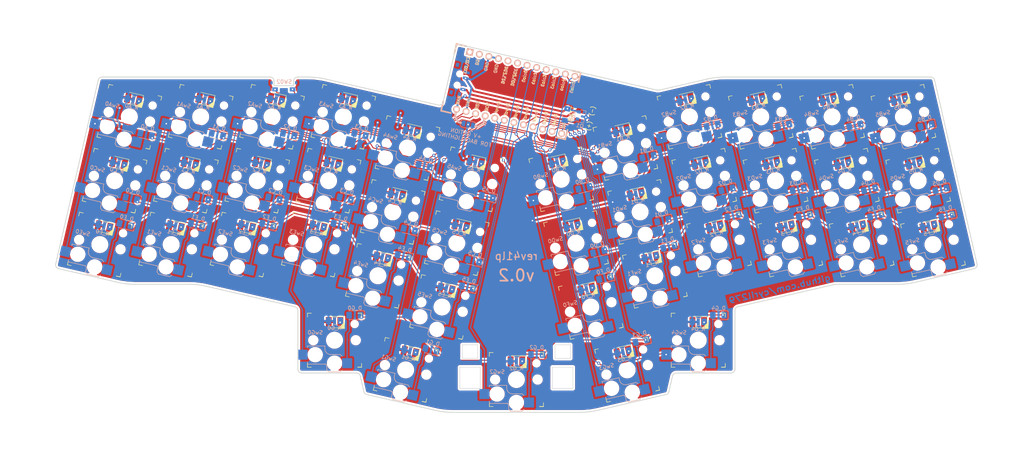
<source format=kicad_pcb>
(kicad_pcb (version 20171130) (host pcbnew 5.1.10)
  (layers (0 F.Cu signal) (31 B.Cu signal) (34 B.Paste user) (35 F.Paste user) (36 B.SilkS user) (37 F.SilkS user) (38 B.Mask user) (39 F.Mask user) (44 Edge.Cuts user))
  (net 0 "")
  (net 1 col0)
  (net 2 col1)
  (net 3 col2)
  (net 4 col3)
  (net 5 col4)
  (net 6 col5)
  (net 7 GND)
  (net 8 ledOut)
  (net 9 ledTrig)
  (net 10 "Net-(D_A0-Pad2)")
  (net 11 rowA)
  (net 12 "Net-(D_A1-Pad2)")
  (net 13 "Net-(D_A2-Pad2)")
  (net 14 "Net-(D_A3-Pad2)")
  (net 15 "Net-(D_A4-Pad2)")
  (net 16 "Net-(D_A5-Pad2)")
  (net 17 "Net-(D_B0-Pad2)")
  (net 18 rowB)
  (net 19 "Net-(D_B1-Pad2)")
  (net 20 "Net-(D_B2-Pad2)")
  (net 21 "Net-(D_B3-Pad2)")
  (net 22 "Net-(D_B4-Pad2)")
  (net 23 "Net-(D_B5-Pad2)")
  (net 24 "Net-(D_C0-Pad2)")
  (net 25 rowC)
  (net 26 "Net-(D_C1-Pad2)")
  (net 27 "Net-(D_C2-Pad2)")
  (net 28 "Net-(D_C3-Pad2)")
  (net 29 "Net-(D_C4-Pad2)")
  (net 30 "Net-(D_C5-Pad2)")
  (net 31 "Net-(D_D0-Pad2)")
  (net 32 rowD)
  (net 33 "Net-(D_D1-Pad2)")
  (net 34 "Net-(D_D2-Pad2)")
  (net 35 "Net-(D_D3-Pad2)")
  (net 36 "Net-(D_D4-Pad2)")
  (net 37 "Net-(D_D5-Pad2)")
  (net 38 "Net-(D_E0-Pad2)")
  (net 39 rowE)
  (net 40 "Net-(D_E1-Pad2)")
  (net 41 "Net-(D_E2-Pad2)")
  (net 42 "Net-(D_E3-Pad2)")
  (net 43 "Net-(D_E4-Pad2)")
  (net 44 "Net-(D_E5-Pad2)")
  (net 45 "Net-(D_F0-Pad2)")
  (net 46 rowF)
  (net 47 "Net-(D_F1-Pad2)")
  (net 48 "Net-(D_F2-Pad2)")
  (net 49 "Net-(D_F3-Pad2)")
  (net 50 "Net-(D_F4-Pad2)")
  (net 51 "Net-(D_F5-Pad2)")
  (net 52 "Net-(D_G0-Pad2)")
  (net 53 rowG)
  (net 54 "Net-(D_G1-Pad2)")
  (net 55 "Net-(D_G2-Pad2)")
  (net 56 "Net-(D_G3-Pad2)")
  (net 57 "Net-(D_G4-Pad2)")
  (net 58 "Net-(JP01-Pad1)")
  (net 59 +5V)
  (net 60 "Net-(R_A0-Pad2)")
  (net 61 "Net-(R_A1-Pad2)")
  (net 62 "Net-(R_A2-Pad2)")
  (net 63 "Net-(R_A3-Pad2)")
  (net 64 "Net-(R_A4-Pad2)")
  (net 65 "Net-(R_A5-Pad2)")
  (net 66 "Net-(R_B0-Pad2)")
  (net 67 "Net-(R_B1-Pad2)")
  (net 68 "Net-(R_B2-Pad2)")
  (net 69 "Net-(R_B3-Pad2)")
  (net 70 "Net-(R_B4-Pad2)")
  (net 71 "Net-(R_B5-Pad2)")
  (net 72 "Net-(R_C0-Pad2)")
  (net 73 "Net-(R_C1-Pad2)")
  (net 74 "Net-(R_C2-Pad2)")
  (net 75 "Net-(R_C3-Pad2)")
  (net 76 "Net-(R_C4-Pad2)")
  (net 77 "Net-(R_C5-Pad2)")
  (net 78 "Net-(R_D0-Pad2)")
  (net 79 "Net-(R_D1-Pad2)")
  (net 80 "Net-(R_D2-Pad2)")
  (net 81 "Net-(R_D3-Pad2)")
  (net 82 "Net-(R_D4-Pad2)")
  (net 83 "Net-(R_D5-Pad2)")
  (net 84 "Net-(R_E0-Pad2)")
  (net 85 "Net-(R_E1-Pad2)")
  (net 86 "Net-(R_E2-Pad2)")
  (net 87 "Net-(R_E3-Pad2)")
  (net 88 "Net-(R_E4-Pad2)")
  (net 89 "Net-(R_E5-Pad2)")
  (net 90 "Net-(R_F0-Pad2)")
  (net 91 "Net-(R_F1-Pad2)")
  (net 92 "Net-(R_F2-Pad2)")
  (net 93 "Net-(R_F3-Pad2)")
  (net 94 "Net-(R_F4-Pad2)")
  (net 95 "Net-(R_F5-Pad2)")
  (net 96 "Net-(R_G0-Pad2)")
  (net 97 "Net-(R_G1-Pad2)")
  (net 98 "Net-(R_G2-Pad2)")
  (net 99 "Net-(R_G3-Pad2)")
  (net 100 "Net-(R_G4-Pad2)")
  (net 101 RAW)
  (net 102 "Net-(BT01-Pad2)")
  (net 103 RST)
  (module keeblib:OSHW-Symbol_6.7x6mm_mask (layer F.Cu) (at 149.104222 86.714219)
    (fp_text reference REF** hide)
    (fp_text value OSHW-Symbol_6.7x6mm_mask hide)
  )
  (module keeblib:alps_sksn (layer B.Cu) (at 89.12334 46.699218)
    (fp_text reference SW02 (at 0.1 0.6) (layer B.SilkS) (effects (justify mirror)))
    (fp_text value SW_Push)
    (pad 1 smd rect (at 2.275 2.575) (size 1.45 1.05) (layers B.Cu B.Paste B.Mask) (net 7 GND))
    (pad "" smd rect (at 3.2 0.85) (size 0.6 0.8) (layers B.Cu B.Paste B.Mask))
    (pad 2 smd rect (at -2.275 2.575) (size 1.45 1.05) (layers B.Cu B.Paste B.Mask) (net 103 RST))
    (pad "" smd rect (at -3.2 0.85) (size 0.6 0.8) (layers B.Cu B.Paste B.Mask))
  )
  (module keeblib:PG1350_socket_smdLed (layer F.Cu) (at 137.741993 72.577399 347)
    (fp_text reference SwA5 (at -5 -2 167) (layer B.SilkS) (effects (justify mirror)))
    (fp_text value SW_Push)
    (pad "" np_thru_hole circle (at 5.22 -4.2 347) (size 1.2 1.2) (drill 1.2) (layers *.Cu *.Mask))
    (pad 3 smd rect (at 1.5 -4.7 347) (size 1.5 2.6) (layers F.Cu F.Paste F.Mask) (net 65 "Net-(R_A5-Pad2)"))
    (pad 4 smd rect (at -1.5 -4.7 167) (size 1.5 2.6) (layers F.Cu F.Paste F.Mask) (net 59 +5V))
    (pad "" np_thru_hole circle (at -5.5 0 347) (size 1.7018 1.7018) (drill 1.7018) (layers *.Cu *.Mask))
    (pad "" np_thru_hole circle (at 5.5 0 347) (size 1.7018 1.7018) (drill 1.7018) (layers *.Cu *.Mask))
    (pad 1 smd rect (at 3.275 5.95 347) (size 2.6 2.6) (layers B.Cu B.Paste B.Mask) (net 16 "Net-(D_A5-Pad2)"))
    (pad "" np_thru_hole circle (at -5 3.75 347) (size 3 3) (drill 3) (layers *.Cu *.Mask))
    (pad "" np_thru_hole circle (at 0 0 347) (size 3.429 3.429) (drill 3.429) (layers *.Cu *.Mask))
    (pad "" np_thru_hole circle (at 0 5.95 347) (size 3 3) (drill 3) (layers *.Cu *.Mask))
    (pad 2 smd rect (at -8.275 3.75 347) (size 2.6 2.6) (layers B.Cu B.Paste B.Mask) (net 6 col5))
  )
  (module keeblib:PG1350_socket_smdLed (layer F.Cu) (at 102.253166 114.31496)
    (fp_text reference SwG0 (at -5 -2) (layer B.SilkS) (effects (justify mirror)))
    (fp_text value SW_Push)
    (pad "" np_thru_hole circle (at 5.22 -4.2) (size 1.2 1.2) (drill 1.2) (layers *.Cu *.Mask))
    (pad 3 smd rect (at 1.5 -4.7) (size 1.5 2.6) (layers F.Cu F.Paste F.Mask) (net 96 "Net-(R_G0-Pad2)"))
    (pad 4 smd rect (at -1.5 -4.7 180) (size 1.5 2.6) (layers F.Cu F.Paste F.Mask) (net 59 +5V))
    (pad "" np_thru_hole circle (at -5.5 0) (size 1.7018 1.7018) (drill 1.7018) (layers *.Cu *.Mask))
    (pad "" np_thru_hole circle (at 5.5 0) (size 1.7018 1.7018) (drill 1.7018) (layers *.Cu *.Mask))
    (pad 1 smd rect (at 3.275 5.95) (size 2.6 2.6) (layers B.Cu B.Paste B.Mask) (net 52 "Net-(D_G0-Pad2)"))
    (pad "" np_thru_hole circle (at -5 3.75) (size 3 3) (drill 3) (layers *.Cu *.Mask))
    (pad "" np_thru_hole circle (at 0 0) (size 3.429 3.429) (drill 3.429) (layers *.Cu *.Mask))
    (pad "" np_thru_hole circle (at 0 5.95) (size 3 3) (drill 3) (layers *.Cu *.Mask))
    (pad 2 smd rect (at -8.275 3.75) (size 2.6 2.6) (layers B.Cu B.Paste B.Mask) (net 1 col0))
  )
  (module keeblib:PG1350_socket_smdLed (layer F.Cu) (at 178.039636 122.005407 13)
    (fp_text reference SwG3 (at -5.000001 -2 13) (layer B.SilkS) (effects (justify mirror)))
    (fp_text value SW_Push)
    (pad "" np_thru_hole circle (at 5.22 -4.2 13) (size 1.2 1.2) (drill 1.2) (layers *.Cu *.Mask))
    (pad 3 smd rect (at 1.5 -4.7 13) (size 1.5 2.6) (layers F.Cu F.Paste F.Mask) (net 99 "Net-(R_G3-Pad2)"))
    (pad 4 smd rect (at -1.5 -4.7 193) (size 1.5 2.6) (layers F.Cu F.Paste F.Mask) (net 59 +5V))
    (pad "" np_thru_hole circle (at -5.5 0 13) (size 1.7018 1.7018) (drill 1.7018) (layers *.Cu *.Mask))
    (pad "" np_thru_hole circle (at 5.5 0 13) (size 1.7018 1.7018) (drill 1.7018) (layers *.Cu *.Mask))
    (pad 1 smd rect (at 3.275 5.95 13) (size 2.6 2.6) (layers B.Cu B.Paste B.Mask) (net 56 "Net-(D_G3-Pad2)"))
    (pad "" np_thru_hole circle (at -5 3.75 13) (size 3 3) (drill 3) (layers *.Cu *.Mask))
    (pad "" np_thru_hole circle (at 0 0 13) (size 3.429 3.429) (drill 3.429) (layers *.Cu *.Mask))
    (pad "" np_thru_hole circle (at 0 5.95 13) (size 3 3) (drill 3) (layers *.Cu *.Mask))
    (pad 2 smd rect (at -8.275 3.75 13) (size 2.6 2.6) (layers B.Cu B.Paste B.Mask) (net 4 col3))
  )
  (module keeblib:PG1350_socket_smdLed (layer F.Cu) (at 196.463275 114.314959)
    (fp_text reference SwG4 (at -5 -2) (layer B.SilkS) (effects (justify mirror)))
    (fp_text value SW_Push)
    (pad "" np_thru_hole circle (at 5.22 -4.2) (size 1.2 1.2) (drill 1.2) (layers *.Cu *.Mask))
    (pad 3 smd rect (at 1.5 -4.7) (size 1.5 2.6) (layers F.Cu F.Paste F.Mask) (net 100 "Net-(R_G4-Pad2)"))
    (pad 4 smd rect (at -1.5 -4.7 180) (size 1.5 2.6) (layers F.Cu F.Paste F.Mask) (net 59 +5V))
    (pad "" np_thru_hole circle (at -5.5 0) (size 1.7018 1.7018) (drill 1.7018) (layers *.Cu *.Mask))
    (pad "" np_thru_hole circle (at 5.5 0) (size 1.7018 1.7018) (drill 1.7018) (layers *.Cu *.Mask))
    (pad 1 smd rect (at 3.275 5.95) (size 2.6 2.6) (layers B.Cu B.Paste B.Mask) (net 57 "Net-(D_G4-Pad2)"))
    (pad "" np_thru_hole circle (at -5 3.75) (size 3 3) (drill 3) (layers *.Cu *.Mask))
    (pad "" np_thru_hole circle (at 0 0) (size 3.429 3.429) (drill 3.429) (layers *.Cu *.Mask))
    (pad "" np_thru_hole circle (at 0 5.95) (size 3 3) (drill 3) (layers *.Cu *.Mask))
    (pad 2 smd rect (at -8.275 3.75) (size 2.6 2.6) (layers B.Cu B.Paste B.Mask) (net 5 col4))
  )
  (module keeblib:PG1350_socket_smdLed (layer F.Cu) (at 149.358222 124.512687)
    (fp_text reference SwG2 (at -5 -2) (layer B.SilkS) (effects (justify mirror)))
    (fp_text value SW_Push)
    (pad "" np_thru_hole circle (at 5.22 -4.2) (size 1.2 1.2) (drill 1.2) (layers *.Cu *.Mask))
    (pad 3 smd rect (at 1.5 -4.7) (size 1.5 2.6) (layers F.Cu F.Paste F.Mask) (net 98 "Net-(R_G2-Pad2)"))
    (pad 4 smd rect (at -1.5 -4.7 180) (size 1.5 2.6) (layers F.Cu F.Paste F.Mask) (net 59 +5V))
    (pad "" np_thru_hole circle (at -5.5 0) (size 1.7018 1.7018) (drill 1.7018) (layers *.Cu *.Mask))
    (pad "" np_thru_hole circle (at 5.5 0) (size 1.7018 1.7018) (drill 1.7018) (layers *.Cu *.Mask))
    (pad 1 smd rect (at 3.275 5.95) (size 2.6 2.6) (layers B.Cu B.Paste B.Mask) (net 55 "Net-(D_G2-Pad2)"))
    (pad "" np_thru_hole circle (at -5 3.75) (size 3 3) (drill 3) (layers *.Cu *.Mask))
    (pad "" np_thru_hole circle (at 0 0) (size 3.429 3.429) (drill 3.429) (layers *.Cu *.Mask))
    (pad "" np_thru_hole circle (at 0 5.95) (size 3 3) (drill 3) (layers *.Cu *.Mask))
    (pad 2 smd rect (at -8.275 3.75) (size 2.6 2.6) (layers B.Cu B.Paste B.Mask) (net 3 col2))
  )
  (module keeblib:PG1350_socket_smdLed (layer F.Cu) (at 120.676806 122.005403 347)
    (fp_text reference SwG1 (at -5 -2 167) (layer B.SilkS) (effects (justify mirror)))
    (fp_text value SW_Push)
    (pad "" np_thru_hole circle (at 5.22 -4.2 347) (size 1.2 1.2) (drill 1.2) (layers *.Cu *.Mask))
    (pad 3 smd rect (at 1.5 -4.7 347) (size 1.5 2.6) (layers F.Cu F.Paste F.Mask) (net 97 "Net-(R_G1-Pad2)"))
    (pad 4 smd rect (at -1.5 -4.7 167) (size 1.5 2.6) (layers F.Cu F.Paste F.Mask) (net 59 +5V))
    (pad "" np_thru_hole circle (at -5.5 0 347) (size 1.7018 1.7018) (drill 1.7018) (layers *.Cu *.Mask))
    (pad "" np_thru_hole circle (at 5.5 0 347) (size 1.7018 1.7018) (drill 1.7018) (layers *.Cu *.Mask))
    (pad 1 smd rect (at 3.275 5.95 347) (size 2.6 2.6) (layers B.Cu B.Paste B.Mask) (net 54 "Net-(D_G1-Pad2)"))
    (pad "" np_thru_hole circle (at -5 3.75 347) (size 3 3) (drill 3) (layers *.Cu *.Mask))
    (pad "" np_thru_hole circle (at 0 0 347) (size 3.429 3.429) (drill 3.429) (layers *.Cu *.Mask))
    (pad "" np_thru_hole circle (at 0 5.95 347) (size 3 3) (drill 3) (layers *.Cu *.Mask))
    (pad 2 smd rect (at -8.275 3.75 347) (size 2.6 2.6) (layers B.Cu B.Paste B.Mask) (net 2 col1))
  )
  (module keeblib:PG1350_socket_smdLed (layer F.Cu) (at 121.138147 64.479163 347)
    (fp_text reference SwA4 (at -5 -2 167) (layer B.SilkS) (effects (justify mirror)))
    (fp_text value SW_Push)
    (pad "" np_thru_hole circle (at 5.22 -4.2 347) (size 1.2 1.2) (drill 1.2) (layers *.Cu *.Mask))
    (pad 3 smd rect (at 1.5 -4.7 347) (size 1.5 2.6) (layers F.Cu F.Paste F.Mask) (net 64 "Net-(R_A4-Pad2)"))
    (pad 4 smd rect (at -1.5 -4.7 167) (size 1.5 2.6) (layers F.Cu F.Paste F.Mask) (net 59 +5V))
    (pad "" np_thru_hole circle (at -5.5 0 347) (size 1.7018 1.7018) (drill 1.7018) (layers *.Cu *.Mask))
    (pad "" np_thru_hole circle (at 5.5 0 347) (size 1.7018 1.7018) (drill 1.7018) (layers *.Cu *.Mask))
    (pad 1 smd rect (at 3.275 5.95 347) (size 2.6 2.6) (layers B.Cu B.Paste B.Mask) (net 15 "Net-(D_A4-Pad2)"))
    (pad "" np_thru_hole circle (at -5 3.75 347) (size 3 3) (drill 3) (layers *.Cu *.Mask))
    (pad "" np_thru_hole circle (at 0 0 347) (size 3.429 3.429) (drill 3.429) (layers *.Cu *.Mask))
    (pad "" np_thru_hole circle (at 0 5.95 347) (size 3 3) (drill 3) (layers *.Cu *.Mask))
    (pad 2 smd rect (at -8.275 3.75 347) (size 2.6 2.6) (layers B.Cu B.Paste B.Mask) (net 5 col4))
  )
  (module keeblib:PG1350_socket_smdLed (layer F.Cu) (at 177.578294 64.479166 13)
    (fp_text reference SwB1 (at -5.000001 -2 13) (layer B.SilkS) (effects (justify mirror)))
    (fp_text value SW_Push)
    (pad "" np_thru_hole circle (at 5.22 -4.2 13) (size 1.2 1.2) (drill 1.2) (layers *.Cu *.Mask))
    (pad 3 smd rect (at 1.5 -4.7 13) (size 1.5 2.6) (layers F.Cu F.Paste F.Mask) (net 67 "Net-(R_B1-Pad2)"))
    (pad 4 smd rect (at -1.5 -4.7 193) (size 1.5 2.6) (layers F.Cu F.Paste F.Mask) (net 59 +5V))
    (pad "" np_thru_hole circle (at -5.5 0 13) (size 1.7018 1.7018) (drill 1.7018) (layers *.Cu *.Mask))
    (pad "" np_thru_hole circle (at 5.5 0 13) (size 1.7018 1.7018) (drill 1.7018) (layers *.Cu *.Mask))
    (pad 1 smd rect (at 3.275 5.95 13) (size 2.6 2.6) (layers B.Cu B.Paste B.Mask) (net 19 "Net-(D_B1-Pad2)"))
    (pad "" np_thru_hole circle (at -5 3.75 13) (size 3 3) (drill 3) (layers *.Cu *.Mask))
    (pad "" np_thru_hole circle (at 0 0 13) (size 3.429 3.429) (drill 3.429) (layers *.Cu *.Mask))
    (pad "" np_thru_hole circle (at 0 5.95 13) (size 3 3) (drill 3) (layers *.Cu *.Mask))
    (pad 2 smd rect (at -8.275 3.75 13) (size 2.6 2.6) (layers B.Cu B.Paste B.Mask) (net 2 col1))
  )
  (module keeblib:PG1350_socket_smdLed (layer F.Cu) (at 168.622783 105.70598 13)
    (fp_text reference SwF0 (at -5.000001 -2 13) (layer B.SilkS) (effects (justify mirror)))
    (fp_text value SW_Push)
    (pad "" np_thru_hole circle (at 5.22 -4.2 13) (size 1.2 1.2) (drill 1.2) (layers *.Cu *.Mask))
    (pad 3 smd rect (at 1.5 -4.7 13) (size 1.5 2.6) (layers F.Cu F.Paste F.Mask) (net 90 "Net-(R_F0-Pad2)"))
    (pad 4 smd rect (at -1.5 -4.7 193) (size 1.5 2.6) (layers F.Cu F.Paste F.Mask) (net 59 +5V))
    (pad "" np_thru_hole circle (at -5.5 0 13) (size 1.7018 1.7018) (drill 1.7018) (layers *.Cu *.Mask))
    (pad "" np_thru_hole circle (at 5.5 0 13) (size 1.7018 1.7018) (drill 1.7018) (layers *.Cu *.Mask))
    (pad 1 smd rect (at 3.275 5.95 13) (size 2.6 2.6) (layers B.Cu B.Paste B.Mask) (net 45 "Net-(D_F0-Pad2)"))
    (pad "" np_thru_hole circle (at -5 3.75 13) (size 3 3) (drill 3) (layers *.Cu *.Mask))
    (pad "" np_thru_hole circle (at 0 0 13) (size 3.429 3.429) (drill 3.429) (layers *.Cu *.Mask))
    (pad "" np_thru_hole circle (at 0 5.95 13) (size 3 3) (drill 3) (layers *.Cu *.Mask))
    (pad 2 smd rect (at -8.275 3.75 13) (size 2.6 2.6) (layers B.Cu B.Paste B.Mask) (net 1 col0))
  )
  (module keeblib:PG1350_socket_smdLed (layer F.Cu) (at 49.113879 56.380919 347)
    (fp_text reference SwA0 (at -5 -2 167) (layer B.SilkS) (effects (justify mirror)))
    (fp_text value SW_Push)
    (pad "" np_thru_hole circle (at 5.22 -4.2 347) (size 1.2 1.2) (drill 1.2) (layers *.Cu *.Mask))
    (pad 3 smd rect (at 1.5 -4.7 347) (size 1.5 2.6) (layers F.Cu F.Paste F.Mask) (net 60 "Net-(R_A0-Pad2)"))
    (pad 4 smd rect (at -1.5 -4.7 167) (size 1.5 2.6) (layers F.Cu F.Paste F.Mask) (net 59 +5V))
    (pad "" np_thru_hole circle (at -5.5 0 347) (size 1.7018 1.7018) (drill 1.7018) (layers *.Cu *.Mask))
    (pad "" np_thru_hole circle (at 5.5 0 347) (size 1.7018 1.7018) (drill 1.7018) (layers *.Cu *.Mask))
    (pad 1 smd rect (at 3.275 5.95 347) (size 2.6 2.6) (layers B.Cu B.Paste B.Mask) (net 10 "Net-(D_A0-Pad2)"))
    (pad "" np_thru_hole circle (at -5 3.75 347) (size 3 3) (drill 3) (layers *.Cu *.Mask))
    (pad "" np_thru_hole circle (at 0 0 347) (size 3.429 3.429) (drill 3.429) (layers *.Cu *.Mask))
    (pad "" np_thru_hole circle (at 0 5.95 347) (size 3 3) (drill 3) (layers *.Cu *.Mask))
    (pad 2 smd rect (at -8.275 3.75 347) (size 2.6 2.6) (layers B.Cu B.Paste B.Mask) (net 1 col0))
  )
  (module keeblib:PG1350_socket_smdLed (layer F.Cu) (at 67.587344 56.380932 347)
    (fp_text reference SwA1 (at -5 -2 167) (layer B.SilkS) (effects (justify mirror)))
    (fp_text value SW_Push)
    (pad "" np_thru_hole circle (at 5.22 -4.2 347) (size 1.2 1.2) (drill 1.2) (layers *.Cu *.Mask))
    (pad 3 smd rect (at 1.5 -4.7 347) (size 1.5 2.6) (layers F.Cu F.Paste F.Mask) (net 61 "Net-(R_A1-Pad2)"))
    (pad 4 smd rect (at -1.5 -4.7 167) (size 1.5 2.6) (layers F.Cu F.Paste F.Mask) (net 59 +5V))
    (pad "" np_thru_hole circle (at -5.5 0 347) (size 1.7018 1.7018) (drill 1.7018) (layers *.Cu *.Mask))
    (pad "" np_thru_hole circle (at 5.5 0 347) (size 1.7018 1.7018) (drill 1.7018) (layers *.Cu *.Mask))
    (pad 1 smd rect (at 3.275 5.95 347) (size 2.6 2.6) (layers B.Cu B.Paste B.Mask) (net 12 "Net-(D_A1-Pad2)"))
    (pad "" np_thru_hole circle (at -5 3.75 347) (size 3 3) (drill 3) (layers *.Cu *.Mask))
    (pad "" np_thru_hole circle (at 0 0 347) (size 3.429 3.429) (drill 3.429) (layers *.Cu *.Mask))
    (pad "" np_thru_hole circle (at 0 5.95 347) (size 3 3) (drill 3) (layers *.Cu *.Mask))
    (pad 2 smd rect (at -8.275 3.75 347) (size 2.6 2.6) (layers B.Cu B.Paste B.Mask) (net 2 col1))
  )
  (module keeblib:PG1350_socket_smdLed (layer F.Cu) (at 86.06082 56.380927 347)
    (fp_text reference SwA2 (at -5 -2 167) (layer B.SilkS) (effects (justify mirror)))
    (fp_text value SW_Push)
    (pad "" np_thru_hole circle (at 5.22 -4.2 347) (size 1.2 1.2) (drill 1.2) (layers *.Cu *.Mask))
    (pad 3 smd rect (at 1.5 -4.7 347) (size 1.5 2.6) (layers F.Cu F.Paste F.Mask) (net 62 "Net-(R_A2-Pad2)"))
    (pad 4 smd rect (at -1.5 -4.7 167) (size 1.5 2.6) (layers F.Cu F.Paste F.Mask) (net 59 +5V))
    (pad "" np_thru_hole circle (at -5.5 0 347) (size 1.7018 1.7018) (drill 1.7018) (layers *.Cu *.Mask))
    (pad "" np_thru_hole circle (at 5.5 0 347) (size 1.7018 1.7018) (drill 1.7018) (layers *.Cu *.Mask))
    (pad 1 smd rect (at 3.275 5.95 347) (size 2.6 2.6) (layers B.Cu B.Paste B.Mask) (net 13 "Net-(D_A2-Pad2)"))
    (pad "" np_thru_hole circle (at -5 3.75 347) (size 3 3) (drill 3) (layers *.Cu *.Mask))
    (pad "" np_thru_hole circle (at 0 0 347) (size 3.429 3.429) (drill 3.429) (layers *.Cu *.Mask))
    (pad "" np_thru_hole circle (at 0 5.95 347) (size 3 3) (drill 3) (layers *.Cu *.Mask))
    (pad 2 smd rect (at -8.275 3.75 347) (size 2.6 2.6) (layers B.Cu B.Paste B.Mask) (net 3 col2))
  )
  (module keeblib:PG1350_socket_smdLed (layer F.Cu) (at 104.534293 56.380928 347)
    (fp_text reference SwA3 (at -5 -2 167) (layer B.SilkS) (effects (justify mirror)))
    (fp_text value SW_Push)
    (pad "" np_thru_hole circle (at 5.22 -4.2 347) (size 1.2 1.2) (drill 1.2) (layers *.Cu *.Mask))
    (pad 3 smd rect (at 1.5 -4.7 347) (size 1.5 2.6) (layers F.Cu F.Paste F.Mask) (net 63 "Net-(R_A3-Pad2)"))
    (pad 4 smd rect (at -1.5 -4.7 167) (size 1.5 2.6) (layers F.Cu F.Paste F.Mask) (net 59 +5V))
    (pad "" np_thru_hole circle (at -5.5 0 347) (size 1.7018 1.7018) (drill 1.7018) (layers *.Cu *.Mask))
    (pad "" np_thru_hole circle (at 5.5 0 347) (size 1.7018 1.7018) (drill 1.7018) (layers *.Cu *.Mask))
    (pad 1 smd rect (at 3.275 5.95 347) (size 2.6 2.6) (layers B.Cu B.Paste B.Mask) (net 14 "Net-(D_A3-Pad2)"))
    (pad "" np_thru_hole circle (at -5 3.75 347) (size 3 3) (drill 3) (layers *.Cu *.Mask))
    (pad "" np_thru_hole circle (at 0 0 347) (size 3.429 3.429) (drill 3.429) (layers *.Cu *.Mask))
    (pad "" np_thru_hole circle (at 0 5.95 347) (size 3 3) (drill 3) (layers *.Cu *.Mask))
    (pad 2 smd rect (at -8.275 3.75 347) (size 2.6 2.6) (layers B.Cu B.Paste B.Mask) (net 4 col3))
  )
  (module keeblib:PG1350_socket_smdLed (layer F.Cu) (at 160.974447 72.577404 13)
    (fp_text reference SwB0 (at -5.000001 -2 13) (layer B.SilkS) (effects (justify mirror)))
    (fp_text value SW_Push)
    (pad "" np_thru_hole circle (at 5.22 -4.2 13) (size 1.2 1.2) (drill 1.2) (layers *.Cu *.Mask))
    (pad 3 smd rect (at 1.5 -4.7 13) (size 1.5 2.6) (layers F.Cu F.Paste F.Mask) (net 66 "Net-(R_B0-Pad2)"))
    (pad 4 smd rect (at -1.5 -4.7 193) (size 1.5 2.6) (layers F.Cu F.Paste F.Mask) (net 59 +5V))
    (pad "" np_thru_hole circle (at -5.5 0 13) (size 1.7018 1.7018) (drill 1.7018) (layers *.Cu *.Mask))
    (pad "" np_thru_hole circle (at 5.5 0 13) (size 1.7018 1.7018) (drill 1.7018) (layers *.Cu *.Mask))
    (pad 1 smd rect (at 3.275 5.95 13) (size 2.6 2.6) (layers B.Cu B.Paste B.Mask) (net 17 "Net-(D_B0-Pad2)"))
    (pad "" np_thru_hole circle (at -5 3.75 13) (size 3 3) (drill 3) (layers *.Cu *.Mask))
    (pad "" np_thru_hole circle (at 0 0 13) (size 3.429 3.429) (drill 3.429) (layers *.Cu *.Mask))
    (pad "" np_thru_hole circle (at 0 5.95 13) (size 3 3) (drill 3) (layers *.Cu *.Mask))
    (pad 2 smd rect (at -8.275 3.75 13) (size 2.6 2.6) (layers B.Cu B.Paste B.Mask) (net 1 col0))
  )
  (module keeblib:PG1350_socket_smdLed (layer F.Cu) (at 194.182144 56.380927 13)
    (fp_text reference SwB2 (at -5.000001 -2 13) (layer B.SilkS) (effects (justify mirror)))
    (fp_text value SW_Push)
    (pad "" np_thru_hole circle (at 5.22 -4.2 13) (size 1.2 1.2) (drill 1.2) (layers *.Cu *.Mask))
    (pad 3 smd rect (at 1.5 -4.7 13) (size 1.5 2.6) (layers F.Cu F.Paste F.Mask) (net 68 "Net-(R_B2-Pad2)"))
    (pad 4 smd rect (at -1.5 -4.7 193) (size 1.5 2.6) (layers F.Cu F.Paste F.Mask) (net 59 +5V))
    (pad "" np_thru_hole circle (at -5.5 0 13) (size 1.7018 1.7018) (drill 1.7018) (layers *.Cu *.Mask))
    (pad "" np_thru_hole circle (at 5.5 0 13) (size 1.7018 1.7018) (drill 1.7018) (layers *.Cu *.Mask))
    (pad 1 smd rect (at 3.275 5.95 13) (size 2.6 2.6) (layers B.Cu B.Paste B.Mask) (net 20 "Net-(D_B2-Pad2)"))
    (pad "" np_thru_hole circle (at -5 3.75 13) (size 3 3) (drill 3) (layers *.Cu *.Mask))
    (pad "" np_thru_hole circle (at 0 0 13) (size 3.429 3.429) (drill 3.429) (layers *.Cu *.Mask))
    (pad "" np_thru_hole circle (at 0 5.95 13) (size 3 3) (drill 3) (layers *.Cu *.Mask))
    (pad 2 smd rect (at -8.275 3.75 13) (size 2.6 2.6) (layers B.Cu B.Paste B.Mask) (net 3 col2))
  )
  (module keeblib:PG1350_socket_smdLed (layer F.Cu) (at 212.655623 56.380927 13)
    (fp_text reference SwB3 (at -5.000001 -2 13) (layer B.SilkS) (effects (justify mirror)))
    (fp_text value SW_Push)
    (pad "" np_thru_hole circle (at 5.22 -4.2 13) (size 1.2 1.2) (drill 1.2) (layers *.Cu *.Mask))
    (pad 3 smd rect (at 1.5 -4.7 13) (size 1.5 2.6) (layers F.Cu F.Paste F.Mask) (net 69 "Net-(R_B3-Pad2)"))
    (pad 4 smd rect (at -1.5 -4.7 193) (size 1.5 2.6) (layers F.Cu F.Paste F.Mask) (net 59 +5V))
    (pad "" np_thru_hole circle (at -5.5 0 13) (size 1.7018 1.7018) (drill 1.7018) (layers *.Cu *.Mask))
    (pad "" np_thru_hole circle (at 5.5 0 13) (size 1.7018 1.7018) (drill 1.7018) (layers *.Cu *.Mask))
    (pad 1 smd rect (at 3.275 5.95 13) (size 2.6 2.6) (layers B.Cu B.Paste B.Mask) (net 21 "Net-(D_B3-Pad2)"))
    (pad "" np_thru_hole circle (at -5 3.75 13) (size 3 3) (drill 3) (layers *.Cu *.Mask))
    (pad "" np_thru_hole circle (at 0 0 13) (size 3.429 3.429) (drill 3.429) (layers *.Cu *.Mask))
    (pad "" np_thru_hole circle (at 0 5.95 13) (size 3 3) (drill 3) (layers *.Cu *.Mask))
    (pad 2 smd rect (at -8.275 3.75 13) (size 2.6 2.6) (layers B.Cu B.Paste B.Mask) (net 4 col3))
  )
  (module keeblib:PG1350_socket_smdLed (layer F.Cu) (at 231.12909 56.380927 13)
    (fp_text reference SwB4 (at -5.000001 -2 13) (layer B.SilkS) (effects (justify mirror)))
    (fp_text value SW_Push)
    (pad "" np_thru_hole circle (at 5.22 -4.2 13) (size 1.2 1.2) (drill 1.2) (layers *.Cu *.Mask))
    (pad 3 smd rect (at 1.5 -4.7 13) (size 1.5 2.6) (layers F.Cu F.Paste F.Mask) (net 70 "Net-(R_B4-Pad2)"))
    (pad 4 smd rect (at -1.5 -4.7 193) (size 1.5 2.6) (layers F.Cu F.Paste F.Mask) (net 59 +5V))
    (pad "" np_thru_hole circle (at -5.5 0 13) (size 1.7018 1.7018) (drill 1.7018) (layers *.Cu *.Mask))
    (pad "" np_thru_hole circle (at 5.5 0 13) (size 1.7018 1.7018) (drill 1.7018) (layers *.Cu *.Mask))
    (pad 1 smd rect (at 3.275 5.95 13) (size 2.6 2.6) (layers B.Cu B.Paste B.Mask) (net 22 "Net-(D_B4-Pad2)"))
    (pad "" np_thru_hole circle (at -5 3.75 13) (size 3 3) (drill 3) (layers *.Cu *.Mask))
    (pad "" np_thru_hole circle (at 0 0 13) (size 3.429 3.429) (drill 3.429) (layers *.Cu *.Mask))
    (pad "" np_thru_hole circle (at 0 5.95 13) (size 3 3) (drill 3) (layers *.Cu *.Mask))
    (pad 2 smd rect (at -8.275 3.75 13) (size 2.6 2.6) (layers B.Cu B.Paste B.Mask) (net 5 col4))
  )
  (module keeblib:PG1350_socket_smdLed (layer F.Cu) (at 249.602562 56.380923 13)
    (fp_text reference SwB5 (at -5.000001 -2 13) (layer B.SilkS) (effects (justify mirror)))
    (fp_text value SW_Push)
    (pad "" np_thru_hole circle (at 5.22 -4.2 13) (size 1.2 1.2) (drill 1.2) (layers *.Cu *.Mask))
    (pad 3 smd rect (at 1.5 -4.7 13) (size 1.5 2.6) (layers F.Cu F.Paste F.Mask) (net 71 "Net-(R_B5-Pad2)"))
    (pad 4 smd rect (at -1.5 -4.7 193) (size 1.5 2.6) (layers F.Cu F.Paste F.Mask) (net 59 +5V))
    (pad "" np_thru_hole circle (at -5.5 0 13) (size 1.7018 1.7018) (drill 1.7018) (layers *.Cu *.Mask))
    (pad "" np_thru_hole circle (at 5.5 0 13) (size 1.7018 1.7018) (drill 1.7018) (layers *.Cu *.Mask))
    (pad 1 smd rect (at 3.275 5.95 13) (size 2.6 2.6) (layers B.Cu B.Paste B.Mask) (net 23 "Net-(D_B5-Pad2)"))
    (pad "" np_thru_hole circle (at -5 3.75 13) (size 3 3) (drill 3) (layers *.Cu *.Mask))
    (pad "" np_thru_hole circle (at 0 0 13) (size 3.429 3.429) (drill 3.429) (layers *.Cu *.Mask))
    (pad "" np_thru_hole circle (at 0 5.95 13) (size 3 3) (drill 3) (layers *.Cu *.Mask))
    (pad 2 smd rect (at -8.275 3.75 13) (size 2.6 2.6) (layers B.Cu B.Paste B.Mask) (net 6 col5))
  )
  (module keeblib:PG1350_socket_smdLed (layer F.Cu) (at 45.289703 72.945211 347)
    (fp_text reference SwC0 (at -5 -2 167) (layer B.SilkS) (effects (justify mirror)))
    (fp_text value SW_Push)
    (pad "" np_thru_hole circle (at 5.22 -4.2 347) (size 1.2 1.2) (drill 1.2) (layers *.Cu *.Mask))
    (pad 3 smd rect (at 1.5 -4.7 347) (size 1.5 2.6) (layers F.Cu F.Paste F.Mask) (net 72 "Net-(R_C0-Pad2)"))
    (pad 4 smd rect (at -1.5 -4.7 167) (size 1.5 2.6) (layers F.Cu F.Paste F.Mask) (net 59 +5V))
    (pad "" np_thru_hole circle (at -5.5 0 347) (size 1.7018 1.7018) (drill 1.7018) (layers *.Cu *.Mask))
    (pad "" np_thru_hole circle (at 5.5 0 347) (size 1.7018 1.7018) (drill 1.7018) (layers *.Cu *.Mask))
    (pad 1 smd rect (at 3.275 5.95 347) (size 2.6 2.6) (layers B.Cu B.Paste B.Mask) (net 24 "Net-(D_C0-Pad2)"))
    (pad "" np_thru_hole circle (at -5 3.75 347) (size 3 3) (drill 3) (layers *.Cu *.Mask))
    (pad "" np_thru_hole circle (at 0 0 347) (size 3.429 3.429) (drill 3.429) (layers *.Cu *.Mask))
    (pad "" np_thru_hole circle (at 0 5.95 347) (size 3 3) (drill 3) (layers *.Cu *.Mask))
    (pad 2 smd rect (at -8.275 3.75 347) (size 2.6 2.6) (layers B.Cu B.Paste B.Mask) (net 1 col0))
  )
  (module keeblib:PG1350_socket_smdLed (layer F.Cu) (at 63.763182 72.945215 347)
    (fp_text reference SwC1 (at -5 -2 167) (layer B.SilkS) (effects (justify mirror)))
    (fp_text value SW_Push)
    (pad "" np_thru_hole circle (at 5.22 -4.2 347) (size 1.2 1.2) (drill 1.2) (layers *.Cu *.Mask))
    (pad 3 smd rect (at 1.5 -4.7 347) (size 1.5 2.6) (layers F.Cu F.Paste F.Mask) (net 73 "Net-(R_C1-Pad2)"))
    (pad 4 smd rect (at -1.5 -4.7 167) (size 1.5 2.6) (layers F.Cu F.Paste F.Mask) (net 59 +5V))
    (pad "" np_thru_hole circle (at -5.5 0 347) (size 1.7018 1.7018) (drill 1.7018) (layers *.Cu *.Mask))
    (pad "" np_thru_hole circle (at 5.5 0 347) (size 1.7018 1.7018) (drill 1.7018) (layers *.Cu *.Mask))
    (pad 1 smd rect (at 3.275 5.95 347) (size 2.6 2.6) (layers B.Cu B.Paste B.Mask) (net 26 "Net-(D_C1-Pad2)"))
    (pad "" np_thru_hole circle (at -5 3.75 347) (size 3 3) (drill 3) (layers *.Cu *.Mask))
    (pad "" np_thru_hole circle (at 0 0 347) (size 3.429 3.429) (drill 3.429) (layers *.Cu *.Mask))
    (pad "" np_thru_hole circle (at 0 5.95 347) (size 3 3) (drill 3) (layers *.Cu *.Mask))
    (pad 2 smd rect (at -8.275 3.75 347) (size 2.6 2.6) (layers B.Cu B.Paste B.Mask) (net 2 col1))
  )
  (module keeblib:PG1350_socket_smdLed (layer F.Cu) (at 82.236652 72.945215 347)
    (fp_text reference SwC2 (at -5 -2 167) (layer B.SilkS) (effects (justify mirror)))
    (fp_text value SW_Push)
    (pad "" np_thru_hole circle (at 5.22 -4.2 347) (size 1.2 1.2) (drill 1.2) (layers *.Cu *.Mask))
    (pad 3 smd rect (at 1.5 -4.7 347) (size 1.5 2.6) (layers F.Cu F.Paste F.Mask) (net 74 "Net-(R_C2-Pad2)"))
    (pad 4 smd rect (at -1.5 -4.7 167) (size 1.5 2.6) (layers F.Cu F.Paste F.Mask) (net 59 +5V))
    (pad "" np_thru_hole circle (at -5.5 0 347) (size 1.7018 1.7018) (drill 1.7018) (layers *.Cu *.Mask))
    (pad "" np_thru_hole circle (at 5.5 0 347) (size 1.7018 1.7018) (drill 1.7018) (layers *.Cu *.Mask))
    (pad 1 smd rect (at 3.275 5.95 347) (size 2.6 2.6) (layers B.Cu B.Paste B.Mask) (net 27 "Net-(D_C2-Pad2)"))
    (pad "" np_thru_hole circle (at -5 3.75 347) (size 3 3) (drill 3) (layers *.Cu *.Mask))
    (pad "" np_thru_hole circle (at 0 0 347) (size 3.429 3.429) (drill 3.429) (layers *.Cu *.Mask))
    (pad "" np_thru_hole circle (at 0 5.95 347) (size 3 3) (drill 3) (layers *.Cu *.Mask))
    (pad 2 smd rect (at -8.275 3.75 347) (size 2.6 2.6) (layers B.Cu B.Paste B.Mask) (net 3 col2))
  )
  (module keeblib:PG1350_socket_smdLed (layer F.Cu) (at 100.710128 72.945215 347)
    (fp_text reference SwC3 (at -5 -2 167) (layer B.SilkS) (effects (justify mirror)))
    (fp_text value SW_Push)
    (pad "" np_thru_hole circle (at 5.22 -4.2 347) (size 1.2 1.2) (drill 1.2) (layers *.Cu *.Mask))
    (pad 3 smd rect (at 1.5 -4.7 347) (size 1.5 2.6) (layers F.Cu F.Paste F.Mask) (net 75 "Net-(R_C3-Pad2)"))
    (pad 4 smd rect (at -1.5 -4.7 167) (size 1.5 2.6) (layers F.Cu F.Paste F.Mask) (net 59 +5V))
    (pad "" np_thru_hole circle (at -5.5 0 347) (size 1.7018 1.7018) (drill 1.7018) (layers *.Cu *.Mask))
    (pad "" np_thru_hole circle (at 5.5 0 347) (size 1.7018 1.7018) (drill 1.7018) (layers *.Cu *.Mask))
    (pad 1 smd rect (at 3.275 5.95 347) (size 2.6 2.6) (layers B.Cu B.Paste B.Mask) (net 28 "Net-(D_C3-Pad2)"))
    (pad "" np_thru_hole circle (at -5 3.75 347) (size 3 3) (drill 3) (layers *.Cu *.Mask))
    (pad "" np_thru_hole circle (at 0 0 347) (size 3.429 3.429) (drill 3.429) (layers *.Cu *.Mask))
    (pad "" np_thru_hole circle (at 0 5.95 347) (size 3 3) (drill 3) (layers *.Cu *.Mask))
    (pad 2 smd rect (at -8.275 3.75 347) (size 2.6 2.6) (layers B.Cu B.Paste B.Mask) (net 4 col3))
  )
  (module keeblib:PG1350_socket_smdLed (layer F.Cu) (at 117.313974 81.043452 347)
    (fp_text reference SwC4 (at -5 -2 167) (layer B.SilkS) (effects (justify mirror)))
    (fp_text value SW_Push)
    (pad "" np_thru_hole circle (at 5.22 -4.2 347) (size 1.2 1.2) (drill 1.2) (layers *.Cu *.Mask))
    (pad 3 smd rect (at 1.5 -4.7 347) (size 1.5 2.6) (layers F.Cu F.Paste F.Mask) (net 76 "Net-(R_C4-Pad2)"))
    (pad 4 smd rect (at -1.5 -4.7 167) (size 1.5 2.6) (layers F.Cu F.Paste F.Mask) (net 59 +5V))
    (pad "" np_thru_hole circle (at -5.5 0 347) (size 1.7018 1.7018) (drill 1.7018) (layers *.Cu *.Mask))
    (pad "" np_thru_hole circle (at 5.5 0 347) (size 1.7018 1.7018) (drill 1.7018) (layers *.Cu *.Mask))
    (pad 1 smd rect (at 3.275 5.95 347) (size 2.6 2.6) (layers B.Cu B.Paste B.Mask) (net 29 "Net-(D_C4-Pad2)"))
    (pad "" np_thru_hole circle (at -5 3.75 347) (size 3 3) (drill 3) (layers *.Cu *.Mask))
    (pad "" np_thru_hole circle (at 0 0 347) (size 3.429 3.429) (drill 3.429) (layers *.Cu *.Mask))
    (pad "" np_thru_hole circle (at 0 5.95 347) (size 3 3) (drill 3) (layers *.Cu *.Mask))
    (pad 2 smd rect (at -8.275 3.75 347) (size 2.6 2.6) (layers B.Cu B.Paste B.Mask) (net 5 col4))
  )
  (module keeblib:PG1350_socket_smdLed (layer F.Cu) (at 133.917826 89.141687 347)
    (fp_text reference SwC5 (at -5 -2 167) (layer B.SilkS) (effects (justify mirror)))
    (fp_text value SW_Push)
    (pad "" np_thru_hole circle (at 5.22 -4.2 347) (size 1.2 1.2) (drill 1.2) (layers *.Cu *.Mask))
    (pad 3 smd rect (at 1.5 -4.7 347) (size 1.5 2.6) (layers F.Cu F.Paste F.Mask) (net 77 "Net-(R_C5-Pad2)"))
    (pad 4 smd rect (at -1.5 -4.7 167) (size 1.5 2.6) (layers F.Cu F.Paste F.Mask) (net 59 +5V))
    (pad "" np_thru_hole circle (at -5.5 0 347) (size 1.7018 1.7018) (drill 1.7018) (layers *.Cu *.Mask))
    (pad "" np_thru_hole circle (at 5.5 0 347) (size 1.7018 1.7018) (drill 1.7018) (layers *.Cu *.Mask))
    (pad 1 smd rect (at 3.275 5.95 347) (size 2.6 2.6) (layers B.Cu B.Paste B.Mask) (net 30 "Net-(D_C5-Pad2)"))
    (pad "" np_thru_hole circle (at -5 3.75 347) (size 3 3) (drill 3) (layers *.Cu *.Mask))
    (pad "" np_thru_hole circle (at 0 0 347) (size 3.429 3.429) (drill 3.429) (layers *.Cu *.Mask))
    (pad "" np_thru_hole circle (at 0 5.95 347) (size 3 3) (drill 3) (layers *.Cu *.Mask))
    (pad 2 smd rect (at -8.275 3.75 347) (size 2.6 2.6) (layers B.Cu B.Paste B.Mask) (net 6 col5))
  )
  (module keeblib:PG1350_socket_smdLed (layer F.Cu) (at 164.798613 89.141697 13)
    (fp_text reference SwD0 (at -5.000001 -2 13) (layer B.SilkS) (effects (justify mirror)))
    (fp_text value SW_Push)
    (pad "" np_thru_hole circle (at 5.22 -4.2 13) (size 1.2 1.2) (drill 1.2) (layers *.Cu *.Mask))
    (pad 3 smd rect (at 1.5 -4.7 13) (size 1.5 2.6) (layers F.Cu F.Paste F.Mask) (net 78 "Net-(R_D0-Pad2)"))
    (pad 4 smd rect (at -1.5 -4.7 193) (size 1.5 2.6) (layers F.Cu F.Paste F.Mask) (net 59 +5V))
    (pad "" np_thru_hole circle (at -5.5 0 13) (size 1.7018 1.7018) (drill 1.7018) (layers *.Cu *.Mask))
    (pad "" np_thru_hole circle (at 5.5 0 13) (size 1.7018 1.7018) (drill 1.7018) (layers *.Cu *.Mask))
    (pad 1 smd rect (at 3.275 5.95 13) (size 2.6 2.6) (layers B.Cu B.Paste B.Mask) (net 31 "Net-(D_D0-Pad2)"))
    (pad "" np_thru_hole circle (at -5 3.75 13) (size 3 3) (drill 3) (layers *.Cu *.Mask))
    (pad "" np_thru_hole circle (at 0 0 13) (size 3.429 3.429) (drill 3.429) (layers *.Cu *.Mask))
    (pad "" np_thru_hole circle (at 0 5.95 13) (size 3 3) (drill 3) (layers *.Cu *.Mask))
    (pad 2 smd rect (at -8.275 3.75 13) (size 2.6 2.6) (layers B.Cu B.Paste B.Mask) (net 1 col0))
  )
  (module keeblib:PG1350_socket_smdLed (layer F.Cu) (at 181.402463 81.043452 13)
    (fp_text reference SwD1 (at -5.000001 -2 13) (layer B.SilkS) (effects (justify mirror)))
    (fp_text value SW_Push)
    (pad "" np_thru_hole circle (at 5.22 -4.2 13) (size 1.2 1.2) (drill 1.2) (layers *.Cu *.Mask))
    (pad 3 smd rect (at 1.5 -4.7 13) (size 1.5 2.6) (layers F.Cu F.Paste F.Mask) (net 79 "Net-(R_D1-Pad2)"))
    (pad 4 smd rect (at -1.5 -4.7 193) (size 1.5 2.6) (layers F.Cu F.Paste F.Mask) (net 59 +5V))
    (pad "" np_thru_hole circle (at -5.5 0 13) (size 1.7018 1.7018) (drill 1.7018) (layers *.Cu *.Mask))
    (pad "" np_thru_hole circle (at 5.5 0 13) (size 1.7018 1.7018) (drill 1.7018) (layers *.Cu *.Mask))
    (pad 1 smd rect (at 3.275 5.95 13) (size 2.6 2.6) (layers B.Cu B.Paste B.Mask) (net 33 "Net-(D_D1-Pad2)"))
    (pad "" np_thru_hole circle (at -5 3.75 13) (size 3 3) (drill 3) (layers *.Cu *.Mask))
    (pad "" np_thru_hole circle (at 0 0 13) (size 3.429 3.429) (drill 3.429) (layers *.Cu *.Mask))
    (pad "" np_thru_hole circle (at 0 5.95 13) (size 3 3) (drill 3) (layers *.Cu *.Mask))
    (pad 2 smd rect (at -8.275 3.75 13) (size 2.6 2.6) (layers B.Cu B.Paste B.Mask) (net 2 col1))
  )
  (module keeblib:PG1350_socket_smdLed (layer F.Cu) (at 198.006306 72.945218 13)
    (fp_text reference SwD2 (at -5.000001 -2 13) (layer B.SilkS) (effects (justify mirror)))
    (fp_text value SW_Push)
    (pad "" np_thru_hole circle (at 5.22 -4.2 13) (size 1.2 1.2) (drill 1.2) (layers *.Cu *.Mask))
    (pad 3 smd rect (at 1.5 -4.7 13) (size 1.5 2.6) (layers F.Cu F.Paste F.Mask) (net 80 "Net-(R_D2-Pad2)"))
    (pad 4 smd rect (at -1.5 -4.7 193) (size 1.5 2.6) (layers F.Cu F.Paste F.Mask) (net 59 +5V))
    (pad "" np_thru_hole circle (at -5.5 0 13) (size 1.7018 1.7018) (drill 1.7018) (layers *.Cu *.Mask))
    (pad "" np_thru_hole circle (at 5.5 0 13) (size 1.7018 1.7018) (drill 1.7018) (layers *.Cu *.Mask))
    (pad 1 smd rect (at 3.275 5.95 13) (size 2.6 2.6) (layers B.Cu B.Paste B.Mask) (net 34 "Net-(D_D2-Pad2)"))
    (pad "" np_thru_hole circle (at -5 3.75 13) (size 3 3) (drill 3) (layers *.Cu *.Mask))
    (pad "" np_thru_hole circle (at 0 0 13) (size 3.429 3.429) (drill 3.429) (layers *.Cu *.Mask))
    (pad "" np_thru_hole circle (at 0 5.95 13) (size 3 3) (drill 3) (layers *.Cu *.Mask))
    (pad 2 smd rect (at -8.275 3.75 13) (size 2.6 2.6) (layers B.Cu B.Paste B.Mask) (net 3 col2))
  )
  (module keeblib:PG1350_socket_smdLed (layer F.Cu) (at 216.479787 72.94521 13)
    (fp_text reference SwD3 (at -5.000001 -2 13) (layer B.SilkS) (effects (justify mirror)))
    (fp_text value SW_Push)
    (pad "" np_thru_hole circle (at 5.22 -4.2 13) (size 1.2 1.2) (drill 1.2) (layers *.Cu *.Mask))
    (pad 3 smd rect (at 1.5 -4.7 13) (size 1.5 2.6) (layers F.Cu F.Paste F.Mask) (net 81 "Net-(R_D3-Pad2)"))
    (pad 4 smd rect (at -1.5 -4.7 193) (size 1.5 2.6) (layers F.Cu F.Paste F.Mask) (net 59 +5V))
    (pad "" np_thru_hole circle (at -5.5 0 13) (size 1.7018 1.7018) (drill 1.7018) (layers *.Cu *.Mask))
    (pad "" np_thru_hole circle (at 5.5 0 13) (size 1.7018 1.7018) (drill 1.7018) (layers *.Cu *.Mask))
    (pad 1 smd rect (at 3.275 5.95 13) (size 2.6 2.6) (layers B.Cu B.Paste B.Mask) (net 35 "Net-(D_D3-Pad2)"))
    (pad "" np_thru_hole circle (at -5 3.75 13) (size 3 3) (drill 3) (layers *.Cu *.Mask))
    (pad "" np_thru_hole circle (at 0 0 13) (size 3.429 3.429) (drill 3.429) (layers *.Cu *.Mask))
    (pad "" np_thru_hole circle (at 0 5.95 13) (size 3 3) (drill 3) (layers *.Cu *.Mask))
    (pad 2 smd rect (at -8.275 3.75 13) (size 2.6 2.6) (layers B.Cu B.Paste B.Mask) (net 4 col3))
  )
  (module keeblib:PG1350_socket_smdLed (layer F.Cu) (at 234.953255 72.945217 13)
    (fp_text reference SwD4 (at -5.000001 -2 13) (layer B.SilkS) (effects (justify mirror)))
    (fp_text value SW_Push)
    (pad "" np_thru_hole circle (at 5.22 -4.2 13) (size 1.2 1.2) (drill 1.2) (layers *.Cu *.Mask))
    (pad 3 smd rect (at 1.5 -4.7 13) (size 1.5 2.6) (layers F.Cu F.Paste F.Mask) (net 82 "Net-(R_D4-Pad2)"))
    (pad 4 smd rect (at -1.5 -4.7 193) (size 1.5 2.6) (layers F.Cu F.Paste F.Mask) (net 59 +5V))
    (pad "" np_thru_hole circle (at -5.5 0 13) (size 1.7018 1.7018) (drill 1.7018) (layers *.Cu *.Mask))
    (pad "" np_thru_hole circle (at 5.5 0 13) (size 1.7018 1.7018) (drill 1.7018) (layers *.Cu *.Mask))
    (pad 1 smd rect (at 3.275 5.95 13) (size 2.6 2.6) (layers B.Cu B.Paste B.Mask) (net 36 "Net-(D_D4-Pad2)"))
    (pad "" np_thru_hole circle (at -5 3.75 13) (size 3 3) (drill 3) (layers *.Cu *.Mask))
    (pad "" np_thru_hole circle (at 0 0 13) (size 3.429 3.429) (drill 3.429) (layers *.Cu *.Mask))
    (pad "" np_thru_hole circle (at 0 5.95 13) (size 3 3) (drill 3) (layers *.Cu *.Mask))
    (pad 2 smd rect (at -8.275 3.75 13) (size 2.6 2.6) (layers B.Cu B.Paste B.Mask) (net 5 col4))
  )
  (module keeblib:PG1350_socket_smdLed (layer F.Cu) (at 253.426736 72.945216 13)
    (fp_text reference SwD5 (at -5.000001 -2 13) (layer B.SilkS) (effects (justify mirror)))
    (fp_text value SW_Push)
    (pad "" np_thru_hole circle (at 5.22 -4.2 13) (size 1.2 1.2) (drill 1.2) (layers *.Cu *.Mask))
    (pad 3 smd rect (at 1.5 -4.7 13) (size 1.5 2.6) (layers F.Cu F.Paste F.Mask) (net 83 "Net-(R_D5-Pad2)"))
    (pad 4 smd rect (at -1.5 -4.7 193) (size 1.5 2.6) (layers F.Cu F.Paste F.Mask) (net 59 +5V))
    (pad "" np_thru_hole circle (at -5.5 0 13) (size 1.7018 1.7018) (drill 1.7018) (layers *.Cu *.Mask))
    (pad "" np_thru_hole circle (at 5.5 0 13) (size 1.7018 1.7018) (drill 1.7018) (layers *.Cu *.Mask))
    (pad 1 smd rect (at 3.275 5.95 13) (size 2.6 2.6) (layers B.Cu B.Paste B.Mask) (net 37 "Net-(D_D5-Pad2)"))
    (pad "" np_thru_hole circle (at -5 3.75 13) (size 3 3) (drill 3) (layers *.Cu *.Mask))
    (pad "" np_thru_hole circle (at 0 0 13) (size 3.429 3.429) (drill 3.429) (layers *.Cu *.Mask))
    (pad "" np_thru_hole circle (at 0 5.95 13) (size 3 3) (drill 3) (layers *.Cu *.Mask))
    (pad 2 smd rect (at -8.275 3.75 13) (size 2.6 2.6) (layers B.Cu B.Paste B.Mask) (net 6 col5))
  )
  (module keeblib:PG1350_socket_smdLed (layer F.Cu) (at 41.465539 89.509505 347)
    (fp_text reference SwE0 (at -5 -2 167) (layer B.SilkS) (effects (justify mirror)))
    (fp_text value SW_Push)
    (pad "" np_thru_hole circle (at 5.22 -4.2 347) (size 1.2 1.2) (drill 1.2) (layers *.Cu *.Mask))
    (pad 3 smd rect (at 1.5 -4.7 347) (size 1.5 2.6) (layers F.Cu F.Paste F.Mask) (net 84 "Net-(R_E0-Pad2)"))
    (pad 4 smd rect (at -1.5 -4.7 167) (size 1.5 2.6) (layers F.Cu F.Paste F.Mask) (net 59 +5V))
    (pad "" np_thru_hole circle (at -5.5 0 347) (size 1.7018 1.7018) (drill 1.7018) (layers *.Cu *.Mask))
    (pad "" np_thru_hole circle (at 5.5 0 347) (size 1.7018 1.7018) (drill 1.7018) (layers *.Cu *.Mask))
    (pad 1 smd rect (at 3.275 5.95 347) (size 2.6 2.6) (layers B.Cu B.Paste B.Mask) (net 38 "Net-(D_E0-Pad2)"))
    (pad "" np_thru_hole circle (at -5 3.75 347) (size 3 3) (drill 3) (layers *.Cu *.Mask))
    (pad "" np_thru_hole circle (at 0 0 347) (size 3.429 3.429) (drill 3.429) (layers *.Cu *.Mask))
    (pad "" np_thru_hole circle (at 0 5.95 347) (size 3 3) (drill 3) (layers *.Cu *.Mask))
    (pad 2 smd rect (at -8.275 3.75 347) (size 2.6 2.6) (layers B.Cu B.Paste B.Mask) (net 1 col0))
  )
  (module keeblib:PG1350_socket_smdLed (layer F.Cu) (at 59.939012 89.509508 347)
    (fp_text reference SwE1 (at -5 -2 167) (layer B.SilkS) (effects (justify mirror)))
    (fp_text value SW_Push)
    (pad "" np_thru_hole circle (at 5.22 -4.2 347) (size 1.2 1.2) (drill 1.2) (layers *.Cu *.Mask))
    (pad 3 smd rect (at 1.5 -4.7 347) (size 1.5 2.6) (layers F.Cu F.Paste F.Mask) (net 85 "Net-(R_E1-Pad2)"))
    (pad 4 smd rect (at -1.5 -4.7 167) (size 1.5 2.6) (layers F.Cu F.Paste F.Mask) (net 59 +5V))
    (pad "" np_thru_hole circle (at -5.5 0 347) (size 1.7018 1.7018) (drill 1.7018) (layers *.Cu *.Mask))
    (pad "" np_thru_hole circle (at 5.5 0 347) (size 1.7018 1.7018) (drill 1.7018) (layers *.Cu *.Mask))
    (pad 1 smd rect (at 3.275 5.95 347) (size 2.6 2.6) (layers B.Cu B.Paste B.Mask) (net 40 "Net-(D_E1-Pad2)"))
    (pad "" np_thru_hole circle (at -5 3.75 347) (size 3 3) (drill 3) (layers *.Cu *.Mask))
    (pad "" np_thru_hole circle (at 0 0 347) (size 3.429 3.429) (drill 3.429) (layers *.Cu *.Mask))
    (pad "" np_thru_hole circle (at 0 5.95 347) (size 3 3) (drill 3) (layers *.Cu *.Mask))
    (pad 2 smd rect (at -8.275 3.75 347) (size 2.6 2.6) (layers B.Cu B.Paste B.Mask) (net 2 col1))
  )
  (module keeblib:PG1350_socket_smdLed (layer F.Cu) (at 78.412484 89.509509 347)
    (fp_text reference SwE2 (at -5 -2 167) (layer B.SilkS) (effects (justify mirror)))
    (fp_text value SW_Push)
    (pad "" np_thru_hole circle (at 5.22 -4.2 347) (size 1.2 1.2) (drill 1.2) (layers *.Cu *.Mask))
    (pad 3 smd rect (at 1.5 -4.7 347) (size 1.5 2.6) (layers F.Cu F.Paste F.Mask) (net 86 "Net-(R_E2-Pad2)"))
    (pad 4 smd rect (at -1.5 -4.7 167) (size 1.5 2.6) (layers F.Cu F.Paste F.Mask) (net 59 +5V))
    (pad "" np_thru_hole circle (at -5.5 0 347) (size 1.7018 1.7018) (drill 1.7018) (layers *.Cu *.Mask))
    (pad "" np_thru_hole circle (at 5.5 0 347) (size 1.7018 1.7018) (drill 1.7018) (layers *.Cu *.Mask))
    (pad 1 smd rect (at 3.275 5.95 347) (size 2.6 2.6) (layers B.Cu B.Paste B.Mask) (net 41 "Net-(D_E2-Pad2)"))
    (pad "" np_thru_hole circle (at -5 3.75 347) (size 3 3) (drill 3) (layers *.Cu *.Mask))
    (pad "" np_thru_hole circle (at 0 0 347) (size 3.429 3.429) (drill 3.429) (layers *.Cu *.Mask))
    (pad "" np_thru_hole circle (at 0 5.95 347) (size 3 3) (drill 3) (layers *.Cu *.Mask))
    (pad 2 smd rect (at -8.275 3.75 347) (size 2.6 2.6) (layers B.Cu B.Paste B.Mask) (net 3 col2))
  )
  (module keeblib:PG1350_socket_smdLed (layer F.Cu) (at 96.885963 89.509509 347)
    (fp_text reference SwE3 (at -5 -2 167) (layer B.SilkS) (effects (justify mirror)))
    (fp_text value SW_Push)
    (pad "" np_thru_hole circle (at 5.22 -4.2 347) (size 1.2 1.2) (drill 1.2) (layers *.Cu *.Mask))
    (pad 3 smd rect (at 1.5 -4.7 347) (size 1.5 2.6) (layers F.Cu F.Paste F.Mask) (net 87 "Net-(R_E3-Pad2)"))
    (pad 4 smd rect (at -1.5 -4.7 167) (size 1.5 2.6) (layers F.Cu F.Paste F.Mask) (net 59 +5V))
    (pad "" np_thru_hole circle (at -5.5 0 347) (size 1.7018 1.7018) (drill 1.7018) (layers *.Cu *.Mask))
    (pad "" np_thru_hole circle (at 5.5 0 347) (size 1.7018 1.7018) (drill 1.7018) (layers *.Cu *.Mask))
    (pad 1 smd rect (at 3.275 5.95 347) (size 2.6 2.6) (layers B.Cu B.Paste B.Mask) (net 42 "Net-(D_E3-Pad2)"))
    (pad "" np_thru_hole circle (at -5 3.75 347) (size 3 3) (drill 3) (layers *.Cu *.Mask))
    (pad "" np_thru_hole circle (at 0 0 347) (size 3.429 3.429) (drill 3.429) (layers *.Cu *.Mask))
    (pad "" np_thru_hole circle (at 0 5.95 347) (size 3 3) (drill 3) (layers *.Cu *.Mask))
    (pad 2 smd rect (at -8.275 3.75 347) (size 2.6 2.6) (layers B.Cu B.Paste B.Mask) (net 4 col3))
  )
  (module keeblib:PG1350_socket_smdLed (layer F.Cu) (at 113.489806 97.607746 347)
    (fp_text reference SwE4 (at -5 -2 167) (layer B.SilkS) (effects (justify mirror)))
    (fp_text value SW_Push)
    (pad "" np_thru_hole circle (at 5.22 -4.2 347) (size 1.2 1.2) (drill 1.2) (layers *.Cu *.Mask))
    (pad 3 smd rect (at 1.5 -4.7 347) (size 1.5 2.6) (layers F.Cu F.Paste F.Mask) (net 88 "Net-(R_E4-Pad2)"))
    (pad 4 smd rect (at -1.5 -4.7 167) (size 1.5 2.6) (layers F.Cu F.Paste F.Mask) (net 59 +5V))
    (pad "" np_thru_hole circle (at -5.5 0 347) (size 1.7018 1.7018) (drill 1.7018) (layers *.Cu *.Mask))
    (pad "" np_thru_hole circle (at 5.5 0 347) (size 1.7018 1.7018) (drill 1.7018) (layers *.Cu *.Mask))
    (pad 1 smd rect (at 3.275 5.95 347) (size 2.6 2.6) (layers B.Cu B.Paste B.Mask) (net 43 "Net-(D_E4-Pad2)"))
    (pad "" np_thru_hole circle (at -5 3.75 347) (size 3 3) (drill 3) (layers *.Cu *.Mask))
    (pad "" np_thru_hole circle (at 0 0 347) (size 3.429 3.429) (drill 3.429) (layers *.Cu *.Mask))
    (pad "" np_thru_hole circle (at 0 5.95 347) (size 3 3) (drill 3) (layers *.Cu *.Mask))
    (pad 2 smd rect (at -8.275 3.75 347) (size 2.6 2.6) (layers B.Cu B.Paste B.Mask) (net 5 col4))
  )
  (module keeblib:PG1350_socket_smdLed (layer F.Cu) (at 130.093657 105.705979 347)
    (fp_text reference SwE5 (at -5 -2 167) (layer B.SilkS) (effects (justify mirror)))
    (fp_text value SW_Push)
    (pad "" np_thru_hole circle (at 5.22 -4.2 347) (size 1.2 1.2) (drill 1.2) (layers *.Cu *.Mask))
    (pad 3 smd rect (at 1.5 -4.7 347) (size 1.5 2.6) (layers F.Cu F.Paste F.Mask) (net 89 "Net-(R_E5-Pad2)"))
    (pad 4 smd rect (at -1.5 -4.7 167) (size 1.5 2.6) (layers F.Cu F.Paste F.Mask) (net 59 +5V))
    (pad "" np_thru_hole circle (at -5.5 0 347) (size 1.7018 1.7018) (drill 1.7018) (layers *.Cu *.Mask))
    (pad "" np_thru_hole circle (at 5.5 0 347) (size 1.7018 1.7018) (drill 1.7018) (layers *.Cu *.Mask))
    (pad 1 smd rect (at 3.275 5.95 347) (size 2.6 2.6) (layers B.Cu B.Paste B.Mask) (net 44 "Net-(D_E5-Pad2)"))
    (pad "" np_thru_hole circle (at -5 3.75 347) (size 3 3) (drill 3) (layers *.Cu *.Mask))
    (pad "" np_thru_hole circle (at 0 0 347) (size 3.429 3.429) (drill 3.429) (layers *.Cu *.Mask))
    (pad "" np_thru_hole circle (at 0 5.95 347) (size 3 3) (drill 3) (layers *.Cu *.Mask))
    (pad 2 smd rect (at -8.275 3.75 347) (size 2.6 2.6) (layers B.Cu B.Paste B.Mask) (net 6 col5))
  )
  (module keeblib:PG1350_socket_smdLed (layer F.Cu) (at 185.226629 97.607741 13)
    (fp_text reference SwF1 (at -5.000001 -2 13) (layer B.SilkS) (effects (justify mirror)))
    (fp_text value SW_Push)
    (pad "" np_thru_hole circle (at 5.22 -4.2 13) (size 1.2 1.2) (drill 1.2) (layers *.Cu *.Mask))
    (pad 3 smd rect (at 1.5 -4.7 13) (size 1.5 2.6) (layers F.Cu F.Paste F.Mask) (net 91 "Net-(R_F1-Pad2)"))
    (pad 4 smd rect (at -1.5 -4.7 193) (size 1.5 2.6) (layers F.Cu F.Paste F.Mask) (net 59 +5V))
    (pad "" np_thru_hole circle (at -5.5 0 13) (size 1.7018 1.7018) (drill 1.7018) (layers *.Cu *.Mask))
    (pad "" np_thru_hole circle (at 5.5 0 13) (size 1.7018 1.7018) (drill 1.7018) (layers *.Cu *.Mask))
    (pad 1 smd rect (at 3.275 5.95 13) (size 2.6 2.6) (layers B.Cu B.Paste B.Mask) (net 47 "Net-(D_F1-Pad2)"))
    (pad "" np_thru_hole circle (at -5 3.75 13) (size 3 3) (drill 3) (layers *.Cu *.Mask))
    (pad "" np_thru_hole circle (at 0 0 13) (size 3.429 3.429) (drill 3.429) (layers *.Cu *.Mask))
    (pad "" np_thru_hole circle (at 0 5.95 13) (size 3 3) (drill 3) (layers *.Cu *.Mask))
    (pad 2 smd rect (at -8.275 3.75 13) (size 2.6 2.6) (layers B.Cu B.Paste B.Mask) (net 2 col1))
  )
  (module keeblib:PG1350_socket_smdLed (layer F.Cu) (at 201.830478 89.509509 13)
    (fp_text reference SwF2 (at -5.000001 -2 13) (layer B.SilkS) (effects (justify mirror)))
    (fp_text value SW_Push)
    (pad "" np_thru_hole circle (at 5.22 -4.2 13) (size 1.2 1.2) (drill 1.2) (layers *.Cu *.Mask))
    (pad 3 smd rect (at 1.5 -4.7 13) (size 1.5 2.6) (layers F.Cu F.Paste F.Mask) (net 92 "Net-(R_F2-Pad2)"))
    (pad 4 smd rect (at -1.5 -4.7 193) (size 1.5 2.6) (layers F.Cu F.Paste F.Mask) (net 59 +5V))
    (pad "" np_thru_hole circle (at -5.5 0 13) (size 1.7018 1.7018) (drill 1.7018) (layers *.Cu *.Mask))
    (pad "" np_thru_hole circle (at 5.5 0 13) (size 1.7018 1.7018) (drill 1.7018) (layers *.Cu *.Mask))
    (pad 1 smd rect (at 3.275 5.95 13) (size 2.6 2.6) (layers B.Cu B.Paste B.Mask) (net 48 "Net-(D_F2-Pad2)"))
    (pad "" np_thru_hole circle (at -5 3.75 13) (size 3 3) (drill 3) (layers *.Cu *.Mask))
    (pad "" np_thru_hole circle (at 0 0 13) (size 3.429 3.429) (drill 3.429) (layers *.Cu *.Mask))
    (pad "" np_thru_hole circle (at 0 5.95 13) (size 3 3) (drill 3) (layers *.Cu *.Mask))
    (pad 2 smd rect (at -8.275 3.75 13) (size 2.6 2.6) (layers B.Cu B.Paste B.Mask) (net 3 col2))
  )
  (module keeblib:PG1350_socket_smdLed (layer F.Cu) (at 220.303953 89.50951 13)
    (fp_text reference SwF3 (at -5.000001 -2 13) (layer B.SilkS) (effects (justify mirror)))
    (fp_text value SW_Push)
    (pad "" np_thru_hole circle (at 5.22 -4.2 13) (size 1.2 1.2) (drill 1.2) (layers *.Cu *.Mask))
    (pad 3 smd rect (at 1.5 -4.7 13) (size 1.5 2.6) (layers F.Cu F.Paste F.Mask) (net 93 "Net-(R_F3-Pad2)"))
    (pad 4 smd rect (at -1.5 -4.7 193) (size 1.5 2.6) (layers F.Cu F.Paste F.Mask) (net 59 +5V))
    (pad "" np_thru_hole circle (at -5.5 0 13) (size 1.7018 1.7018) (drill 1.7018) (layers *.Cu *.Mask))
    (pad "" np_thru_hole circle (at 5.5 0 13) (size 1.7018 1.7018) (drill 1.7018) (layers *.Cu *.Mask))
    (pad 1 smd rect (at 3.275 5.95 13) (size 2.6 2.6) (layers B.Cu B.Paste B.Mask) (net 49 "Net-(D_F3-Pad2)"))
    (pad "" np_thru_hole circle (at -5 3.75 13) (size 3 3) (drill 3) (layers *.Cu *.Mask))
    (pad "" np_thru_hole circle (at 0 0 13) (size 3.429 3.429) (drill 3.429) (layers *.Cu *.Mask))
    (pad "" np_thru_hole circle (at 0 5.95 13) (size 3 3) (drill 3) (layers *.Cu *.Mask))
    (pad 2 smd rect (at -8.275 3.75 13) (size 2.6 2.6) (layers B.Cu B.Paste B.Mask) (net 4 col3))
  )
  (module keeblib:PG1350_socket_smdLed (layer F.Cu) (at 238.777427 89.509508 13)
    (fp_text reference SwF4 (at -5.000001 -2 13) (layer B.SilkS) (effects (justify mirror)))
    (fp_text value SW_Push)
    (pad "" np_thru_hole circle (at 5.22 -4.2 13) (size 1.2 1.2) (drill 1.2) (layers *.Cu *.Mask))
    (pad 3 smd rect (at 1.5 -4.7 13) (size 1.5 2.6) (layers F.Cu F.Paste F.Mask) (net 94 "Net-(R_F4-Pad2)"))
    (pad 4 smd rect (at -1.5 -4.7 193) (size 1.5 2.6) (layers F.Cu F.Paste F.Mask) (net 59 +5V))
    (pad "" np_thru_hole circle (at -5.5 0 13) (size 1.7018 1.7018) (drill 1.7018) (layers *.Cu *.Mask))
    (pad "" np_thru_hole circle (at 5.5 0 13) (size 1.7018 1.7018) (drill 1.7018) (layers *.Cu *.Mask))
    (pad 1 smd rect (at 3.275 5.95 13) (size 2.6 2.6) (layers B.Cu B.Paste B.Mask) (net 50 "Net-(D_F4-Pad2)"))
    (pad "" np_thru_hole circle (at -5 3.75 13) (size 3 3) (drill 3) (layers *.Cu *.Mask))
    (pad "" np_thru_hole circle (at 0 0 13) (size 3.429 3.429) (drill 3.429) (layers *.Cu *.Mask))
    (pad "" np_thru_hole circle (at 0 5.95 13) (size 3 3) (drill 3) (layers *.Cu *.Mask))
    (pad 2 smd rect (at -8.275 3.75 13) (size 2.6 2.6) (layers B.Cu B.Paste B.Mask) (net 5 col4))
  )
  (module keeblib:PG1350_socket_smdLed (layer F.Cu) (at 257.2509 89.509512 13)
    (fp_text reference SwF5 (at -5.000001 -2 13) (layer B.SilkS) (effects (justify mirror)))
    (fp_text value SW_Push)
    (pad "" np_thru_hole circle (at 5.22 -4.2 13) (size 1.2 1.2) (drill 1.2) (layers *.Cu *.Mask))
    (pad 3 smd rect (at 1.5 -4.7 13) (size 1.5 2.6) (layers F.Cu F.Paste F.Mask) (net 95 "Net-(R_F5-Pad2)"))
    (pad 4 smd rect (at -1.5 -4.7 193) (size 1.5 2.6) (layers F.Cu F.Paste F.Mask) (net 59 +5V))
    (pad "" np_thru_hole circle (at -5.5 0 13) (size 1.7018 1.7018) (drill 1.7018) (layers *.Cu *.Mask))
    (pad "" np_thru_hole circle (at 5.5 0 13) (size 1.7018 1.7018) (drill 1.7018) (layers *.Cu *.Mask))
    (pad 1 smd rect (at 3.275 5.95 13) (size 2.6 2.6) (layers B.Cu B.Paste B.Mask) (net 51 "Net-(D_F5-Pad2)"))
    (pad "" np_thru_hole circle (at -5 3.75 13) (size 3 3) (drill 3) (layers *.Cu *.Mask))
    (pad "" np_thru_hole circle (at 0 0 13) (size 3.429 3.429) (drill 3.429) (layers *.Cu *.Mask))
    (pad "" np_thru_hole circle (at 0 5.95 13) (size 3 3) (drill 3) (layers *.Cu *.Mask))
    (pad 2 smd rect (at -8.275 3.75 13) (size 2.6 2.6) (layers B.Cu B.Paste B.Mask) (net 6 col5))
  )
  (module keeblib:rev41lp_edgecutPCB (layer F.Cu) (at 149.358222 46.074219)
    (fp_text reference rev41lp_edgecutPCB hide)
    (fp_text value rev41lp_edgecutPCB)
    (fp_line (start -63.78117 0) (end -107.33246 0) (layer Edge.Cuts) (width 0.2))
    (fp_line (start -62.78117 1.582055) (end -62.78117 0.999999) (layer Edge.Cuts) (width 0.2))
    (fp_line (start -58.349115 2.249999) (end -62.113225 2.249999) (layer Edge.Cuts) (width 0.2))
    (fp_line (start -57.68117 0.999999) (end -57.68117 1.582055) (layer Edge.Cuts) (width 0.2))
    (fp_line (start -40.441671 77.515789) (end -39.503394 81.579917) (layer Edge.Cuts) (width 0.2))
    (fp_line (start 57.380101 59.555682) (end 82.561961 53.741992) (layer Edge.Cuts) (width 0.2))
    (fp_line (start 56.605052 75.74074) (end 56.605052 60.530052) (layer Edge.Cuts) (width 0.2))
    (fp_line (start 41.416042 76.74074) (end 55.605052 76.74074) (layer Edge.Cuts) (width 0.2))
    (fp_line (start -55.605052 76.74074) (end -41.416042 76.74074) (layer Edge.Cuts) (width 0.2))
    (fp_line (start -56.605052 60.530052) (end -56.605052 75.74074) (layer Edge.Cuts) (width 0.2))
    (fp_line (start 49.460861 0.512598) (end 37.146773 3.355529) (layer Edge.Cuts) (width 0.2))
    (fp_line (start 36.246969 3.355529) (end -14.521186 -8.365222) (layer Edge.Cuts) (width 0.2))
    (fp_line (start 107.33246 0) (end 53.959882 0) (layer Edge.Cuts) (width 0.2))
    (fp_line (start 119.323515 48.493552) (end 108.30683 0.775048) (layer Edge.Cuts) (width 0.2))
    (fp_line (start 103.255744 53.229393) (end 118.574096 49.692873) (layer Edge.Cuts) (width 0.2))
    (fp_line (start 82.561961 53.741992) (end 98.756722 53.741992) (layer Edge.Cuts) (width 0.2))
    (fp_line (start 39.503394 81.579917) (end 40.441671 77.515789) (layer Edge.Cuts) (width 0.2))
    (fp_line (start 21.009942 86.425869) (end 38.753975 82.329336) (layer Edge.Cuts) (width 0.2))
    (fp_line (start -16.510921 86.938468) (end 16.510921 86.938468) (layer Edge.Cuts) (width 0.2))
    (fp_line (start -38.753975 82.329336) (end -21.009942 86.425869) (layer Edge.Cuts) (width 0.2))
    (fp_line (start -80.341652 54.25459) (end -57.380101 59.555682) (layer Edge.Cuts) (width 0.2))
    (fp_line (start -98.756722 53.741992) (end -84.840673 53.741992) (layer Edge.Cuts) (width 0.2))
    (fp_line (start -118.574096 49.692873) (end -103.255744 53.229393) (layer Edge.Cuts) (width 0.2))
    (fp_line (start -108.30683 0.775048) (end -119.323515 48.493552) (layer Edge.Cuts) (width 0.2))
    (fp_line (start -53.959882 0) (end -56.68117 0) (layer Edge.Cuts) (width 0.2))
    (fp_line (start -20.183868 7.271725) (end -49.460861 0.512598) (layer Edge.Cuts) (width 0.2))
    (fp_line (start -15.720507 -7.615803) (end -18.984547 6.522306) (layer Edge.Cuts) (width 0.2))
    (fp_arc (start -14.746137 -7.390852) (end -14.521186 -8.365222) (angle -90) (layer Edge.Cuts) (width 0.2))
    (fp_arc (start -53.959882 19.999999) (end -49.460861 0.512598) (angle -13) (layer Edge.Cuts) (width 0.2))
    (fp_arc (start -107.33246 1) (end -107.33246 0) (angle -77) (layer Edge.Cuts) (width 0.2))
    (fp_arc (start -118.349145 48.718503) (end -119.323515 48.493552) (angle -90) (layer Edge.Cuts) (width 0.2))
    (fp_arc (start -98.756722 33.741992) (end -103.255744 53.229393) (angle -13) (layer Edge.Cuts) (width 0.2))
    (fp_arc (start -84.840673 73.741992) (end -80.341652 54.25459) (angle -13) (layer Edge.Cuts) (width 0.2))
    (fp_arc (start -16.510921 66.938468) (end -21.009942 86.425869) (angle -13) (layer Edge.Cuts) (width 0.2))
    (fp_arc (start 16.510921 66.938468) (end 16.510921 86.938468) (angle -13) (layer Edge.Cuts) (width 0.2))
    (fp_arc (start 38.529024 81.354966) (end 38.753975 82.329336) (angle -64) (layer Edge.Cuts) (width 0.2))
    (fp_arc (start 98.756722 33.741992) (end 98.756722 53.741992) (angle -13) (layer Edge.Cuts) (width 0.2))
    (fp_arc (start 118.349145 48.718503) (end 118.574096 49.692873) (angle -90) (layer Edge.Cuts) (width 0.2))
    (fp_arc (start 107.33246 1) (end 108.30683 0.775048) (angle -77) (layer Edge.Cuts) (width 0.2))
    (fp_arc (start 53.959882 19.999999) (end 53.959882 0) (angle -13) (layer Edge.Cuts) (width 0.2))
    (fp_arc (start 36.696871 1.406789) (end 36.246969 3.355529) (angle -26) (layer Edge.Cuts) (width 0.2))
    (fp_arc (start -19.958917 6.297355) (end -20.183868 7.271725) (angle -90) (layer Edge.Cuts) (width 0.2))
    (fp_arc (start -57.605052 60.530052) (end -56.605052 60.530052) (angle -77) (layer Edge.Cuts) (width 0.2))
    (fp_arc (start -55.605052 75.74074) (end -56.605052 75.74074) (angle -90) (layer Edge.Cuts) (width 0.2))
    (fp_arc (start 41.416042 77.74074) (end 41.416042 76.74074) (angle -77) (layer Edge.Cuts) (width 0.2))
    (fp_arc (start 55.605052 75.74074) (end 55.605052 76.74074) (angle -90) (layer Edge.Cuts) (width 0.2))
    (fp_arc (start 57.605052 60.530052) (end 57.380101 59.555682) (angle -77) (layer Edge.Cuts) (width 0.2))
    (fp_arc (start -41.416042 77.74074) (end -40.441671 77.515789) (angle -77) (layer Edge.Cuts) (width 0.2))
    (fp_arc (start -38.529024 81.354966) (end -39.503394 81.579917) (angle -64) (layer Edge.Cuts) (width 0.2))
    (fp_arc (start -58.13117 1.799999) (end -58.349115 2.249999) (angle -141.6838655) (layer Edge.Cuts) (width 0.2))
    (fp_arc (start -62.33117 1.799999) (end -62.78117 1.582055) (angle -141.6838655) (layer Edge.Cuts) (width 0.2))
    (fp_arc (start -56.68117 0.999999) (end -56.68117 0) (angle -90) (layer Edge.Cuts) (width 0.2))
    (fp_arc (start -63.78117 0.999999) (end -62.78117 0.999999) (angle -90) (layer Edge.Cuts) (width 0.2))
  )
  (module keeblib:switch_SSSS811101 (layer B.Cu) (at 134.33775 46.717571 77)
    (fp_text reference SW01 hide)
    (fp_text value SW_SPDT)
    (pad "" smd rect (at 3.65 -1.1 77) (size 1 0.8) (layers B.Cu B.Paste B.Mask))
    (pad "" smd rect (at 3.65 1.1 77) (size 1 0.8) (layers B.Cu B.Paste B.Mask))
    (pad "" smd rect (at -3.65 1.1 77) (size 1 0.8) (layers B.Cu B.Paste B.Mask))
    (pad "" smd rect (at -3.65 -1.1 77) (size 1 0.8) (layers B.Cu B.Paste B.Mask))
    (pad 1 smd rect (at -2.25 1.75 77) (size 0.7 1.5) (layers B.Cu B.Paste B.Mask) (net 102 "Net-(BT01-Pad2)"))
    (pad 2 smd rect (at 0.75 1.75 77) (size 0.7 1.5) (layers B.Cu B.Paste B.Mask) (net 7 GND))
    (pad 3 smd rect (at 2.25 1.75 77) (size 0.7 1.5) (layers B.Cu B.Paste B.Mask))
    (pad "" np_thru_hole circle (at -1.5 0 77) (size 0.9 0.9) (drill 0.9) (layers *.Cu *.Mask))
    (pad "" np_thru_hole circle (at 1.5 0 77) (size 0.9 0.9) (drill 0.9) (layers *.Cu *.Mask))
  )
  (module keeblib:ArduinoProMicro (layer B.Cu) (at 137.287078 39.588303 347)
    (fp_text reference U1 hide)
    (fp_text value ProMicro hide)
    (fp_text user GND (at 2.539999 12.827 257) (layer F.SilkS) (effects (font (size 0.8 0.8))))
    (fp_text user VCC (at 7.62 12.827 257) (layer F.SilkS) (effects (font (size 0.8 0.8))))
    (fp_text user "row A" (at 10.16 12.319 257) (layer F.SilkS) (effects (font (size 0.8 0.8))))
    (fp_text user "row C" (at 12.7 12.319 257) (layer B.SilkS) (effects (font (size 0.8 0.8)) (justify mirror)))
    (fp_text user "row E" (at 15.24 12.319 257) (layer B.SilkS) (effects (font (size 0.8 0.8)) (justify mirror)))
    (fp_text user "row G" (at 17.78 12.319 257) (layer B.SilkS) (effects (font (size 0.8 0.8)) (justify mirror)))
    (fp_text user GND (at 7.62 2.667 257) (layer B.SilkS) (effects (font (size 0.8 0.8)) (justify mirror)))
    (fp_text user GND (at 5.08 2.667 257) (layer B.SilkS) (effects (font (size 0.8 0.8)) (justify mirror)))
    (fp_text user D2 (at 2.54 2.159 257) (layer B.SilkS) (effects (font (size 0.8 0.8)) (justify mirror)))
    (fp_text user D1/SDA (at 10.16 3.81 257) (layer B.SilkS) (effects (font (size 0.8 0.8)) (justify mirror)))
    (fp_text user "row A" (at 10.16 12.319 257) (layer B.SilkS) (effects (font (size 0.8 0.8)) (justify mirror)))
    (fp_text user VCC (at 7.62 12.827 257) (layer B.SilkS) (effects (font (size 0.8 0.8)) (justify mirror)))
    (fp_text user RST (at 5.05 13 257) (layer B.SilkS) (effects (font (size 0.8 0.8)) (justify mirror)))
    (fp_text user GND (at 2.54 12.827 257) (layer B.SilkS) (effects (font (size 0.8 0.8)) (justify mirror)))
    (fp_text user RAW (at 0 12.827 257) (layer B.SilkS) (effects (font (size 0.8 0.8)) (justify mirror)))
    (fp_text user RAW (at 0 12.827 257) (layer F.SilkS) (effects (font (size 0.8 0.8))))
    (fp_text user "row D" (at 22.86 12.319 257) (layer B.SilkS) (effects (font (size 0.8 0.8)) (justify mirror)))
    (fp_text user "row G" (at 17.78 12.319 257) (layer F.SilkS) (effects (font (size 0.8 0.8))))
    (fp_text user D2 (at 2.54 2.159 257) (layer F.SilkS) (effects (font (size 0.8 0.8))))
    (fp_text user "row F" (at 20.32 12.319 257) (layer F.SilkS) (effects (font (size 0.8 0.8))))
    (fp_text user "row D" (at 22.86 12.319 257) (layer F.SilkS) (effects (font (size 0.8 0.8))))
    (fp_text user "row B" (at 25.4 12.319 257) (layer B.SilkS) (effects (font (size 0.8 0.8)) (justify mirror)))
    (fp_text user B6 (at 27.94 13.081 257) (layer F.SilkS) (effects (font (size 0.8 0.8))))
    (fp_text user "col 0" (at 15.24 2.921 257) (layer B.SilkS) (effects (font (size 0.8 0.8)) (justify mirror)))
    (fp_text user GND (at 5.08 2.667 257) (layer F.SilkS) (effects (font (size 0.8 0.8))))
    (fp_text user GND (at 7.62 2.667 257) (layer F.SilkS) (effects (font (size 0.8 0.8))))
    (fp_text user D1/SDA (at 10.16 3.81 257) (layer F.SilkS) (effects (font (size 0.8 0.8))))
    (fp_text user D0/SCL (at 12.7 3.81 257) (layer F.SilkS) (effects (font (size 0.8 0.8))))
    (fp_text user "row E" (at 15.24 12.319 257) (layer F.SilkS) (effects (font (size 0.8 0.8))))
    (fp_text user "row C" (at 12.7 12.319 257) (layer F.SilkS) (effects (font (size 0.8 0.8))))
    (fp_text user B6 (at 27.94 13.081 257) (layer B.SilkS) (effects (font (size 0.8 0.8)) (justify mirror)))
    (fp_text user "col 1" (at 17.78 2.921 257) (layer B.SilkS) (effects (font (size 0.8 0.8)) (justify mirror)))
    (fp_text user "col 2" (at 20.32 2.921 257) (layer B.SilkS) (effects (font (size 0.8 0.8)) (justify mirror)))
    (fp_text user "col 3" (at 22.86 2.921 257) (layer B.SilkS) (effects (font (size 0.8 0.8)) (justify mirror)))
    (fp_text user "col 4" (at 25.400001 2.882578 257) (layer B.SilkS) (effects (font (size 0.8 0.8)) (justify mirror)))
    (fp_text user "col 5" (at 27.94 2.882578 257) (layer B.SilkS) (effects (font (size 0.8 0.8)) (justify mirror)))
    (fp_text user D0/SCL (at 12.7 3.81 257) (layer B.SilkS) (effects (font (size 0.8 0.8)) (justify mirror)))
    (fp_text user "row F" (at 20.32 12.319 257) (layer B.SilkS) (effects (font (size 0.8 0.8)) (justify mirror)))
    (fp_text user TX0/D3 (at 0.000001 3.540128 257) (layer F.SilkS) (effects (font (size 0.8 0.8))))
    (fp_text user "col 5" (at 27.94 2.882578 257) (layer F.SilkS) (effects (font (size 0.8 0.8))))
    (fp_text user "col 4" (at 25.318441 2.882578 257) (layer F.SilkS) (effects (font (size 0.8 0.8))))
    (fp_text user "col 3" (at 22.86 2.921 257) (layer F.SilkS) (effects (font (size 0.8 0.8))))
    (fp_text user "col 2" (at 20.32 2.921 257) (layer F.SilkS) (effects (font (size 0.8 0.8))))
    (fp_text user "col 1" (at 17.78 2.921 257) (layer F.SilkS) (effects (font (size 0.8 0.8))))
    (fp_text user "col 0" (at 15.24 2.921 257) (layer F.SilkS) (effects (font (size 0.8 0.8))))
    (fp_text user "row B" (at 25.4 12.319 257) (layer F.SilkS) (effects (font (size 0.8 0.8))))
    (fp_text user TX0/D3 (at 0.000001 3.540128 257) (layer B.SilkS) (effects (font (size 0.8 0.8)) (justify mirror)))
    (fp_text user RST (at 5.06 13.1 257) (layer F.SilkS) (effects (font (size 0.8 0.8))))
    (pad 13 thru_hole circle (at 27.94 15.24 347) (size 1.7526 1.7526) (drill 1.0922) (layers *.Cu *.SilkS *.Mask) (net 9 ledTrig))
    (pad 22 thru_hole circle (at 5.08 15.24 347) (size 1.7526 1.7526) (drill 1.0922) (layers *.Cu *.SilkS *.Mask) (net 103 RST))
    (pad 21 thru_hole circle (at 7.62 15.24 347) (size 1.7526 1.7526) (drill 1.0922) (layers *.Cu *.SilkS *.Mask) (net 58 "Net-(JP01-Pad1)"))
    (pad 17 thru_hole circle (at 17.78 15.24 347) (size 1.7526 1.7526) (drill 1.0922) (layers *.Cu *.SilkS *.Mask) (net 53 rowG))
    (pad 12 thru_hole circle (at 27.94 0 347) (size 1.7526 1.7526) (drill 1.0922) (layers *.Cu *.SilkS *.Mask) (net 6 col5))
    (pad 20 thru_hole circle (at 10.16 15.24 347) (size 1.7526 1.7526) (drill 1.0922) (layers *.Cu *.SilkS *.Mask) (net 11 rowA))
    (pad 19 thru_hole circle (at 12.7 15.24 347) (size 1.7526 1.7526) (drill 1.0922) (layers *.Cu *.SilkS *.Mask) (net 25 rowC))
    (pad 4 thru_hole circle (at 7.62 0 347) (size 1.7526 1.7526) (drill 1.0922) (layers *.Cu *.SilkS *.Mask) (net 7 GND))
    (pad 3 thru_hole circle (at 5.08 0 347) (size 1.7526 1.7526) (drill 1.0922) (layers *.Cu *.SilkS *.Mask) (net 7 GND))
    (pad 2 thru_hole circle (at 2.54 0 347) (size 1.7526 1.7526) (drill 1.0922) (layers *.Cu *.SilkS *.Mask))
    (pad 7 thru_hole circle (at 15.24 0 347) (size 1.7526 1.7526) (drill 1.0922) (layers *.Cu *.SilkS *.Mask) (net 1 col0))
    (pad 6 thru_hole circle (at 12.7 0 347) (size 1.7526 1.7526) (drill 1.0922) (layers *.Cu *.SilkS *.Mask))
    (pad 5 thru_hole circle (at 10.16 0 347) (size 1.7526 1.7526) (drill 1.0922) (layers *.Cu *.SilkS *.Mask))
    (pad 18 thru_hole circle (at 15.24 15.24 347) (size 1.7526 1.7526) (drill 1.0922) (layers *.Cu *.SilkS *.Mask) (net 39 rowE))
    (pad 1 thru_hole rect (at 0 0 347) (size 1.7526 1.7526) (drill 1.0922) (layers *.Cu *.SilkS *.Mask))
    (pad 16 thru_hole circle (at 20.32 15.24 347) (size 1.7526 1.7526) (drill 1.0922) (layers *.Cu *.SilkS *.Mask) (net 46 rowF))
    (pad 15 thru_hole circle (at 22.86 15.24 347) (size 1.7526 1.7526) (drill 1.0922) (layers *.Cu *.SilkS *.Mask) (net 32 rowD))
    (pad 24 thru_hole circle (at 0 15.24 347) (size 1.7526 1.7526) (drill 1.0922) (layers *.Cu *.SilkS *.Mask) (net 101 RAW))
    (pad 23 thru_hole circle (at 2.54 15.24 347) (size 1.7526 1.7526) (drill 1.0922) (layers *.Cu *.SilkS *.Mask) (net 7 GND))
    (pad 10 thru_hole circle (at 22.86 0 347) (size 1.7526 1.7526) (drill 1.0922) (layers *.Cu *.SilkS *.Mask) (net 4 col3))
    (pad 9 thru_hole circle (at 20.32 0 347) (size 1.7526 1.7526) (drill 1.0922) (layers *.Cu *.SilkS *.Mask) (net 3 col2))
    (pad 8 thru_hole circle (at 17.78 0 347) (size 1.7526 1.7526) (drill 1.0922) (layers *.Cu *.SilkS *.Mask) (net 2 col1))
    (pad 14 thru_hole circle (at 25.4 15.24 347) (size 1.7526 1.7526) (drill 1.0922) (layers *.Cu *.SilkS *.Mask) (net 18 rowB))
    (pad 11 thru_hole circle (at 25.4 0 347) (size 1.7526 1.7526) (drill 1.0922) (layers *.Cu *.SilkS *.Mask) (net 5 col4))
  )
  (module keeblib:cell_pads (layer F.Cu) (at 166.109646 56.236784 77)
    (fp_text reference BT01 hide)
    (fp_text value Battery_Cell)
    (fp_text user BATT (at 0 -2.5 77) (layer F.SilkS) (effects (font (size 1 1.25))))
    (fp_text user "(-)" (at 2 2.5 77) (layer F.SilkS))
    (fp_text user "(+)" (at -2 2.5 77) (layer F.SilkS))
    (pad 2 smd rect (at 1.5 0 77) (size 1.5 3) (layers F.Cu F.Paste F.Mask) (net 102 "Net-(BT01-Pad2)"))
    (pad 1 smd rect (at -1.5 0 77) (size 1.5 3) (layers F.Cu F.Paste F.Mask) (net 101 RAW))
  )
  (module keeblib:Kailh-PG1350-2uStabilizer (layer F.Cu) (at 149.358222 124.512687)
    (fp_text reference "Kailh PG1350")
    (fp_text value Choc hide)
    (fp_line (start 14 -5.5) (end 14 -9) (layer Edge.Cuts) (width 0.12))
    (fp_line (start 10 -9) (end 10 -5.5) (layer Edge.Cuts) (width 0.12))
    (fp_line (start 10 -5.5) (end 14 -5.5) (layer Edge.Cuts) (width 0.12))
    (fp_line (start 10 -9) (end 14 -9) (layer Edge.Cuts) (width 0.12))
    (fp_line (start 9.35 -3.2) (end 9.35 2.3) (layer Edge.Cuts) (width 0.12))
    (fp_line (start 14.65 2.3) (end 14.65 -3.2) (layer Edge.Cuts) (width 0.12))
    (fp_line (start 9.35 -3.2) (end 14.65 -3.2) (layer Edge.Cuts) (width 0.12))
    (fp_line (start 9.35 2.3) (end 14.65 2.3) (layer Edge.Cuts) (width 0.12))
    (fp_line (start -10 -5.5) (end -10 -9) (layer Edge.Cuts) (width 0.12))
    (fp_line (start -14 -9) (end -14 -5.5) (layer Edge.Cuts) (width 0.12))
    (fp_line (start -14 -5.5) (end -10 -5.5) (layer Edge.Cuts) (width 0.12))
    (fp_line (start -14 -9) (end -10 -9) (layer Edge.Cuts) (width 0.12))
    (fp_line (start -14.65 -3.2) (end -14.65 2.3) (layer Edge.Cuts) (width 0.12))
    (fp_line (start -9.35 2.3) (end -9.35 -3.2) (layer Edge.Cuts) (width 0.12))
    (fp_line (start -14.65 -3.2) (end -9.35 -3.2) (layer Edge.Cuts) (width 0.12))
    (fp_line (start -14.65 2.3) (end -9.35 2.3) (layer Edge.Cuts) (width 0.12))
  )
  (module Jumper:SolderJumper-3_P1.3mm_Open_RoundedPad1.0x1.5mm (layer B.Cu) (at 136.859202 58.378646 167)
    (fp_text reference JP01 hide)
    (fp_text value SolderJumper_3_Open hide)
    (pad 2 smd rect (at 0 0 167) (size 1 1.5) (layers B.Cu B.Mask) (net 59 +5V))
    (pad 3 smd custom (at 1.3 0 167) (size 1 0.5) (layers B.Cu B.Mask) (net 101 RAW) (options (clearance outline) (anchor rect)) (primitives (gr_circle (center 0 -0.25) (end 0.5 -0.25) (width 0)) (gr_circle (center 0 0.25) (end 0.5 0.25) (width 0)) (gr_poly (pts (xy -0.55 0.75) (xy 0 0.75) (xy 0 -0.75) (xy -0.55 -0.75)) (width 0))))
    (pad 1 smd custom (at -1.3 0 167) (size 1 0.5) (layers B.Cu B.Mask) (net 58 "Net-(JP01-Pad1)") (options (clearance outline) (anchor rect)) (primitives (gr_circle (center 0 -0.25) (end 0.5 -0.25) (width 0)) (gr_circle (center 0 0.25) (end 0.5 0.25) (width 0)) (gr_poly (pts (xy 0.55 0.75) (xy 0 0.75) (xy 0 -0.75) (xy 0.55 -0.75)) (width 0))))
  )
  (module keeblib:layout_r41 (layer F.Cu) (at 149.358222 46.074219)
    (fp_text reference REF** hide)
    (fp_text value layout_r41)
  )
  (module Package_TO_SOT_SMD:SOT-23 (layer B.Cu) (at 166.362535 56.270535 347)
    (fp_text reference Q1 (at 0 2.5 347) (layer B.SilkS) (effects (justify mirror)))
    (fp_text value "AO3416 N-channel MOSFET")
    (pad 3 smd rect (at 1 0 347) (size 0.9 0.8) (layers B.Cu B.Paste B.Mask) (net 8 ledOut))
    (pad 2 smd rect (at -1 -0.95 347) (size 0.9 0.8) (layers B.Cu B.Paste B.Mask) (net 7 GND))
    (pad 1 smd rect (at -1 0.95 347) (size 0.9 0.8) (layers B.Cu B.Paste B.Mask) (net 9 ledTrig))
  )
  (module Diode_SMD:D_1206_3216Metric_Pad1.42x1.75mm_HandSolder (layer B.Cu) (at 53.429806 60.969396 167)
    (fp_text reference D_A0 (at 0 1.82 167) (layer B.SilkS) (effects (justify mirror)))
    (fp_text value D)
    (pad 1 smd roundrect (at -1.4875 0 167) (size 1.425 1.75) (layers B.Cu B.Paste B.Mask) (roundrect_rratio 0.1754385964912281) (net 11 rowA))
    (pad 2 smd roundrect (at 1.4875 0 167) (size 1.425 1.75) (layers B.Cu B.Paste B.Mask) (roundrect_rratio 0.1754385964912281) (net 10 "Net-(D_A0-Pad2)"))
  )
  (module Diode_SMD:D_1206_3216Metric_Pad1.42x1.75mm_HandSolder (layer B.Cu) (at 71.903284 60.9694 167)
    (fp_text reference D_A1 (at 0 1.82 167) (layer B.SilkS) (effects (justify mirror)))
    (fp_text value D)
    (pad 1 smd roundrect (at -1.4875 0 167) (size 1.425 1.75) (layers B.Cu B.Paste B.Mask) (roundrect_rratio 0.1754385964912281) (net 11 rowA))
    (pad 2 smd roundrect (at 1.4875 0 167) (size 1.425 1.75) (layers B.Cu B.Paste B.Mask) (roundrect_rratio 0.1754385964912281) (net 12 "Net-(D_A1-Pad2)"))
  )
  (module Diode_SMD:D_1206_3216Metric_Pad1.42x1.75mm_HandSolder (layer B.Cu) (at 90.376758 60.969401 167)
    (fp_text reference D_A2 (at 0 1.82 167) (layer B.SilkS) (effects (justify mirror)))
    (fp_text value D)
    (pad 2 smd roundrect (at 1.4875 0 167) (size 1.425 1.75) (layers B.Cu B.Paste B.Mask) (roundrect_rratio 0.1754385964912281) (net 13 "Net-(D_A2-Pad2)"))
    (pad 1 smd roundrect (at -1.4875 0 167) (size 1.425 1.75) (layers B.Cu B.Paste B.Mask) (roundrect_rratio 0.1754385964912281) (net 11 rowA))
  )
  (module Diode_SMD:D_1206_3216Metric_Pad1.42x1.75mm_HandSolder (layer B.Cu) (at 108.850233 60.9694 167)
    (fp_text reference D_A3 (at 0 1.82 167) (layer B.SilkS) (effects (justify mirror)))
    (fp_text value D)
    (pad 2 smd roundrect (at 1.4875 0 167) (size 1.425 1.75) (layers B.Cu B.Paste B.Mask) (roundrect_rratio 0.1754385964912281) (net 14 "Net-(D_A3-Pad2)"))
    (pad 1 smd roundrect (at -1.4875 0 167) (size 1.425 1.75) (layers B.Cu B.Paste B.Mask) (roundrect_rratio 0.1754385964912281) (net 11 rowA))
  )
  (module Diode_SMD:D_1206_3216Metric_Pad1.42x1.75mm_HandSolder (layer B.Cu) (at 125.478436 69.073261 167)
    (fp_text reference D_A4 (at 0 1.82 167) (layer B.SilkS) (effects (justify mirror)))
    (fp_text value D)
    (pad 1 smd roundrect (at -1.4875 0 167) (size 1.425 1.75) (layers B.Cu B.Paste B.Mask) (roundrect_rratio 0.1754385964912281) (net 11 rowA))
    (pad 2 smd roundrect (at 1.4875 0 167) (size 1.425 1.75) (layers B.Cu B.Paste B.Mask) (roundrect_rratio 0.1754385964912281) (net 15 "Net-(D_A4-Pad2)"))
  )
  (module Diode_SMD:D_1206_3216Metric_Pad1.42x1.75mm_HandSolder (layer B.Cu) (at 141.814336 77.109635 167)
    (fp_text reference D_A5 (at 0 1.82 167) (layer B.SilkS) (effects (justify mirror)))
    (fp_text value D)
    (pad 2 smd roundrect (at 1.4875 0 167) (size 1.425 1.75) (layers B.Cu B.Paste B.Mask) (roundrect_rratio 0.1754385964912281) (net 16 "Net-(D_A5-Pad2)"))
    (pad 1 smd roundrect (at -1.4875 0 167) (size 1.425 1.75) (layers B.Cu B.Paste B.Mask) (roundrect_rratio 0.1754385964912281) (net 11 rowA))
  )
  (module Diode_SMD:D_1206_3216Metric_Pad1.42x1.75mm_HandSolder (layer B.Cu) (at 166.865039 74.809518 193)
    (fp_text reference D_B0 (at 0 1.82 13) (layer B.SilkS) (effects (justify mirror)))
    (fp_text value D)
    (pad 2 smd roundrect (at 1.4875 0 193) (size 1.425 1.75) (layers B.Cu B.Paste B.Mask) (roundrect_rratio 0.1754385964912281) (net 17 "Net-(D_B0-Pad2)"))
    (pad 1 smd roundrect (at -1.4875 0 193) (size 1.425 1.75) (layers B.Cu B.Paste B.Mask) (roundrect_rratio 0.1754385964912281) (net 18 rowB))
  )
  (module Diode_SMD:D_1206_3216Metric_Pad1.42x1.75mm_HandSolder (layer B.Cu) (at 183.468888 66.711275 193)
    (fp_text reference D_B1 (at 0 1.82 13) (layer B.SilkS) (effects (justify mirror)))
    (fp_text value D)
    (pad 2 smd roundrect (at 1.4875 0 193) (size 1.425 1.75) (layers B.Cu B.Paste B.Mask) (roundrect_rratio 0.1754385964912281) (net 19 "Net-(D_B1-Pad2)"))
    (pad 1 smd roundrect (at -1.4875 0 193) (size 1.425 1.75) (layers B.Cu B.Paste B.Mask) (roundrect_rratio 0.1754385964912281) (net 18 rowB))
  )
  (module Diode_SMD:D_1206_3216Metric_Pad1.42x1.75mm_HandSolder (layer B.Cu) (at 200.07273 58.613041 193)
    (fp_text reference D_B2 (at 0 1.82 13) (layer B.SilkS) (effects (justify mirror)))
    (fp_text value D)
    (pad 1 smd roundrect (at -1.4875 0 193) (size 1.425 1.75) (layers B.Cu B.Paste B.Mask) (roundrect_rratio 0.1754385964912281) (net 18 rowB))
    (pad 2 smd roundrect (at 1.4875 0 193) (size 1.425 1.75) (layers B.Cu B.Paste B.Mask) (roundrect_rratio 0.1754385964912281) (net 20 "Net-(D_B2-Pad2)"))
  )
  (module Diode_SMD:D_1206_3216Metric_Pad1.42x1.75mm_HandSolder (layer B.Cu) (at 218.54621 58.613035 193)
    (fp_text reference D_B3 (at 0 1.82 13) (layer B.SilkS) (effects (justify mirror)))
    (fp_text value D)
    (pad 1 smd roundrect (at -1.4875 0 193) (size 1.425 1.75) (layers B.Cu B.Paste B.Mask) (roundrect_rratio 0.1754385964912281) (net 18 rowB))
    (pad 2 smd roundrect (at 1.4875 0 193) (size 1.425 1.75) (layers B.Cu B.Paste B.Mask) (roundrect_rratio 0.1754385964912281) (net 21 "Net-(D_B3-Pad2)"))
  )
  (module Diode_SMD:D_1206_3216Metric_Pad1.42x1.75mm_HandSolder (layer B.Cu) (at 237.031858 58.610228 193)
    (fp_text reference D_B4 (at 0 1.82 13) (layer B.SilkS) (effects (justify mirror)))
    (fp_text value D)
    (pad 1 smd roundrect (at -1.4875 0 193) (size 1.425 1.75) (layers B.Cu B.Paste B.Mask) (roundrect_rratio 0.1754385964912281) (net 18 rowB))
    (pad 2 smd roundrect (at 1.4875 0 193) (size 1.425 1.75) (layers B.Cu B.Paste B.Mask) (roundrect_rratio 0.1754385964912281) (net 22 "Net-(D_B4-Pad2)"))
  )
  (module Diode_SMD:D_1206_3216Metric_Pad1.42x1.75mm_HandSolder (layer B.Cu) (at 255.493158 58.613038 193)
    (fp_text reference D_B5 (at 0 1.82 13) (layer B.SilkS) (effects (justify mirror)))
    (fp_text value D)
    (pad 2 smd roundrect (at 1.4875 0 193) (size 1.425 1.75) (layers B.Cu B.Paste B.Mask) (roundrect_rratio 0.1754385964912281) (net 23 "Net-(D_B5-Pad2)"))
    (pad 1 smd roundrect (at -1.4875 0 193) (size 1.425 1.75) (layers B.Cu B.Paste B.Mask) (roundrect_rratio 0.1754385964912281) (net 18 rowB))
  )
  (module Diode_SMD:D_1206_3216Metric_Pad1.42x1.75mm_HandSolder (layer B.Cu) (at 49.605638 77.533687 167)
    (fp_text reference D_C0 (at 0 1.82 167) (layer B.SilkS) (effects (justify mirror)))
    (fp_text value D)
    (pad 1 smd roundrect (at -1.4875 0 167) (size 1.425 1.75) (layers B.Cu B.Paste B.Mask) (roundrect_rratio 0.1754385964912281) (net 25 rowC))
    (pad 2 smd roundrect (at 1.4875 0 167) (size 1.425 1.75) (layers B.Cu B.Paste B.Mask) (roundrect_rratio 0.1754385964912281) (net 24 "Net-(D_C0-Pad2)"))
  )
  (module Diode_SMD:D_1206_3216Metric_Pad1.42x1.75mm_HandSolder (layer B.Cu) (at 68.079116 77.533691 167)
    (fp_text reference D_C1 (at 0 1.82 167) (layer B.SilkS) (effects (justify mirror)))
    (fp_text value D)
    (pad 1 smd roundrect (at -1.4875 0 167) (size 1.425 1.75) (layers B.Cu B.Paste B.Mask) (roundrect_rratio 0.1754385964912281) (net 25 rowC))
    (pad 2 smd roundrect (at 1.4875 0 167) (size 1.425 1.75) (layers B.Cu B.Paste B.Mask) (roundrect_rratio 0.1754385964912281) (net 26 "Net-(D_C1-Pad2)"))
  )
  (module Diode_SMD:D_1206_3216Metric_Pad1.42x1.75mm_HandSolder (layer B.Cu) (at 86.552588 77.533692 167)
    (fp_text reference D_C2 (at 0 1.82 167) (layer B.SilkS) (effects (justify mirror)))
    (fp_text value D)
    (pad 1 smd roundrect (at -1.4875 0 167) (size 1.425 1.75) (layers B.Cu B.Paste B.Mask) (roundrect_rratio 0.1754385964912281) (net 25 rowC))
    (pad 2 smd roundrect (at 1.4875 0 167) (size 1.425 1.75) (layers B.Cu B.Paste B.Mask) (roundrect_rratio 0.1754385964912281) (net 27 "Net-(D_C2-Pad2)"))
  )
  (module Diode_SMD:D_1206_3216Metric_Pad1.42x1.75mm_HandSolder (layer B.Cu) (at 105.026065 77.533691 167)
    (fp_text reference D_C3 (at 0 1.82 167) (layer B.SilkS) (effects (justify mirror)))
    (fp_text value D)
    (pad 1 smd roundrect (at -1.4875 0 167) (size 1.425 1.75) (layers B.Cu B.Paste B.Mask) (roundrect_rratio 0.1754385964912281) (net 25 rowC))
    (pad 2 smd roundrect (at 1.4875 0 167) (size 1.425 1.75) (layers B.Cu B.Paste B.Mask) (roundrect_rratio 0.1754385964912281) (net 28 "Net-(D_C3-Pad2)"))
  )
  (module Diode_SMD:D_1206_3216Metric_Pad1.42x1.75mm_HandSolder (layer B.Cu) (at 121.629909 85.631928 167)
    (fp_text reference D_C4 (at 0 1.82 167) (layer B.SilkS) (effects (justify mirror)))
    (fp_text value D)
    (pad 2 smd roundrect (at 1.4875 0 167) (size 1.425 1.75) (layers B.Cu B.Paste B.Mask) (roundrect_rratio 0.1754385964912281) (net 29 "Net-(D_C4-Pad2)"))
    (pad 1 smd roundrect (at -1.4875 0 167) (size 1.425 1.75) (layers B.Cu B.Paste B.Mask) (roundrect_rratio 0.1754385964912281) (net 25 rowC))
  )
  (module Diode_SMD:D_1206_3216Metric_Pad1.42x1.75mm_HandSolder (layer B.Cu) (at 138.258121 93.73579 167)
    (fp_text reference D_C5 (at 0 1.82 167) (layer B.SilkS) (effects (justify mirror)))
    (fp_text value D)
    (pad 1 smd roundrect (at -1.4875 0 167) (size 1.425 1.75) (layers B.Cu B.Paste B.Mask) (roundrect_rratio 0.1754385964912281) (net 25 rowC))
    (pad 2 smd roundrect (at 1.4875 0 167) (size 1.425 1.75) (layers B.Cu B.Paste B.Mask) (roundrect_rratio 0.1754385964912281) (net 30 "Net-(D_C5-Pad2)"))
  )
  (module Diode_SMD:D_1206_3216Metric_Pad1.42x1.75mm_HandSolder (layer B.Cu) (at 170.689206 91.373809 193)
    (fp_text reference D_D0 (at 0 1.82 13) (layer B.SilkS) (effects (justify mirror)))
    (fp_text value D)
    (pad 2 smd roundrect (at 1.4875 0 193) (size 1.425 1.75) (layers B.Cu B.Paste B.Mask) (roundrect_rratio 0.1754385964912281) (net 31 "Net-(D_D0-Pad2)"))
    (pad 1 smd roundrect (at -1.4875 0 193) (size 1.425 1.75) (layers B.Cu B.Paste B.Mask) (roundrect_rratio 0.1754385964912281) (net 32 rowD))
  )
  (module Diode_SMD:D_1206_3216Metric_Pad1.42x1.75mm_HandSolder (layer B.Cu) (at 187.293055 83.275567 193)
    (fp_text reference D_D1 (at 0 1.82 13) (layer B.SilkS) (effects (justify mirror)))
    (fp_text value D)
    (pad 1 smd roundrect (at -1.4875 0 193) (size 1.425 1.75) (layers B.Cu B.Paste B.Mask) (roundrect_rratio 0.1754385964912281) (net 32 rowD))
    (pad 2 smd roundrect (at 1.4875 0 193) (size 1.425 1.75) (layers B.Cu B.Paste B.Mask) (roundrect_rratio 0.1754385964912281) (net 33 "Net-(D_D1-Pad2)"))
  )
  (module Diode_SMD:D_1206_3216Metric_Pad1.42x1.75mm_HandSolder (layer B.Cu) (at 203.896899 75.177332 193)
    (fp_text reference D_D2 (at 0 1.82 13) (layer B.SilkS) (effects (justify mirror)))
    (fp_text value D)
    (pad 2 smd roundrect (at 1.4875 0 193) (size 1.425 1.75) (layers B.Cu B.Paste B.Mask) (roundrect_rratio 0.1754385964912281) (net 34 "Net-(D_D2-Pad2)"))
    (pad 1 smd roundrect (at -1.4875 0 193) (size 1.425 1.75) (layers B.Cu B.Paste B.Mask) (roundrect_rratio 0.1754385964912281) (net 32 rowD))
  )
  (module Diode_SMD:D_1206_3216Metric_Pad1.42x1.75mm_HandSolder (layer B.Cu) (at 222.370378 75.177326 193)
    (fp_text reference D_D3 (at 0 1.82 13) (layer B.SilkS) (effects (justify mirror)))
    (fp_text value D)
    (pad 2 smd roundrect (at 1.4875 0 193) (size 1.425 1.75) (layers B.Cu B.Paste B.Mask) (roundrect_rratio 0.1754385964912281) (net 35 "Net-(D_D3-Pad2)"))
    (pad 1 smd roundrect (at -1.4875 0 193) (size 1.425 1.75) (layers B.Cu B.Paste B.Mask) (roundrect_rratio 0.1754385964912281) (net 32 rowD))
  )
  (module Diode_SMD:D_1206_3216Metric_Pad1.42x1.75mm_HandSolder (layer B.Cu) (at 240.843847 75.177331 193)
    (fp_text reference D_D4 (at 0 1.82 13) (layer B.SilkS) (effects (justify mirror)))
    (fp_text value D)
    (pad 2 smd roundrect (at 1.4875 0 193) (size 1.425 1.75) (layers B.Cu B.Paste B.Mask) (roundrect_rratio 0.1754385964912281) (net 36 "Net-(D_D4-Pad2)"))
    (pad 1 smd roundrect (at -1.4875 0 193) (size 1.425 1.75) (layers B.Cu B.Paste B.Mask) (roundrect_rratio 0.1754385964912281) (net 32 rowD))
  )
  (module Diode_SMD:D_1206_3216Metric_Pad1.42x1.75mm_HandSolder (layer B.Cu) (at 259.341687 75.171706 193)
    (fp_text reference D_D5 (at 0 1.82 13) (layer B.SilkS) (effects (justify mirror)))
    (fp_text value D)
    (pad 2 smd roundrect (at 1.4875 0 193) (size 1.425 1.75) (layers B.Cu B.Paste B.Mask) (roundrect_rratio 0.1754385964912281) (net 37 "Net-(D_D5-Pad2)"))
    (pad 1 smd roundrect (at -1.4875 0 193) (size 1.425 1.75) (layers B.Cu B.Paste B.Mask) (roundrect_rratio 0.1754385964912281) (net 32 rowD))
  )
  (module Diode_SMD:D_1206_3216Metric_Pad1.42x1.75mm_HandSolder (layer B.Cu) (at 48.030981 84.354278 167)
    (fp_text reference D_E0 (at 0 1.82 167) (layer B.SilkS) (effects (justify mirror)))
    (fp_text value D)
    (pad 1 smd roundrect (at -1.4875 0 167) (size 1.425 1.75) (layers B.Cu B.Paste B.Mask) (roundrect_rratio 0.1754385964912281) (net 39 rowE))
    (pad 2 smd roundrect (at 1.4875 0 167) (size 1.425 1.75) (layers B.Cu B.Paste B.Mask) (roundrect_rratio 0.1754385964912281) (net 38 "Net-(D_E0-Pad2)"))
  )
  (module Diode_SMD:D_1206_3216Metric_Pad1.42x1.75mm_HandSolder (layer B.Cu) (at 66.504459 84.354281 167)
    (fp_text reference D_E1 (at 0 1.82 167) (layer B.SilkS) (effects (justify mirror)))
    (fp_text value D)
    (pad 2 smd roundrect (at 1.4875 0 167) (size 1.425 1.75) (layers B.Cu B.Paste B.Mask) (roundrect_rratio 0.1754385964912281) (net 40 "Net-(D_E1-Pad2)"))
    (pad 1 smd roundrect (at -1.4875 0 167) (size 1.425 1.75) (layers B.Cu B.Paste B.Mask) (roundrect_rratio 0.1754385964912281) (net 39 rowE))
  )
  (module Diode_SMD:D_1206_3216Metric_Pad1.42x1.75mm_HandSolder (layer B.Cu) (at 84.977929 84.354282 167)
    (fp_text reference D_E2 (at 0 1.82 167) (layer B.SilkS) (effects (justify mirror)))
    (fp_text value D)
    (pad 1 smd roundrect (at -1.4875 0 167) (size 1.425 1.75) (layers B.Cu B.Paste B.Mask) (roundrect_rratio 0.1754385964912281) (net 39 rowE))
    (pad 2 smd roundrect (at 1.4875 0 167) (size 1.425 1.75) (layers B.Cu B.Paste B.Mask) (roundrect_rratio 0.1754385964912281) (net 41 "Net-(D_E2-Pad2)"))
  )
  (module Diode_SMD:D_1206_3216Metric_Pad1.42x1.75mm_HandSolder (layer B.Cu) (at 103.451408 84.354281 167)
    (fp_text reference D_E3 (at 0 1.82 167) (layer B.SilkS) (effects (justify mirror)))
    (fp_text value D)
    (pad 2 smd roundrect (at 1.4875 0 167) (size 1.425 1.75) (layers B.Cu B.Paste B.Mask) (roundrect_rratio 0.1754385964912281) (net 42 "Net-(D_E3-Pad2)"))
    (pad 1 smd roundrect (at -1.4875 0 167) (size 1.425 1.75) (layers B.Cu B.Paste B.Mask) (roundrect_rratio 0.1754385964912281) (net 39 rowE))
  )
  (module Diode_SMD:D_1206_3216Metric_Pad1.42x1.75mm_HandSolder (layer B.Cu) (at 120.055251 92.452519 167)
    (fp_text reference D_E4 (at 0 1.82 167) (layer B.SilkS) (effects (justify mirror)))
    (fp_text value D)
    (pad 1 smd roundrect (at -1.4875 0 167) (size 1.425 1.75) (layers B.Cu B.Paste B.Mask) (roundrect_rratio 0.1754385964912281) (net 39 rowE))
    (pad 2 smd roundrect (at 1.4875 0 167) (size 1.425 1.75) (layers B.Cu B.Paste B.Mask) (roundrect_rratio 0.1754385964912281) (net 43 "Net-(D_E4-Pad2)"))
  )
  (module Diode_SMD:D_1206_3216Metric_Pad1.42x1.75mm_HandSolder (layer B.Cu) (at 136.659106 100.550754 167)
    (fp_text reference D_E5 (at 0 1.82 167) (layer B.SilkS) (effects (justify mirror)))
    (fp_text value D)
    (pad 1 smd roundrect (at -1.4875 0 167) (size 1.425 1.75) (layers B.Cu B.Paste B.Mask) (roundrect_rratio 0.1754385964912281) (net 39 rowE))
    (pad 2 smd roundrect (at 1.4875 0 167) (size 1.425 1.75) (layers B.Cu B.Paste B.Mask) (roundrect_rratio 0.1754385964912281) (net 44 "Net-(D_E5-Pad2)"))
  )
  (module Diode_SMD:D_1206_3216Metric_Pad1.42x1.75mm_HandSolder (layer B.Cu) (at 172.263864 98.194402 193)
    (fp_text reference D_F0 (at 0 1.82 13) (layer B.SilkS) (effects (justify mirror)))
    (fp_text value D)
    (pad 2 smd roundrect (at 1.4875 0 193) (size 1.425 1.75) (layers B.Cu B.Paste B.Mask) (roundrect_rratio 0.1754385964912281) (net 45 "Net-(D_F0-Pad2)"))
    (pad 1 smd roundrect (at -1.4875 0 193) (size 1.425 1.75) (layers B.Cu B.Paste B.Mask) (roundrect_rratio 0.1754385964912281) (net 46 rowF))
  )
  (module Diode_SMD:D_1206_3216Metric_Pad1.42x1.75mm_HandSolder (layer B.Cu) (at 188.867712 90.096157 193)
    (fp_text reference D_F1 (at 0 1.82 13) (layer B.SilkS) (effects (justify mirror)))
    (fp_text value D)
    (pad 1 smd roundrect (at -1.4875 0 193) (size 1.425 1.75) (layers B.Cu B.Paste B.Mask) (roundrect_rratio 0.1754385964912281) (net 46 rowF))
    (pad 2 smd roundrect (at 1.4875 0 193) (size 1.425 1.75) (layers B.Cu B.Paste B.Mask) (roundrect_rratio 0.1754385964912281) (net 47 "Net-(D_F1-Pad2)"))
  )
  (module Diode_SMD:D_1206_3216Metric_Pad1.42x1.75mm_HandSolder (layer B.Cu) (at 205.471556 81.997922 193)
    (fp_text reference D_F2 (at 0 1.82 13) (layer B.SilkS) (effects (justify mirror)))
    (fp_text value D)
    (pad 2 smd roundrect (at 1.4875 0 193) (size 1.425 1.75) (layers B.Cu B.Paste B.Mask) (roundrect_rratio 0.1754385964912281) (net 48 "Net-(D_F2-Pad2)"))
    (pad 1 smd roundrect (at -1.4875 0 193) (size 1.425 1.75) (layers B.Cu B.Paste B.Mask) (roundrect_rratio 0.1754385964912281) (net 46 rowF))
  )
  (module Diode_SMD:D_1206_3216Metric_Pad1.42x1.75mm_HandSolder (layer B.Cu) (at 223.945036 81.997919 193)
    (fp_text reference D_F3 (at 0 1.82 13) (layer B.SilkS) (effects (justify mirror)))
    (fp_text value D)
    (pad 1 smd roundrect (at -1.4875 0 193) (size 1.425 1.75) (layers B.Cu B.Paste B.Mask) (roundrect_rratio 0.1754385964912281) (net 46 rowF))
    (pad 2 smd roundrect (at 1.4875 0 193) (size 1.425 1.75) (layers B.Cu B.Paste B.Mask) (roundrect_rratio 0.1754385964912281) (net 49 "Net-(D_F3-Pad2)"))
  )
  (module Diode_SMD:D_1206_3216Metric_Pad1.42x1.75mm_HandSolder (layer B.Cu) (at 242.418504 81.997922 193)
    (fp_text reference D_F4 (at 0 1.82 13) (layer B.SilkS) (effects (justify mirror)))
    (fp_text value D)
    (pad 1 smd roundrect (at -1.4875 0 193) (size 1.425 1.75) (layers B.Cu B.Paste B.Mask) (roundrect_rratio 0.1754385964912281) (net 46 rowF))
    (pad 2 smd roundrect (at 1.4875 0 193) (size 1.425 1.75) (layers B.Cu B.Paste B.Mask) (roundrect_rratio 0.1754385964912281) (net 50 "Net-(D_F4-Pad2)"))
  )
  (module Diode_SMD:D_1206_3216Metric_Pad1.42x1.75mm_HandSolder (layer B.Cu) (at 260.891986 81.997921 193)
    (fp_text reference D_F5 (at 0 1.82 13) (layer B.SilkS) (effects (justify mirror)))
    (fp_text value D)
    (pad 2 smd roundrect (at 1.4875 0 193) (size 1.425 1.75) (layers B.Cu B.Paste B.Mask) (roundrect_rratio 0.1754385964912281) (net 51 "Net-(D_F5-Pad2)"))
    (pad 1 smd roundrect (at -1.4875 0 193) (size 1.425 1.75) (layers B.Cu B.Paste B.Mask) (roundrect_rratio 0.1754385964912281) (net 46 rowF))
  )
  (module Diode_SMD:D_1206_3216Metric_Pad1.42x1.75mm_HandSolder (layer B.Cu) (at 107.515666 107.814959 180)
    (fp_text reference D_G0 (at 0 1.82) (layer B.SilkS) (effects (justify mirror)))
    (fp_text value D)
    (pad 1 smd roundrect (at -1.4875 0 180) (size 1.425 1.75) (layers B.Cu B.Paste B.Mask) (roundrect_rratio 0.1754385964912281) (net 53 rowG))
    (pad 2 smd roundrect (at 1.4875 0 180) (size 1.425 1.75) (layers B.Cu B.Paste B.Mask) (roundrect_rratio 0.1754385964912281) (net 52 "Net-(D_G0-Pad2)"))
  )
  (module Diode_SMD:D_1206_3216Metric_Pad1.42x1.75mm_HandSolder (layer B.Cu) (at 127.272173 116.760232 167)
    (fp_text reference D_G1 (at 0 1.82 167) (layer B.SilkS) (effects (justify mirror)))
    (fp_text value D)
    (pad 2 smd roundrect (at 1.4875 0 167) (size 1.425 1.75) (layers B.Cu B.Paste B.Mask) (roundrect_rratio 0.1754385964912281) (net 54 "Net-(D_G1-Pad2)"))
    (pad 1 smd roundrect (at -1.4875 0 167) (size 1.425 1.75) (layers B.Cu B.Paste B.Mask) (roundrect_rratio 0.1754385964912281) (net 53 rowG))
  )
  (module Diode_SMD:D_1206_3216Metric_Pad1.42x1.75mm_HandSolder (layer B.Cu) (at 154.620726 118.012687 180)
    (fp_text reference D_G2 (at 0 1.82) (layer B.SilkS) (effects (justify mirror)))
    (fp_text value D)
    (pad 2 smd roundrect (at 1.4875 0 180) (size 1.425 1.75) (layers B.Cu B.Paste B.Mask) (roundrect_rratio 0.1754385964912281) (net 55 "Net-(D_G2-Pad2)"))
    (pad 1 smd roundrect (at -1.4875 0 180) (size 1.425 1.75) (layers B.Cu B.Paste B.Mask) (roundrect_rratio 0.1754385964912281) (net 53 rowG))
  )
  (module Diode_SMD:D_1206_3216Metric_Pad1.42x1.75mm_HandSolder (layer B.Cu) (at 181.680717 114.493823 193)
    (fp_text reference D_G3 (at 0 1.82 13) (layer B.SilkS) (effects (justify mirror)))
    (fp_text value D)
    (pad 1 smd roundrect (at -1.4875 0 193) (size 1.425 1.75) (layers B.Cu B.Paste B.Mask) (roundrect_rratio 0.1754385964912281) (net 53 rowG))
    (pad 2 smd roundrect (at 1.4875 0 193) (size 1.425 1.75) (layers B.Cu B.Paste B.Mask) (roundrect_rratio 0.1754385964912281) (net 56 "Net-(D_G3-Pad2)"))
  )
  (module Diode_SMD:D_1206_3216Metric_Pad1.42x1.75mm_HandSolder (layer B.Cu) (at 201.725777 107.814959 180)
    (fp_text reference D_G4 (at 0 1.82) (layer B.SilkS) (effects (justify mirror)))
    (fp_text value D)
    (pad 2 smd roundrect (at 1.4875 0 180) (size 1.425 1.75) (layers B.Cu B.Paste B.Mask) (roundrect_rratio 0.1754385964912281) (net 57 "Net-(D_G4-Pad2)"))
    (pad 1 smd roundrect (at -1.4875 0 180) (size 1.425 1.75) (layers B.Cu B.Paste B.Mask) (roundrect_rratio 0.1754385964912281) (net 53 rowG))
  )
  (module Resistor_SMD:R_1206_3216Metric_Pad1.30x1.75mm_HandSolder (layer B.Cu) (at 162.294268 55.82598 77)
    (fp_text reference R80 (at 0 1.82 77) (layer B.SilkS) (effects (justify mirror)))
    (fp_text value "4.7k 0204")
    (pad 1 smd roundrect (at -1.55 0 77) (size 1.3 1.75) (layers B.Cu B.Paste B.Mask) (roundrect_rratio 0.1923069230769231) (net 9 ledTrig))
    (pad 2 smd roundrect (at 1.55 0 77) (size 1.3 1.75) (layers B.Cu B.Paste B.Mask) (roundrect_rratio 0.1923069230769231) (net 7 GND))
  )
  (module Resistor_SMD:R_1206_3216Metric_Pad1.30x1.75mm_HandSolder (layer B.Cu) (at 50.126152 51.99626 347)
    (fp_text reference R_A0 (at 0 1.82 167) (layer B.SilkS) (effects (justify mirror)))
    (fp_text value R)
    (pad 1 smd roundrect (at -1.55 0 347) (size 1.3 1.75) (layers B.Cu B.Paste B.Mask) (roundrect_rratio 0.1923069230769231) (net 8 ledOut))
    (pad 2 smd roundrect (at 1.55 0 347) (size 1.3 1.75) (layers B.Cu B.Paste B.Mask) (roundrect_rratio 0.1923069230769231) (net 60 "Net-(R_A0-Pad2)"))
  )
  (module Resistor_SMD:R_1206_3216Metric_Pad1.30x1.75mm_HandSolder (layer B.Cu) (at 68.599628 51.996259 347)
    (fp_text reference R_A1 (at 0 1.82 167) (layer B.SilkS) (effects (justify mirror)))
    (fp_text value R)
    (pad 2 smd roundrect (at 1.55 0 347) (size 1.3 1.75) (layers B.Cu B.Paste B.Mask) (roundrect_rratio 0.1923069230769231) (net 61 "Net-(R_A1-Pad2)"))
    (pad 1 smd roundrect (at -1.55 0 347) (size 1.3 1.75) (layers B.Cu B.Paste B.Mask) (roundrect_rratio 0.1923069230769231) (net 8 ledOut))
  )
  (module Resistor_SMD:R_1206_3216Metric_Pad1.30x1.75mm_HandSolder (layer B.Cu) (at 87.0731 51.996259 347)
    (fp_text reference R_A2 (at 0 1.82 167) (layer B.SilkS) (effects (justify mirror)))
    (fp_text value R)
    (pad 2 smd roundrect (at 1.55 0 347) (size 1.3 1.75) (layers B.Cu B.Paste B.Mask) (roundrect_rratio 0.1923069230769231) (net 62 "Net-(R_A2-Pad2)"))
    (pad 1 smd roundrect (at -1.55 0 347) (size 1.3 1.75) (layers B.Cu B.Paste B.Mask) (roundrect_rratio 0.1923069230769231) (net 8 ledOut))
  )
  (module Resistor_SMD:R_1206_3216Metric_Pad1.30x1.75mm_HandSolder (layer B.Cu) (at 105.546578 51.99626 347)
    (fp_text reference R_A3 (at 0 1.82 167) (layer B.SilkS) (effects (justify mirror)))
    (fp_text value R)
    (pad 1 smd roundrect (at -1.55 0 347) (size 1.3 1.75) (layers B.Cu B.Paste B.Mask) (roundrect_rratio 0.1923069230769231) (net 8 ledOut))
    (pad 2 smd roundrect (at 1.55 0 347) (size 1.3 1.75) (layers B.Cu B.Paste B.Mask) (roundrect_rratio 0.1923069230769231) (net 63 "Net-(R_A3-Pad2)"))
  )
  (module Resistor_SMD:R_1206_3216Metric_Pad1.30x1.75mm_HandSolder (layer B.Cu) (at 122.150424 60.094502 347)
    (fp_text reference R_A4 (at 0 1.82 167) (layer B.SilkS) (effects (justify mirror)))
    (fp_text value R)
    (pad 2 smd roundrect (at 1.55 0 347) (size 1.3 1.75) (layers B.Cu B.Paste B.Mask) (roundrect_rratio 0.1923069230769231) (net 64 "Net-(R_A4-Pad2)"))
    (pad 1 smd roundrect (at -1.55 0 347) (size 1.3 1.75) (layers B.Cu B.Paste B.Mask) (roundrect_rratio 0.1923069230769231) (net 8 ledOut))
  )
  (module Resistor_SMD:R_1206_3216Metric_Pad1.30x1.75mm_HandSolder (layer B.Cu) (at 138.75427 68.192732 347)
    (fp_text reference R_A5 (at 0 1.82 167) (layer B.SilkS) (effects (justify mirror)))
    (fp_text value R)
    (pad 2 smd roundrect (at 1.55 0 347) (size 1.3 1.75) (layers B.Cu B.Paste B.Mask) (roundrect_rratio 0.1923069230769231) (net 65 "Net-(R_A5-Pad2)"))
    (pad 1 smd roundrect (at -1.55 0 347) (size 1.3 1.75) (layers B.Cu B.Paste B.Mask) (roundrect_rratio 0.1923069230769231) (net 8 ledOut))
  )
  (module Resistor_SMD:R_1206_3216Metric_Pad1.30x1.75mm_HandSolder (layer B.Cu) (at 159.962165 68.192741 13)
    (fp_text reference R_B0 (at 0 1.82 13) (layer B.SilkS) (effects (justify mirror)))
    (fp_text value R)
    (pad 1 smd roundrect (at -1.55 0 13) (size 1.3 1.75) (layers B.Cu B.Paste B.Mask) (roundrect_rratio 0.1923069230769231) (net 8 ledOut))
    (pad 2 smd roundrect (at 1.55 0 13) (size 1.3 1.75) (layers B.Cu B.Paste B.Mask) (roundrect_rratio 0.1923069230769231) (net 66 "Net-(R_B0-Pad2)"))
  )
  (module Resistor_SMD:R_1206_3216Metric_Pad1.30x1.75mm_HandSolder (layer B.Cu) (at 176.566012 60.094494 13)
    (fp_text reference R_B1 (at 0 1.82 13) (layer B.SilkS) (effects (justify mirror)))
    (fp_text value R)
    (pad 2 smd roundrect (at 1.55 0 13) (size 1.3 1.75) (layers B.Cu B.Paste B.Mask) (roundrect_rratio 0.1923069230769231) (net 67 "Net-(R_B1-Pad2)"))
    (pad 1 smd roundrect (at -1.55 0 13) (size 1.3 1.75) (layers B.Cu B.Paste B.Mask) (roundrect_rratio 0.1923069230769231) (net 8 ledOut))
  )
  (module Resistor_SMD:R_1206_3216Metric_Pad1.30x1.75mm_HandSolder (layer B.Cu) (at 193.16986 51.996259 13)
    (fp_text reference R_B2 (at 0 1.82 13) (layer B.SilkS) (effects (justify mirror)))
    (fp_text value R)
    (pad 1 smd roundrect (at -1.55 0 13) (size 1.3 1.75) (layers B.Cu B.Paste B.Mask) (roundrect_rratio 0.1923069230769231) (net 8 ledOut))
    (pad 2 smd roundrect (at 1.55 0 13) (size 1.3 1.75) (layers B.Cu B.Paste B.Mask) (roundrect_rratio 0.1923069230769231) (net 68 "Net-(R_B2-Pad2)"))
  )
  (module Resistor_SMD:R_1206_3216Metric_Pad1.30x1.75mm_HandSolder (layer B.Cu) (at 211.643337 51.996256 13)
    (fp_text reference R_B3 (at 0 1.82 13) (layer B.SilkS) (effects (justify mirror)))
    (fp_text value R)
    (pad 1 smd roundrect (at -1.55 0 13) (size 1.3 1.75) (layers B.Cu B.Paste B.Mask) (roundrect_rratio 0.1923069230769231) (net 8 ledOut))
    (pad 2 smd roundrect (at 1.55 0 13) (size 1.3 1.75) (layers B.Cu B.Paste B.Mask) (roundrect_rratio 0.1923069230769231) (net 69 "Net-(R_B3-Pad2)"))
  )
  (module Resistor_SMD:R_1206_3216Metric_Pad1.30x1.75mm_HandSolder (layer B.Cu) (at 230.116812 51.996256 13)
    (fp_text reference R_B4 (at 0 1.82 13) (layer B.SilkS) (effects (justify mirror)))
    (fp_text value R)
    (pad 1 smd roundrect (at -1.55 0 13) (size 1.3 1.75) (layers B.Cu B.Paste B.Mask) (roundrect_rratio 0.1923069230769231) (net 8 ledOut))
    (pad 2 smd roundrect (at 1.55 0 13) (size 1.3 1.75) (layers B.Cu B.Paste B.Mask) (roundrect_rratio 0.1923069230769231) (net 70 "Net-(R_B4-Pad2)"))
  )
  (module Resistor_SMD:R_1206_3216Metric_Pad1.30x1.75mm_HandSolder (layer B.Cu) (at 248.590285 51.996259 13)
    (fp_text reference R_B5 (at 0 1.82 13) (layer B.SilkS) (effects (justify mirror)))
    (fp_text value R)
    (pad 2 smd roundrect (at 1.55 0 13) (size 1.3 1.75) (layers B.Cu B.Paste B.Mask) (roundrect_rratio 0.1923069230769231) (net 71 "Net-(R_B5-Pad2)"))
    (pad 1 smd roundrect (at -1.55 0 13) (size 1.3 1.75) (layers B.Cu B.Paste B.Mask) (roundrect_rratio 0.1923069230769231) (net 8 ledOut))
  )
  (module Resistor_SMD:R_1206_3216Metric_Pad1.30x1.75mm_HandSolder (layer B.Cu) (at 46.301986 68.560558 347)
    (fp_text reference R_C0 (at 0 1.82 167) (layer B.SilkS) (effects (justify mirror)))
    (fp_text value R)
    (pad 2 smd roundrect (at 1.55 0 347) (size 1.3 1.75) (layers B.Cu B.Paste B.Mask) (roundrect_rratio 0.1923069230769231) (net 72 "Net-(R_C0-Pad2)"))
    (pad 1 smd roundrect (at -1.55 0 347) (size 1.3 1.75) (layers B.Cu B.Paste B.Mask) (roundrect_rratio 0.1923069230769231) (net 8 ledOut))
  )
  (module Resistor_SMD:R_1206_3216Metric_Pad1.30x1.75mm_HandSolder (layer B.Cu) (at 64.775462 68.560556 347)
    (fp_text reference R_C1 (at 0 1.82 167) (layer B.SilkS) (effects (justify mirror)))
    (fp_text value R)
    (pad 2 smd roundrect (at 1.55 0 347) (size 1.3 1.75) (layers B.Cu B.Paste B.Mask) (roundrect_rratio 0.1923069230769231) (net 73 "Net-(R_C1-Pad2)"))
    (pad 1 smd roundrect (at -1.55 0 347) (size 1.3 1.75) (layers B.Cu B.Paste B.Mask) (roundrect_rratio 0.1923069230769231) (net 8 ledOut))
  )
  (module Resistor_SMD:R_1206_3216Metric_Pad1.30x1.75mm_HandSolder (layer B.Cu) (at 83.248936 68.560547 347)
    (fp_text reference R_C2 (at 0 1.82 167) (layer B.SilkS) (effects (justify mirror)))
    (fp_text value R)
    (pad 1 smd roundrect (at -1.55 0 347) (size 1.3 1.75) (layers B.Cu B.Paste B.Mask) (roundrect_rratio 0.1923069230769231) (net 8 ledOut))
    (pad 2 smd roundrect (at 1.55 0 347) (size 1.3 1.75) (layers B.Cu B.Paste B.Mask) (roundrect_rratio 0.1923069230769231) (net 74 "Net-(R_C2-Pad2)"))
  )
  (module Resistor_SMD:R_1206_3216Metric_Pad1.30x1.75mm_HandSolder (layer B.Cu) (at 101.722411 68.560553 347)
    (fp_text reference R_C3 (at 0 1.82 167) (layer B.SilkS) (effects (justify mirror)))
    (fp_text value R)
    (pad 2 smd roundrect (at 1.55 0 347) (size 1.3 1.75) (layers B.Cu B.Paste B.Mask) (roundrect_rratio 0.1923069230769231) (net 75 "Net-(R_C3-Pad2)"))
    (pad 1 smd roundrect (at -1.55 0 347) (size 1.3 1.75) (layers B.Cu B.Paste B.Mask) (roundrect_rratio 0.1923069230769231) (net 8 ledOut))
  )
  (module Resistor_SMD:R_1206_3216Metric_Pad1.30x1.75mm_HandSolder (layer B.Cu) (at 118.326258 76.658791 347)
    (fp_text reference R_C4 (at 0 1.82 167) (layer B.SilkS) (effects (justify mirror)))
    (fp_text value R)
    (pad 1 smd roundrect (at -1.55 0 347) (size 1.3 1.75) (layers B.Cu B.Paste B.Mask) (roundrect_rratio 0.1923069230769231) (net 8 ledOut))
    (pad 2 smd roundrect (at 1.55 0 347) (size 1.3 1.75) (layers B.Cu B.Paste B.Mask) (roundrect_rratio 0.1923069230769231) (net 76 "Net-(R_C4-Pad2)"))
  )
  (module Resistor_SMD:R_1206_3216Metric_Pad1.30x1.75mm_HandSolder (layer B.Cu) (at 134.930106 84.757023 347)
    (fp_text reference R_C5 (at 0 1.82 167) (layer B.SilkS) (effects (justify mirror)))
    (fp_text value R)
    (pad 2 smd roundrect (at 1.55 0 347) (size 1.3 1.75) (layers B.Cu B.Paste B.Mask) (roundrect_rratio 0.1923069230769231) (net 77 "Net-(R_C5-Pad2)"))
    (pad 1 smd roundrect (at -1.55 0 347) (size 1.3 1.75) (layers B.Cu B.Paste B.Mask) (roundrect_rratio 0.1923069230769231) (net 8 ledOut))
  )
  (module Resistor_SMD:R_1206_3216Metric_Pad1.30x1.75mm_HandSolder (layer B.Cu) (at 163.786331 84.757022 13)
    (fp_text reference R_D0 (at 0 1.82 13) (layer B.SilkS) (effects (justify mirror)))
    (fp_text value R)
    (pad 1 smd roundrect (at -1.55 0 13) (size 1.3 1.75) (layers B.Cu B.Paste B.Mask) (roundrect_rratio 0.1923069230769231) (net 8 ledOut))
    (pad 2 smd roundrect (at 1.55 0 13) (size 1.3 1.75) (layers B.Cu B.Paste B.Mask) (roundrect_rratio 0.1923069230769231) (net 78 "Net-(R_D0-Pad2)"))
  )
  (module Resistor_SMD:R_1206_3216Metric_Pad1.30x1.75mm_HandSolder (layer B.Cu) (at 180.333946 76.41519 13)
    (fp_text reference R_D1 (at 0 1.82 13) (layer B.SilkS) (effects (justify mirror)))
    (fp_text value R)
    (pad 2 smd roundrect (at 1.55 0 13) (size 1.3 1.75) (layers B.Cu B.Paste B.Mask) (roundrect_rratio 0.1923069230769231) (net 79 "Net-(R_D1-Pad2)"))
    (pad 1 smd roundrect (at -1.55 0 13) (size 1.3 1.75) (layers B.Cu B.Paste B.Mask) (roundrect_rratio 0.1923069230769231) (net 8 ledOut))
  )
  (module Resistor_SMD:R_1206_3216Metric_Pad1.30x1.75mm_HandSolder (layer B.Cu) (at 196.994025 68.560555 13)
    (fp_text reference R_D2 (at 0 1.82 13) (layer B.SilkS) (effects (justify mirror)))
    (fp_text value R)
    (pad 2 smd roundrect (at 1.55 0 13) (size 1.3 1.75) (layers B.Cu B.Paste B.Mask) (roundrect_rratio 0.1923069230769231) (net 80 "Net-(R_D2-Pad2)"))
    (pad 1 smd roundrect (at -1.55 0 13) (size 1.3 1.75) (layers B.Cu B.Paste B.Mask) (roundrect_rratio 0.1923069230769231) (net 8 ledOut))
  )
  (module Resistor_SMD:R_1206_3216Metric_Pad1.30x1.75mm_HandSolder (layer B.Cu) (at 215.467506 68.560545 13)
    (fp_text reference R_D3 (at 0 1.82 13) (layer B.SilkS) (effects (justify mirror)))
    (fp_text value R)
    (pad 1 smd roundrect (at -1.55 0 13) (size 1.3 1.75) (layers B.Cu B.Paste B.Mask) (roundrect_rratio 0.1923069230769231) (net 8 ledOut))
    (pad 2 smd roundrect (at 1.55 0 13) (size 1.3 1.75) (layers B.Cu B.Paste B.Mask) (roundrect_rratio 0.1923069230769231) (net 81 "Net-(R_D3-Pad2)"))
  )
  (module Resistor_SMD:R_1206_3216Metric_Pad1.30x1.75mm_HandSolder (layer B.Cu) (at 233.940974 68.560547 13)
    (fp_text reference R_D4 (at 0 1.82 13) (layer B.SilkS) (effects (justify mirror)))
    (fp_text value R)
    (pad 1 smd roundrect (at -1.55 0 13) (size 1.3 1.75) (layers B.Cu B.Paste B.Mask) (roundrect_rratio 0.1923069230769231) (net 8 ledOut))
    (pad 2 smd roundrect (at 1.55 0 13) (size 1.3 1.75) (layers B.Cu B.Paste B.Mask) (roundrect_rratio 0.1923069230769231) (net 82 "Net-(R_D4-Pad2)"))
  )
  (module Resistor_SMD:R_1206_3216Metric_Pad1.30x1.75mm_HandSolder (layer B.Cu) (at 252.414452 68.560551 13)
    (fp_text reference R_D5 (at 0 1.82 13) (layer B.SilkS) (effects (justify mirror)))
    (fp_text value R)
    (pad 1 smd roundrect (at -1.55 0 13) (size 1.3 1.75) (layers B.Cu B.Paste B.Mask) (roundrect_rratio 0.1923069230769231) (net 8 ledOut))
    (pad 2 smd roundrect (at 1.55 0 13) (size 1.3 1.75) (layers B.Cu B.Paste B.Mask) (roundrect_rratio 0.1923069230769231) (net 83 "Net-(R_D5-Pad2)"))
  )
  (module Resistor_SMD:R_1206_3216Metric_Pad1.30x1.75mm_HandSolder (layer B.Cu) (at 42.590292 84.637657 347)
    (fp_text reference R_E0 (at 0 1.82 167) (layer B.SilkS) (effects (justify mirror)))
    (fp_text value R)
    (pad 2 smd roundrect (at 1.55 0 347) (size 1.3 1.75) (layers B.Cu B.Paste B.Mask) (roundrect_rratio 0.1923069230769231) (net 84 "Net-(R_E0-Pad2)"))
    (pad 1 smd roundrect (at -1.55 0 347) (size 1.3 1.75) (layers B.Cu B.Paste B.Mask) (roundrect_rratio 0.1923069230769231) (net 8 ledOut))
  )
  (module Resistor_SMD:R_1206_3216Metric_Pad1.30x1.75mm_HandSolder (layer B.Cu) (at 61.06377 84.63766 347)
    (fp_text reference R_E1 (at 0 1.82 167) (layer B.SilkS) (effects (justify mirror)))
    (fp_text value R)
    (pad 1 smd roundrect (at -1.55 0 347) (size 1.3 1.75) (layers B.Cu B.Paste B.Mask) (roundrect_rratio 0.1923069230769231) (net 8 ledOut))
    (pad 2 smd roundrect (at 1.55 0 347) (size 1.3 1.75) (layers B.Cu B.Paste B.Mask) (roundrect_rratio 0.1923069230769231) (net 85 "Net-(R_E1-Pad2)"))
  )
  (module Resistor_SMD:R_1206_3216Metric_Pad1.30x1.75mm_HandSolder (layer B.Cu) (at 79.53724 84.637658 347)
    (fp_text reference R_E2 (at 0 1.82 167) (layer B.SilkS) (effects (justify mirror)))
    (fp_text value R)
    (pad 1 smd roundrect (at -1.55 0 347) (size 1.3 1.75) (layers B.Cu B.Paste B.Mask) (roundrect_rratio 0.1923069230769231) (net 8 ledOut))
    (pad 2 smd roundrect (at 1.55 0 347) (size 1.3 1.75) (layers B.Cu B.Paste B.Mask) (roundrect_rratio 0.1923069230769231) (net 86 "Net-(R_E2-Pad2)"))
  )
  (module Resistor_SMD:R_1206_3216Metric_Pad1.30x1.75mm_HandSolder (layer B.Cu) (at 98.010717 84.637654 347)
    (fp_text reference R_E3 (at 0 1.82 167) (layer B.SilkS) (effects (justify mirror)))
    (fp_text value R)
    (pad 1 smd roundrect (at -1.55 0 347) (size 1.3 1.75) (layers B.Cu B.Paste B.Mask) (roundrect_rratio 0.1923069230769231) (net 8 ledOut))
    (pad 2 smd roundrect (at 1.55 0 347) (size 1.3 1.75) (layers B.Cu B.Paste B.Mask) (roundrect_rratio 0.1923069230769231) (net 87 "Net-(R_E3-Pad2)"))
  )
  (module Resistor_SMD:R_1206_3216Metric_Pad1.30x1.75mm_HandSolder (layer B.Cu) (at 114.614565 92.735896 347)
    (fp_text reference R_E4 (at 0 1.82 167) (layer B.SilkS) (effects (justify mirror)))
    (fp_text value R)
    (pad 1 smd roundrect (at -1.55 0 347) (size 1.3 1.75) (layers B.Cu B.Paste B.Mask) (roundrect_rratio 0.1923069230769231) (net 8 ledOut))
    (pad 2 smd roundrect (at 1.55 0 347) (size 1.3 1.75) (layers B.Cu B.Paste B.Mask) (roundrect_rratio 0.1923069230769231) (net 88 "Net-(R_E4-Pad2)"))
  )
  (module Resistor_SMD:R_1206_3216Metric_Pad1.30x1.75mm_HandSolder (layer B.Cu) (at 131.218416 100.834141 347)
    (fp_text reference R_E5 (at 0 1.82 167) (layer B.SilkS) (effects (justify mirror)))
    (fp_text value R)
    (pad 2 smd roundrect (at 1.55 0 347) (size 1.3 1.75) (layers B.Cu B.Paste B.Mask) (roundrect_rratio 0.1923069230769231) (net 89 "Net-(R_E5-Pad2)"))
    (pad 1 smd roundrect (at -1.55 0 347) (size 1.3 1.75) (layers B.Cu B.Paste B.Mask) (roundrect_rratio 0.1923069230769231) (net 8 ledOut))
  )
  (module Resistor_SMD:R_1206_3216Metric_Pad1.30x1.75mm_HandSolder (layer B.Cu) (at 167.554263 101.077715 13)
    (fp_text reference R_F0 (at 0 1.82 13) (layer B.SilkS) (effects (justify mirror)))
    (fp_text value R)
    (pad 2 smd roundrect (at 1.55 0 13) (size 1.3 1.75) (layers B.Cu B.Paste B.Mask) (roundrect_rratio 0.1923069230769231) (net 90 "Net-(R_F0-Pad2)"))
    (pad 1 smd roundrect (at -1.55 0 13) (size 1.3 1.75) (layers B.Cu B.Paste B.Mask) (roundrect_rratio 0.1923069230769231) (net 8 ledOut))
  )
  (module Resistor_SMD:R_1206_3216Metric_Pad1.30x1.75mm_HandSolder (layer B.Cu) (at 184.101878 92.735898 13)
    (fp_text reference R_F1 (at 0 1.82 13) (layer B.SilkS) (effects (justify mirror)))
    (fp_text value R)
    (pad 2 smd roundrect (at 1.55 0 13) (size 1.3 1.75) (layers B.Cu B.Paste B.Mask) (roundrect_rratio 0.1923069230769231) (net 91 "Net-(R_F1-Pad2)"))
    (pad 1 smd roundrect (at -1.55 0 13) (size 1.3 1.75) (layers B.Cu B.Paste B.Mask) (roundrect_rratio 0.1923069230769231) (net 8 ledOut))
  )
  (module Resistor_SMD:R_1206_3216Metric_Pad1.30x1.75mm_HandSolder (layer B.Cu) (at 200.761954 84.881253 13)
    (fp_text reference R_F2 (at 0 1.82 13) (layer B.SilkS) (effects (justify mirror)))
    (fp_text value R)
    (pad 2 smd roundrect (at 1.55 0 13) (size 1.3 1.75) (layers B.Cu B.Paste B.Mask) (roundrect_rratio 0.1923069230769231) (net 92 "Net-(R_F2-Pad2)"))
    (pad 1 smd roundrect (at -1.55 0 13) (size 1.3 1.75) (layers B.Cu B.Paste B.Mask) (roundrect_rratio 0.1923069230769231) (net 8 ledOut))
  )
  (module Resistor_SMD:R_1206_3216Metric_Pad1.30x1.75mm_HandSolder (layer B.Cu) (at 219.179197 84.637656 13)
    (fp_text reference R_F3 (at 0 1.82 13) (layer B.SilkS) (effects (justify mirror)))
    (fp_text value R)
    (pad 1 smd roundrect (at -1.55 0 13) (size 1.3 1.75) (layers B.Cu B.Paste B.Mask) (roundrect_rratio 0.1923069230769231) (net 8 ledOut))
    (pad 2 smd roundrect (at 1.55 0 13) (size 1.3 1.75) (layers B.Cu B.Paste B.Mask) (roundrect_rratio 0.1923069230769231) (net 93 "Net-(R_F3-Pad2)"))
  )
  (module Resistor_SMD:R_1206_3216Metric_Pad1.30x1.75mm_HandSolder (layer B.Cu) (at 237.652672 84.637657 13)
    (fp_text reference R_F4 (at 0 1.82 13) (layer B.SilkS) (effects (justify mirror)))
    (fp_text value R)
    (pad 2 smd roundrect (at 1.55 0 13) (size 1.3 1.75) (layers B.Cu B.Paste B.Mask) (roundrect_rratio 0.1923069230769231) (net 94 "Net-(R_F4-Pad2)"))
    (pad 1 smd roundrect (at -1.55 0 13) (size 1.3 1.75) (layers B.Cu B.Paste B.Mask) (roundrect_rratio 0.1923069230769231) (net 8 ledOut))
  )
  (module Resistor_SMD:R_1206_3216Metric_Pad1.30x1.75mm_HandSolder (layer B.Cu) (at 256.126148 84.637657 13)
    (fp_text reference R_F5 (at 0 1.82 13) (layer B.SilkS) (effects (justify mirror)))
    (fp_text value R)
    (pad 1 smd roundrect (at -1.55 0 13) (size 1.3 1.75) (layers B.Cu B.Paste B.Mask) (roundrect_rratio 0.1923069230769231) (net 8 ledOut))
    (pad 2 smd roundrect (at 1.55 0 13) (size 1.3 1.75) (layers B.Cu B.Paste B.Mask) (roundrect_rratio 0.1923069230769231) (net 95 "Net-(R_F5-Pad2)"))
  )
  (module Resistor_SMD:R_1206_3216Metric_Pad1.30x1.75mm_HandSolder (layer B.Cu) (at 102.253166 109.314969)
    (fp_text reference R_G0 (at 0 1.82) (layer B.SilkS) (effects (justify mirror)))
    (fp_text value R)
    (pad 2 smd roundrect (at 1.55 0) (size 1.3 1.75) (layers B.Cu B.Paste B.Mask) (roundrect_rratio 0.1923069230769231) (net 96 "Net-(R_G0-Pad2)"))
    (pad 1 smd roundrect (at -1.55 0) (size 1.3 1.75) (layers B.Cu B.Paste B.Mask) (roundrect_rratio 0.1923069230769231) (net 8 ledOut))
  )
  (module Resistor_SMD:R_1206_3216Metric_Pad1.30x1.75mm_HandSolder (layer B.Cu) (at 121.801554 117.133552 347)
    (fp_text reference R_G1 (at 0 1.82 167) (layer B.SilkS) (effects (justify mirror)))
    (fp_text value R)
    (pad 2 smd roundrect (at 1.55 0 347) (size 1.3 1.75) (layers B.Cu B.Paste B.Mask) (roundrect_rratio 0.1923069230769231) (net 97 "Net-(R_G1-Pad2)"))
    (pad 1 smd roundrect (at -1.55 0 347) (size 1.3 1.75) (layers B.Cu B.Paste B.Mask) (roundrect_rratio 0.1923069230769231) (net 8 ledOut))
  )
  (module Resistor_SMD:R_1206_3216Metric_Pad1.30x1.75mm_HandSolder (layer B.Cu) (at 149.358227 119.762691)
    (fp_text reference R_G2 (at 0 1.82) (layer B.SilkS) (effects (justify mirror)))
    (fp_text value R)
    (pad 1 smd roundrect (at -1.55 0) (size 1.3 1.75) (layers B.Cu B.Paste B.Mask) (roundrect_rratio 0.1923069230769231) (net 8 ledOut))
    (pad 2 smd roundrect (at 1.55 0) (size 1.3 1.75) (layers B.Cu B.Paste B.Mask) (roundrect_rratio 0.1923069230769231) (net 98 "Net-(R_G2-Pad2)"))
  )
  (module Resistor_SMD:R_1206_3216Metric_Pad1.30x1.75mm_HandSolder (layer B.Cu) (at 176.971117 117.37715 13)
    (fp_text reference R_G3 (at 0 1.82 13) (layer B.SilkS) (effects (justify mirror)))
    (fp_text value R)
    (pad 2 smd roundrect (at 1.55 0 13) (size 1.3 1.75) (layers B.Cu B.Paste B.Mask) (roundrect_rratio 0.1923069230769231) (net 99 "Net-(R_G3-Pad2)"))
    (pad 1 smd roundrect (at -1.55 0 13) (size 1.3 1.75) (layers B.Cu B.Paste B.Mask) (roundrect_rratio 0.1923069230769231) (net 8 ledOut))
  )
  (module Resistor_SMD:R_1206_3216Metric_Pad1.30x1.75mm_HandSolder (layer B.Cu) (at 196.463273 109.564959)
    (fp_text reference R_G4 (at 0 1.82) (layer B.SilkS) (effects (justify mirror)))
    (fp_text value R)
    (pad 1 smd roundrect (at -1.55 0) (size 1.3 1.75) (layers B.Cu B.Paste B.Mask) (roundrect_rratio 0.1923069230769231) (net 8 ledOut))
    (pad 2 smd roundrect (at 1.55 0) (size 1.3 1.75) (layers B.Cu B.Paste B.Mask) (roundrect_rratio 0.1923069230769231) (net 100 "Net-(R_G4-Pad2)"))
  )
  (gr_text github.com/cyril279 (at 217.548444 101.072961 13) (layer B.Cu) (effects (font (size 1.5 1.75) (thickness 0.3)) (justify mirror)))
  (gr_line (start 140.857242 57.998264) (end 141.285768 56.142088) (layer B.SilkS) (width 0.5))
  (gr_line (start 139.334102 58.950026) (end 140.857242 57.998264) (layer B.SilkS) (width 0.5))
  (gr_line (start 138.715379 58.807179) (end 139.334102 58.950026) (layer B.SilkS) (width 0.5))
  (gr_line (start 134.384304 57.807273) (end 135.003027 57.950118) (layer B.SilkS) (width 0.5))
  (gr_line (start 133.432541 56.284135) (end 134.384304 57.807273) (layer B.SilkS) (width 0.5))
  (gr_line (start 133.861073 54.427958) (end 133.432541 56.284135) (layer B.SilkS) (width 0.5))
  (gr_text "+V OPTION\nFOR BACKLIGHTING" (at 136.144988 61.472271 -13) (layer B.SilkS) (effects (font (size 1 1)) (justify mirror)))
  (gr_text rev41lp (at 149.358221 92.512689) (layer B.SilkS) (effects (font (size 2 2) (thickness 0.3)) (justify mirror)))
  (gr_text v0.2 (at 149.358219 97.512689) (layer B.SilkS) (effects (font (size 3 3) (thickness 0.45)) (justify mirror)))
  (segment (start 32.559058 91.301933) (end 39.251353 62.31441) (width 0.25) (layer B.Cu) (net 1))
  (segment (start 161.403434 111.221336) (end 161.40344 111.22134) (width 0.25) (layer B.Cu) (net 1))
  (segment (start 153.755101 78.092762) (end 161.403434 111.221336) (width 0.25) (layer B.Cu) (net 1))
  (segment (start 40.207394 58.173349) (end 39.251353 62.31441) (width 0.25) (layer B.Cu) (net 1))
  (via (at 40.207394 58.173349) (size 0.8) (drill 0.4) (layers F.Cu B.Cu) (net 1))
  (via (at 153.755101 78.092762) (size 0.8) (drill 0.4) (layers F.Cu B.Cu) (net 1))
  (segment (start 150.639571 43.943588) (end 146.754218 60.77291) (width 0.25) (layer B.Cu) (net 1))
  (segment (start 152.138727 43.006812) (end 150.639571 43.943588) (width 0.25) (layer B.Cu) (net 1))
  (segment (start 152.323593 77.762272) (end 146.007891 67.655036) (width 0.25) (layer F.Cu) (net 1))
  (segment (start 153.755101 78.092762) (end 152.323593 77.762272) (width 0.25) (layer F.Cu) (net 1))
  (segment (start 145.392659 66.67046) (end 146.007891 67.655036) (width 0.25) (layer B.Cu) (net 1))
  (segment (start 146.601033 61.436421) (end 145.392659 66.67046) (width 0.25) (layer B.Cu) (net 1))
  (via (at 146.007891 67.655036) (size 0.8) (drill 0.4) (layers F.Cu B.Cu) (net 1))
  (segment (start 146.754218 60.77291) (end 146.601033 61.436421) (width 0.25) (layer B.Cu) (net 1))
  (via (at 146.754218 60.77291) (size 0.8) (drill 0.4) (layers F.Cu B.Cu) (net 1))
  (segment (start 121.53358 67.213908) (end 126.48338 68.356658) (width 0.25) (layer F.Cu) (net 1))
  (segment (start 146.578851 60.492264) (end 146.754218 60.77291) (width 0.25) (layer F.Cu) (net 1))
  (segment (start 121.523179 67.220408) (end 121.53358 67.213908) (width 0.25) (layer F.Cu) (net 1))
  (segment (start 40.207394 58.173349) (end 42.396175 56.805647) (width 0.25) (layer F.Cu) (net 1))
  (segment (start 63.323139 61.754533) (end 67.490849 59.150258) (width 0.25) (layer F.Cu) (net 1))
  (segment (start 67.490849 59.150258) (end 80.980389 62.264563) (width 0.25) (layer F.Cu) (net 1))
  (segment (start 141.095102 59.226241) (end 146.578851 60.492264) (width 0.25) (layer F.Cu) (net 1))
  (segment (start 99.067959 62.591767) (end 99.429093 62.366106) (width 0.25) (layer F.Cu) (net 1))
  (segment (start 103.565413 59.781446) (end 108.889767 61.01067) (width 0.25) (layer F.Cu) (net 1))
  (segment (start 108.889767 61.01067) (end 109.796837 60.443868) (width 0.25) (layer F.Cu) (net 1))
  (segment (start 119.443645 66.740308) (end 121.523179 67.220408) (width 0.25) (layer F.Cu) (net 1))
  (segment (start 42.396175 56.805647) (end 47.615411 58.010604) (width 0.25) (layer F.Cu) (net 1))
  (segment (start 47.615411 58.010604) (end 47.701221 58.147929) (width 0.25) (layer F.Cu) (net 1))
  (segment (start 47.701221 58.147929) (end 63.323139 61.754533) (width 0.25) (layer F.Cu) (net 1))
  (segment (start 126.48338 68.356658) (end 141.095102 59.226241) (width 0.25) (layer F.Cu) (net 1))
  (segment (start 80.980389 62.264563) (end 85.477841 59.454242) (width 0.25) (layer F.Cu) (net 1))
  (segment (start 85.477841 59.454242) (end 99.067959 62.591767) (width 0.25) (layer F.Cu) (net 1))
  (segment (start 109.796837 60.443868) (end 116.472198 61.984997) (width 0.25) (layer F.Cu) (net 1))
  (segment (start 116.472198 61.984997) (end 119.443645 66.740308) (width 0.25) (layer F.Cu) (net 1))
  (segment (start 99.429093 62.366106) (end 103.565413 59.781446) (width 0.25) (layer F.Cu) (net 1))
  (via (at 99.429093 62.366106) (size 0.8) (drill 0.4) (layers F.Cu B.Cu) (net 1))
  (segment (start 90.864806 101.475821) (end 93.978165 106.458238) (width 0.25) (layer B.Cu) (net 1))
  (segment (start 99.768571 62.909386) (end 90.864806 101.475821) (width 0.25) (layer B.Cu) (net 1))
  (segment (start 99.429093 62.366106) (end 99.768571 62.909386) (width 0.25) (layer B.Cu) (net 1))
  (segment (start 93.978166 118.064959) (end 93.978165 106.458238) (width 0.25) (layer B.Cu) (net 1))
  (segment (start 57.237427 64.425572) (end 51.032535 91.301932) (width 0.25) (layer B.Cu) (net 2))
  (segment (start 57.237427 64.42557) (end 57.237427 64.425572) (width 0.25) (layer B.Cu) (net 2))
  (segment (start 170.707623 71.504798) (end 178.007281 103.123095) (width 0.25) (layer B.Cu) (net 2))
  (segment (start 170.358951 69.994525) (end 170.707623 71.504798) (width 0.25) (layer B.Cu) (net 2))
  (segment (start 58.68087 58.17335) (end 57.237427 64.42557) (width 0.25) (layer B.Cu) (net 2))
  (via (at 58.68087 58.17335) (size 0.8) (drill 0.4) (layers F.Cu B.Cu) (net 2))
  (via (at 170.358947 69.994525) (size 0.8) (drill 0.4) (layers F.Cu B.Cu) (net 2))
  (via (at 149.302773 60.847436) (size 0.8) (drill 0.4) (layers F.Cu B.Cu) (net 2))
  (segment (start 154.613623 43.578187) (end 153.0665 44.544937) (width 0.25) (layer B.Cu) (net 2))
  (segment (start 149.430025 60.296248) (end 149.302773 60.847436) (width 0.25) (layer B.Cu) (net 2))
  (segment (start 153.0665 44.544937) (end 149.430025 60.296248) (width 0.25) (layer B.Cu) (net 2))
  (segment (start 149.60254 61.327161) (end 149.302773 60.847436) (width 0.25) (layer F.Cu) (net 2))
  (segment (start 150.264038 62.385782) (end 149.60254 61.327161) (width 0.25) (layer F.Cu) (net 2))
  (segment (start 168.19061 66.524457) (end 150.264038 62.385782) (width 0.25) (layer F.Cu) (net 2))
  (segment (start 170.358947 69.994525) (end 168.19061 66.524457) (width 0.25) (layer F.Cu) (net 2))
  (segment (start 149.121926 60.558017) (end 149.302773 60.847436) (width 0.25) (layer F.Cu) (net 2))
  (segment (start 140.978269 58.677905) (end 149.121926 60.558017) (width 0.25) (layer F.Cu) (net 2))
  (segment (start 130.316304 65.34024) (end 140.978269 58.677905) (width 0.25) (layer F.Cu) (net 2))
  (segment (start 129.804943 65.222183) (end 130.316304 65.34024) (width 0.25) (layer F.Cu) (net 2))
  (segment (start 127.977177 66.364298) (end 129.804943 65.222183) (width 0.25) (layer F.Cu) (net 2))
  (via (at 127.977177 66.364298) (size 0.8) (drill 0.4) (layers F.Cu B.Cu) (net 2))
  (segment (start 112.486217 120.696962) (end 111.770327 123.797823) (width 0.25) (layer B.Cu) (net 2))
  (segment (start 128.548235 67.278181) (end 116.844234 117.97377) (width 0.25) (layer B.Cu) (net 2))
  (segment (start 116.844234 117.97377) (end 112.486217 120.696962) (width 0.25) (layer B.Cu) (net 2))
  (segment (start 127.977177 66.364298) (end 128.548235 67.278181) (width 0.25) (layer B.Cu) (net 2))
  (segment (start 116.792404 61.552257) (end 119.79008 66.349542) (width 0.25) (layer F.Cu) (net 2))
  (segment (start 109.658142 59.905183) (end 116.792404 61.552257) (width 0.25) (layer F.Cu) (net 2))
  (segment (start 119.79008 66.349542) (end 125.785635 67.733725) (width 0.25) (layer F.Cu) (net 2))
  (segment (start 102.912427 59.117541) (end 108.75865 60.467247) (width 0.25) (layer F.Cu) (net 2))
  (segment (start 108.75865 60.467247) (end 109.658142 59.905183) (width 0.25) (layer F.Cu) (net 2))
  (segment (start 98.414975 61.927862) (end 102.912427 59.117541) (width 0.25) (layer F.Cu) (net 2))
  (segment (start 65.188621 58.105595) (end 80.606651 61.665127) (width 0.25) (layer F.Cu) (net 2))
  (segment (start 85.104106 58.854806) (end 98.414975 61.927862) (width 0.25) (layer F.Cu) (net 2))
  (segment (start 64.952977 57.728481) (end 65.188621 58.105595) (width 0.25) (layer F.Cu) (net 2))
  (segment (start 60.892879 56.791134) (end 64.952977 57.728481) (width 0.25) (layer F.Cu) (net 2))
  (segment (start 125.785635 67.733725) (end 127.977177 66.364298) (width 0.25) (layer F.Cu) (net 2))
  (segment (start 80.606651 61.665127) (end 85.104106 58.854806) (width 0.25) (layer F.Cu) (net 2))
  (segment (start 58.68087 58.17335) (end 60.892879 56.791134) (width 0.25) (layer F.Cu) (net 2))
  (segment (start 69.506005 91.301927) (end 77.154336 58.173348) (width 0.25) (layer B.Cu) (net 3))
  (segment (start 194.607091 95.007341) (end 194.611138 95.024867) (width 0.25) (layer B.Cu) (net 3))
  (via (at 77.154341 58.173346) (size 0.8) (drill 0.4) (layers F.Cu B.Cu) (net 3))
  (via (at 170.413195 65.473494) (size 0.8) (drill 0.4) (layers F.Cu B.Cu) (net 3))
  (segment (start 186.9628 61.896285) (end 194.607091 95.007341) (width 0.25) (layer B.Cu) (net 3))
  (via (at 186.9628 61.896285) (size 0.8) (drill 0.4) (layers F.Cu B.Cu) (net 3))
  (segment (start 171.570767 63.620991) (end 170.413195 65.473494) (width 0.25) (layer F.Cu) (net 3))
  (segment (start 184.82567 60.560856) (end 171.570767 63.620991) (width 0.25) (layer F.Cu) (net 3))
  (segment (start 186.9628 61.896285) (end 184.82567 60.560856) (width 0.25) (layer F.Cu) (net 3))
  (segment (start 129.38137 64.202074) (end 129.932556 64.329325) (width 0.25) (layer F.Cu) (net 3))
  (segment (start 109.572786 59.372324) (end 129.194015 63.902243) (width 0.25) (layer F.Cu) (net 3))
  (segment (start 102.785845 58.626469) (end 108.613342 59.971852) (width 0.25) (layer F.Cu) (net 3))
  (segment (start 129.194015 63.902243) (end 129.38137 64.202074) (width 0.25) (layer F.Cu) (net 3))
  (segment (start 108.613342 59.971852) (end 109.572786 59.372324) (width 0.25) (layer F.Cu) (net 3))
  (segment (start 98.385903 61.375857) (end 102.785845 58.626469) (width 0.25) (layer F.Cu) (net 3))
  (segment (start 82.179398 57.634289) (end 98.385903 61.375857) (width 0.25) (layer F.Cu) (net 3))
  (segment (start 81.921319 57.221279) (end 82.179398 57.634289) (width 0.25) (layer F.Cu) (net 3))
  (segment (start 79.552988 56.674505) (end 81.921319 57.221279) (width 0.25) (layer F.Cu) (net 3))
  (segment (start 77.154341 58.173346) (end 79.552988 56.674505) (width 0.25) (layer F.Cu) (net 3))
  (segment (start 151.571073 60.601384) (end 151.761939 60.906831) (width 0.25) (layer F.Cu) (net 3))
  (segment (start 130.727335 64.512815) (end 140.921568 58.142753) (width 0.25) (layer F.Cu) (net 3))
  (segment (start 129.932556 64.329325) (end 130.727335 64.512815) (width 0.25) (layer F.Cu) (net 3))
  (segment (start 151.911849 60.813154) (end 151.761939 60.906831) (width 0.25) (layer B.Cu) (net 3))
  (segment (start 140.921568 58.142753) (end 151.571073 60.601384) (width 0.25) (layer F.Cu) (net 3))
  (segment (start 155.534797 45.120441) (end 151.911849 60.813154) (width 0.25) (layer B.Cu) (net 3))
  (segment (start 157.088525 44.149564) (end 155.534797 45.120441) (width 0.25) (layer B.Cu) (net 3))
  (via (at 151.761939 60.906831) (size 0.8) (drill 0.4) (layers F.Cu B.Cu) (net 3))
  (segment (start 169.194685 66.234903) (end 152.713699 62.429968) (width 0.25) (layer F.Cu) (net 3))
  (segment (start 170.413195 65.473494) (end 169.194685 66.234903) (width 0.25) (layer F.Cu) (net 3))
  (segment (start 152.713699 62.429968) (end 151.761939 60.906831) (width 0.25) (layer F.Cu) (net 3))
  (segment (start 144.848701 79.09993) (end 137.472994 111.047623) (width 0.25) (layer B.Cu) (net 3))
  (segment (start 137.472994 111.047623) (end 141.083222 116.825199) (width 0.25) (layer B.Cu) (net 3))
  (segment (start 144.87355 79.084403) (end 144.848701 79.09993) (width 0.25) (layer B.Cu) (net 3))
  (segment (start 141.083222 116.825199) (end 141.083223 128.262686) (width 0.25) (layer B.Cu) (net 3))
  (segment (start 145.42962 76.675797) (end 144.87355 79.084403) (width 0.25) (layer B.Cu) (net 3))
  (segment (start 148.59154 62.887914) (end 145.414092 76.650947) (width 0.25) (layer B.Cu) (net 3))
  (segment (start 145.414092 76.650947) (end 145.42962 76.675797) (width 0.25) (layer B.Cu) (net 3))
  (segment (start 151.761939 60.906831) (end 148.59154 62.887914) (width 0.25) (layer B.Cu) (net 3))
  (segment (start 94.160009 64.531111) (end 87.979485 91.301925) (width 0.25) (layer B.Cu) (net 4))
  (segment (start 205.436271 61.896293) (end 205.436275 61.896287) (width 0.25) (layer B.Cu) (net 4))
  (segment (start 213.084609 95.02487) (end 213.084609 95.02487) (width 0.25) (layer B.Cu) (net 4))
  (segment (start 95.627814 58.173345) (end 94.160009 64.531111) (width 0.25) (layer B.Cu) (net 4))
  (via (at 95.627814 58.173345) (size 0.8) (drill 0.4) (layers F.Cu B.Cu) (net 4))
  (via (at 205.436275 61.896287) (size 0.8) (drill 0.4) (layers F.Cu B.Cu) (net 4))
  (via (at 169.361357 64.562081) (size 0.8) (drill 0.4) (layers F.Cu B.Cu) (net 4))
  (segment (start 170.056789 63.449158) (end 169.361357 64.562081) (width 0.25) (layer F.Cu) (net 4))
  (segment (start 191.604054 58.47458) (end 170.056789 63.449158) (width 0.25) (layer F.Cu) (net 4))
  (segment (start 193.736445 59.807046) (end 191.604054 58.47458) (width 0.25) (layer F.Cu) (net 4))
  (segment (start 202.450266 57.795303) (end 193.736445 59.807046) (width 0.25) (layer F.Cu) (net 4))
  (segment (start 204.833266 59.284367) (end 202.450266 57.795303) (width 0.25) (layer F.Cu) (net 4))
  (segment (start 205.436275 61.896287) (end 204.833266 59.284367) (width 0.25) (layer F.Cu) (net 4))
  (segment (start 213.084609 95.02487) (end 205.436271 61.896293) (width 0.25) (layer B.Cu) (net 4))
  (via (at 154.497758 61.017092) (size 0.8) (drill 0.4) (layers F.Cu B.Cu) (net 4))
  (segment (start 158.040291 45.6727) (end 154.497758 61.017092) (width 0.25) (layer B.Cu) (net 4))
  (segment (start 159.563425 44.720939) (end 158.040291 45.6727) (width 0.25) (layer B.Cu) (net 4))
  (segment (start 154.307398 60.712452) (end 154.497758 61.017092) (width 0.25) (layer F.Cu) (net 4))
  (segment (start 109.520193 58.814888) (end 130.95633 63.76381) (width 0.25) (layer F.Cu) (net 4))
  (segment (start 140.821945 57.59909) (end 154.307398 60.712452) (width 0.25) (layer F.Cu) (net 4))
  (segment (start 108.463236 59.475349) (end 109.520193 58.814888) (width 0.25) (layer F.Cu) (net 4))
  (segment (start 102.751645 58.156726) (end 108.463236 59.475349) (width 0.25) (layer F.Cu) (net 4))
  (segment (start 130.95633 63.76381) (end 140.821945 57.59909) (width 0.25) (layer F.Cu) (net 4))
  (segment (start 102.465894 57.699427) (end 102.751645 58.156726) (width 0.25) (layer F.Cu) (net 4))
  (segment (start 98.026463 56.674503) (end 102.465894 57.699427) (width 0.25) (layer F.Cu) (net 4))
  (segment (start 95.627814 58.173345) (end 98.026463 56.674503) (width 0.25) (layer F.Cu) (net 4))
  (segment (start 167.970813 65.430989) (end 155.449512 62.540218) (width 0.25) (layer F.Cu) (net 4))
  (segment (start 155.449512 62.540218) (end 154.497758 61.017092) (width 0.25) (layer F.Cu) (net 4))
  (segment (start 169.361357 64.562081) (end 167.970813 65.430989) (width 0.25) (layer F.Cu) (net 4))
  (segment (start 154.014008 61.791254) (end 154.497758 61.017092) (width 0.25) (layer B.Cu) (net 4))
  (segment (start 154.761744 65.030054) (end 154.014008 61.791254) (width 0.25) (layer B.Cu) (net 4))
  (segment (start 170.436969 127.281239) (end 156.284882 65.981816) (width 0.25) (layer B.Cu) (net 4))
  (segment (start 156.284882 65.981816) (end 154.761744 65.030054) (width 0.25) (layer B.Cu) (net 4))
  (segment (start 170.820289 127.520765) (end 170.436969 127.281239) (width 0.25) (layer B.Cu) (net 4))
  (segment (start 231.209407 93.514591) (end 223.909745 61.896282) (width 0.25) (layer B.Cu) (net 5))
  (segment (start 231.55808 95.024868) (end 231.55808 95.024868) (width 0.25) (layer B.Cu) (net 5))
  (segment (start 104.583326 99.400159) (end 104.583329 99.400167) (width 0.25) (layer B.Cu) (net 5))
  (segment (start 112.23166 66.271579) (end 112.209122 66.369199) (width 0.25) (layer B.Cu) (net 5))
  (segment (start 112.209122 66.369199) (end 104.583326 99.400159) (width 0.25) (layer B.Cu) (net 5))
  (via (at 223.909745 61.896282) (size 0.8) (drill 0.4) (layers F.Cu B.Cu) (net 5))
  (segment (start 231.55808 95.024868) (end 231.209407 93.514591) (width 0.25) (layer B.Cu) (net 5))
  (segment (start 223.306733 59.284352) (end 223.909745 61.896282) (width 0.25) (layer F.Cu) (net 5))
  (segment (start 212.59027 59.47492) (end 220.638246 57.616899) (width 0.25) (layer F.Cu) (net 5))
  (segment (start 207.282587 56.158312) (end 212.59027 59.47492) (width 0.25) (layer F.Cu) (net 5))
  (segment (start 193.821221 59.266112) (end 207.282587 56.158312) (width 0.25) (layer F.Cu) (net 5))
  (segment (start 220.638246 57.616899) (end 223.306733 59.284352) (width 0.25) (layer F.Cu) (net 5))
  (segment (start 184.00355 53.13135) (end 193.821221 59.266112) (width 0.25) (layer F.Cu) (net 5))
  (segment (start 183.45568 50.758264) (end 184.00355 53.13135) (width 0.25) (layer F.Cu) (net 5))
  (segment (start 165.88389 46.701497) (end 183.45568 50.758264) (width 0.25) (layer F.Cu) (net 5))
  (segment (start 164.665382 47.462903) (end 165.88389 46.701497) (width 0.25) (layer F.Cu) (net 5))
  (segment (start 163.180439 47.120081) (end 164.665382 47.462903) (width 0.25) (layer F.Cu) (net 5))
  (segment (start 162.038326 45.292313) (end 163.180439 47.120081) (width 0.25) (layer F.Cu) (net 5))
  (via (at 113.305586 63.953754) (size 0.8) (drill 0.4) (layers F.Cu B.Cu) (net 5))
  (segment (start 112.838771 65.975751) (end 112.209122 66.369199) (width 0.25) (layer B.Cu) (net 5))
  (segment (start 113.305586 63.953754) (end 112.838771 65.975751) (width 0.25) (layer B.Cu) (net 5))
  (segment (start 126.606192 68.915275) (end 139.705177 60.730119) (width 0.25) (layer F.Cu) (net 5))
  (segment (start 139.705177 60.730119) (end 155.54454 64.386926) (width 0.25) (layer F.Cu) (net 5))
  (segment (start 119.200369 67.205504) (end 126.606192 68.915275) (width 0.25) (layer F.Cu) (net 5))
  (segment (start 113.305586 63.953754) (end 117.81966 64.99591) (width 0.25) (layer F.Cu) (net 5))
  (segment (start 117.81966 64.99591) (end 119.200369 67.205504) (width 0.25) (layer F.Cu) (net 5))
  (segment (start 162.038326 45.292313) (end 160.515187 46.244074) (width 0.25) (layer B.Cu) (net 5))
  (segment (start 156.458418 63.815869) (end 155.54454 64.386926) (width 0.25) (layer B.Cu) (net 5))
  (segment (start 160.515187 46.244074) (end 156.458418 63.815869) (width 0.25) (layer B.Cu) (net 5))
  (via (at 155.54454 64.386926) (size 0.8) (drill 0.4) (layers F.Cu B.Cu) (net 5))
  (segment (start 163.681097 96.017863) (end 156.519114 64.995906) (width 0.25) (layer B.Cu) (net 5))
  (segment (start 163.750645 96.061319) (end 163.681097 96.017863) (width 0.25) (layer B.Cu) (net 5))
  (segment (start 156.519114 64.995906) (end 155.54454 64.386926) (width 0.25) (layer B.Cu) (net 5))
  (via (at 170.644713 120.277142) (size 0.8) (drill 0.4) (layers F.Cu B.Cu) (net 5))
  (segment (start 188.188275 118.064959) (end 188.141195 118.035542) (width 0.25) (layer F.Cu) (net 5))
  (segment (start 169.121577 119.32538) (end 166.950349 109.92076) (width 0.25) (layer B.Cu) (net 5))
  (segment (start 170.644713 120.277142) (end 169.121577 119.32538) (width 0.25) (layer B.Cu) (net 5))
  (segment (start 166.950349 109.92076) (end 163.750645 96.061319) (width 0.25) (layer B.Cu) (net 5))
  (via (at 188.141195 118.035542) (size 0.8) (drill 0.4) (layers F.Cu B.Cu) (net 5))
  (segment (start 172.167852 121.228904) (end 170.644713 120.277142) (width 0.25) (layer F.Cu) (net 5))
  (segment (start 187.563478 117.674544) (end 172.167852 121.228904) (width 0.25) (layer F.Cu) (net 5))
  (segment (start 188.141195 118.035542) (end 187.563478 117.674544) (width 0.25) (layer F.Cu) (net 5))
  (segment (start 121.187176 107.498401) (end 128.779276 74.613399) (width 0.25) (layer B.Cu) (net 6))
  (segment (start 128.779276 74.613401) (end 128.779276 74.613399) (width 0.25) (layer B.Cu) (net 6))
  (segment (start 250.031551 95.024862) (end 242.383218 61.896284) (width 0.25) (layer B.Cu) (net 6))
  (segment (start 128.835515 74.369816) (end 128.779276 74.613401) (width 0.25) (layer B.Cu) (net 6))
  (via (at 242.383218 61.896284) (size 0.8) (drill 0.4) (layers F.Cu B.Cu) (net 6))
  (segment (start 164.513225 45.863691) (end 184.559914 50.491835) (width 0.25) (layer F.Cu) (net 6))
  (segment (start 229.246098 60.247988) (end 237.564543 58.327524) (width 0.25) (layer F.Cu) (net 6))
  (segment (start 184.559914 50.491835) (end 185.205591 53.288564) (width 0.25) (layer F.Cu) (net 6))
  (segment (start 227.375669 59.079214) (end 229.246098 60.247988) (width 0.25) (layer F.Cu) (net 6))
  (segment (start 193.905994 58.725179) (end 207.367336 55.617383) (width 0.25) (layer F.Cu) (net 6))
  (segment (start 237.564543 58.327524) (end 237.991242 57.644666) (width 0.25) (layer F.Cu) (net 6))
  (segment (start 207.367336 55.617383) (end 212.684616 58.939987) (width 0.25) (layer F.Cu) (net 6))
  (segment (start 212.684616 58.939987) (end 220.769363 57.073476) (width 0.25) (layer F.Cu) (net 6))
  (segment (start 220.769363 57.073476) (end 224.89554 59.651797) (width 0.25) (layer F.Cu) (net 6))
  (segment (start 224.89554 59.651797) (end 227.375669 59.079214) (width 0.25) (layer F.Cu) (net 6))
  (segment (start 237.991242 57.644666) (end 238.669405 57.488098) (width 0.25) (layer F.Cu) (net 6))
  (segment (start 241.820024 59.456822) (end 242.383218 61.896284) (width 0.25) (layer F.Cu) (net 6))
  (segment (start 185.205591 53.288564) (end 193.905994 58.725179) (width 0.25) (layer F.Cu) (net 6))
  (segment (start 238.669405 57.488098) (end 241.820024 59.456822) (width 0.25) (layer F.Cu) (net 6))
  (segment (start 130.397222 67.605312) (end 130.58529 67.487791) (width 0.25) (layer B.Cu) (net 6))
  (segment (start 128.835513 74.369816) (end 130.397222 67.605312) (width 0.25) (layer B.Cu) (net 6))
  (via (at 130.58529 67.487791) (size 0.8) (drill 0.4) (layers F.Cu B.Cu) (net 6))
  (via (at 158.019439 64.958301) (size 0.8) (drill 0.4) (layers F.Cu B.Cu) (net 6))
  (segment (start 164.513225 45.863691) (end 162.990087 46.815453) (width 0.25) (layer B.Cu) (net 6))
  (segment (start 157.105556 65.529358) (end 158.019439 64.958301) (width 0.25) (layer F.Cu) (net 6))
  (segment (start 162.990087 46.815453) (end 158.93332 64.387245) (width 0.25) (layer B.Cu) (net 6))
  (segment (start 158.93332 64.387245) (end 158.019439 64.958301) (width 0.25) (layer B.Cu) (net 6))
  (segment (start 130.58529 67.487791) (end 140.028747 61.586867) (width 0.25) (layer F.Cu) (net 6))
  (segment (start 140.028747 61.586867) (end 157.105556 65.529358) (width 0.25) (layer F.Cu) (net 6))
  (via (at 162.570546 54.27835) (size 0.8) (drill 0.4) (layers F.Cu B.Cu) (net 7))
  (via (at 136.190443 46.401873) (size 0.8) (drill 0.4) (layers F.Cu B.Cu) (net 7))
  (segment (start 138.25612 49.707648) (end 136.190443 46.401873) (width 0.5) (layer F.Cu) (net 7))
  (segment (start 161.352038 55.039762) (end 138.25612 49.707648) (width 0.5) (layer F.Cu) (net 7))
  (segment (start 162.570546 54.27835) (end 161.352038 55.039762) (width 0.5) (layer F.Cu) (net 7))
  (segment (start 162.674051 54.443993) (end 162.570546 54.27835) (width 0.5) (layer B.Cu) (net 7))
  (segment (start 165.601868 55.119931) (end 162.674051 54.443993) (width 0.5) (layer B.Cu) (net 7))
  (segment (start 136.335971 54.999335) (end 137.746091 48.891433) (width 0.5) (layer B.Cu) (net 7))
  (segment (start 137.746091 48.891433) (end 136.190443 46.401873) (width 0.5) (layer B.Cu) (net 7))
  (segment (start 141.366357 44.50169) (end 142.236877 40.731054) (width 0.5) (layer B.Cu) (net 7))
  (segment (start 137.749436 46.761795) (end 141.366357 44.50169) (width 0.5) (layer B.Cu) (net 7))
  (segment (start 136.190443 46.401873) (end 137.749436 46.761795) (width 0.5) (layer B.Cu) (net 7))
  (segment (start 142.236877 40.731054) (end 144.711778 41.30243) (width 0.5) (layer B.Cu) (net 7))
  (via (at 91.372848 49.267939) (size 0.8) (drill 0.4) (layers F.Cu B.Cu) (net 7))
  (segment (start 92.309624 50.767086) (end 91.372848 49.267939) (width 0.25) (layer F.Cu) (net 7))
  (segment (start 129.403896 59.330974) (end 92.309624 50.767086) (width 0.25) (layer F.Cu) (net 7))
  (segment (start 136.335975 54.999334) (end 129.403896 59.330974) (width 0.25) (layer F.Cu) (net 7))
  (via (at 167.352494 56.499085) (size 0.8) (drill 0.4) (layers F.Cu B.Cu) (net 8))
  (via (at 174.296106 78.507197) (size 0.8) (drill 0.4) (layers F.Cu B.Cu) (net 8))
  (segment (start 174.296106 78.507197) (end 167.366386 80.10705) (width 0.5) (layer F.Cu) (net 8))
  (via (at 167.366386 80.10705) (size 0.8) (drill 0.4) (layers F.Cu B.Cu) (net 8))
  (via (at 153.506948 83.306752) (size 0.8) (drill 0.4) (layers F.Cu B.Cu) (net 8))
  (segment (start 167.366386 80.10705) (end 153.506948 83.306752) (width 0.5) (layer F.Cu) (net 8))
  (segment (start 163.941736 57.72309) (end 165.160246 56.96168) (width 0.25) (layer B.Cu) (net 9))
  (segment (start 161.961817 57.265989) (end 163.941736 57.72309) (width 0.25) (layer B.Cu) (net 9))
  (segment (start 161.082721 60.722833) (end 161.867139 57.32515) (width 0.25) (layer B.Cu) (net 9))
  (segment (start 161.867139 57.32515) (end 161.961817 57.265989) (width 0.25) (layer B.Cu) (net 9))
  (segment (start 161.082723 60.722835) (end 161.082721 60.722833) (width 0.25) (layer B.Cu) (net 9))
  (segment (start 51.410759 60.990752) (end 51.98043 60.634782) (width 0.25) (layer B.Cu) (net 10))
  (segment (start 50.966482 62.915138) (end 51.410759 60.990752) (width 0.25) (layer B.Cu) (net 10))
  (via (at 143.263709 77.444249) (size 0.8) (drill 0.4) (layers F.Cu B.Cu) (net 11))
  (segment (start 127.115168 69.707706) (end 127.115168 69.707706) (width 0.25) (layer F.Cu) (net 11))
  (via (at 127.115168 69.707706) (size 0.8) (drill 0.4) (layers F.Cu B.Cu) (net 11))
  (via (at 110.29961 61.304015) (size 0.8) (drill 0.4) (layers F.Cu B.Cu) (net 11))
  (segment (start 128.42665 71.806519) (end 127.115168 69.707706) (width 0.25) (layer F.Cu) (net 11))
  (segment (start 132.85553 72.829007) (end 128.42665 71.806519) (width 0.25) (layer F.Cu) (net 11))
  (segment (start 134.470995 75.414291) (end 132.85553 72.829007) (width 0.25) (layer F.Cu) (net 11))
  (segment (start 143.263709 77.444249) (end 134.470995 75.414291) (width 0.25) (layer F.Cu) (net 11))
  (via (at 73.508137 61.853055) (size 0.8) (drill 0.4) (layers F.Cu B.Cu) (net 11))
  (via (at 55.03465 61.853056) (size 0.8) (drill 0.4) (layers F.Cu B.Cu) (net 11))
  (segment (start 73.508137 61.853055) (end 68.524201 64.967364) (width 0.25) (layer F.Cu) (net 11))
  (segment (start 68.524201 64.967364) (end 55.03465 61.853056) (width 0.25) (layer F.Cu) (net 11))
  (segment (start 141.0048 74.003548) (end 144.663111 58.157666) (width 0.25) (layer B.Cu) (net 11))
  (segment (start 144.663111 58.157666) (end 143.760672 56.713463) (width 0.25) (layer B.Cu) (net 11))
  (segment (start 143.136428 77.414864) (end 141.0048 74.003548) (width 0.25) (layer B.Cu) (net 11))
  (segment (start 143.263709 77.444249) (end 143.136428 77.414864) (width 0.25) (layer B.Cu) (net 11))
  (segment (start 86.585768 64.872264) (end 91.748752 61.646075) (width 0.25) (layer F.Cu) (net 11))
  (segment (start 104.895074 64.681144) (end 91.748752 61.646075) (width 0.25) (layer F.Cu) (net 11))
  (segment (start 110.29961 61.304015) (end 104.895074 64.681144) (width 0.25) (layer F.Cu) (net 11))
  (segment (start 73.508137 61.853055) (end 86.585768 64.872264) (width 0.25) (layer F.Cu) (net 11))
  (via (at 91.748752 61.646075) (size 0.8) (drill 0.4) (layers F.Cu B.Cu) (net 11))
  (segment (start 113.848915 64.823263) (end 112.271053 64.458984) (width 0.25) (layer F.Cu) (net 11))
  (segment (start 114.118764 64.654643) (end 113.848915 64.823263) (width 0.25) (layer F.Cu) (net 11))
  (segment (start 117.553907 65.447708) (end 114.118764 64.654643) (width 0.25) (layer F.Cu) (net 11))
  (segment (start 112.271053 64.458984) (end 110.29961 61.304015) (width 0.25) (layer F.Cu) (net 11))
  (segment (start 118.940609 67.666898) (end 117.553907 65.447708) (width 0.25) (layer F.Cu) (net 11))
  (segment (start 127.003035 69.528256) (end 118.940609 67.666898) (width 0.25) (layer F.Cu) (net 11))
  (segment (start 127.115168 69.707706) (end 127.003035 69.528256) (width 0.25) (layer F.Cu) (net 11))
  (segment (start 69.884231 60.990759) (end 70.453907 60.634784) (width 0.25) (layer B.Cu) (net 12))
  (segment (start 69.439954 62.915136) (end 69.884231 60.990759) (width 0.25) (layer B.Cu) (net 12))
  (segment (start 88.860532 60.924353) (end 88.906154 60.726739) (width 0.25) (layer B.Cu) (net 13))
  (segment (start 88.290851 61.280329) (end 88.860532 60.924353) (width 0.25) (layer B.Cu) (net 13))
  (segment (start 87.913424 62.915141) (end 88.290851 61.280329) (width 0.25) (layer B.Cu) (net 13))
  (segment (start 106.950956 62.583529) (end 107.400855 60.634785) (width 0.25) (layer B.Cu) (net 14))
  (segment (start 106.411253 62.92077) (end 106.950956 62.583529) (width 0.25) (layer B.Cu) (net 14))
  (segment (start 106.386896 62.915146) (end 106.411253 62.92077) (width 0.25) (layer B.Cu) (net 14))
  (segment (start 123.560421 70.657407) (end 122.990748 71.013379) (width 0.25) (layer B.Cu) (net 15))
  (segment (start 124.004701 68.733023) (end 123.560421 70.657407) (width 0.25) (layer B.Cu) (net 15))
  (segment (start 139.57586 79.081632) (end 139.594598 79.111618) (width 0.25) (layer B.Cu) (net 16))
  (segment (start 140.065126 76.962377) (end 139.57586 79.081632) (width 0.25) (layer B.Cu) (net 16))
  (segment (start 165.85994 77.068509) (end 165.503965 77.638187) (width 0.25) (layer B.Cu) (net 17))
  (segment (start 165.415663 75.144134) (end 165.85994 77.068509) (width 0.25) (layer B.Cu) (net 17))
  (via (at 163.36952 60.979837) (size 0.8) (drill 0.4) (layers F.Cu B.Cu) (net 18))
  (segment (start 162.608111 59.761329) (end 163.36952 60.979837) (width 0.25) (layer F.Cu) (net 18))
  (segment (start 160.13321 59.18995) (end 162.608111 59.761329) (width 0.25) (layer F.Cu) (net 18))
  (segment (start 158.610072 60.141717) (end 160.13321 59.18995) (width 0.25) (layer F.Cu) (net 18))
  (segment (start 168.137429 73.926556) (end 168.526126 74.169442) (width 0.25) (layer B.Cu) (net 18))
  (segment (start 163.36952 60.979837) (end 165.448341 62.278827) (width 0.25) (layer B.Cu) (net 18))
  (segment (start 165.448341 62.278827) (end 168.137429 73.926556) (width 0.25) (layer B.Cu) (net 18))
  (via (at 168.526126 74.169442) (size 0.8) (drill 0.4) (layers F.Cu B.Cu) (net 18))
  (via (at 185.242455 66.558405) (size 0.8) (drill 0.4) (layers F.Cu B.Cu) (net 18))
  (segment (start 168.526126 74.169442) (end 169.305694 74.656569) (width 0.25) (layer F.Cu) (net 18))
  (segment (start 169.305694 74.656569) (end 182.015746 71.722222) (width 0.25) (layer F.Cu) (net 18))
  (segment (start 182.015746 71.722222) (end 185.242455 66.558405) (width 0.25) (layer F.Cu) (net 18))
  (segment (start 185.242455 66.558405) (end 198.73198 63.444105) (width 0.25) (layer F.Cu) (net 18))
  (segment (start 198.73198 63.444105) (end 201.658941 58.759987) (width 0.25) (layer F.Cu) (net 18))
  (segment (start 201.658941 58.759987) (end 201.658941 58.759987) (width 0.25) (layer F.Cu) (net 18))
  (via (at 201.658941 58.759987) (size 0.8) (drill 0.4) (layers F.Cu B.Cu) (net 18))
  (via (at 238.793244 58.460162) (size 0.8) (drill 0.4) (layers F.Cu B.Cu) (net 18))
  (via (at 256.779539 58.572633) (size 0.8) (drill 0.4) (layers F.Cu B.Cu) (net 18))
  (segment (start 238.793244 58.460162) (end 239.370397 60.960083) (width 0.25) (layer F.Cu) (net 18))
  (segment (start 239.370397 60.960083) (end 246.37437 65.336652) (width 0.25) (layer F.Cu) (net 18))
  (segment (start 246.37437 65.336652) (end 253.594505 63.669751) (width 0.25) (layer F.Cu) (net 18))
  (segment (start 253.594505 63.669751) (end 256.779539 58.572633) (width 0.25) (layer F.Cu) (net 18))
  (via (at 220.076182 58.516389) (size 0.8) (drill 0.4) (layers F.Cu B.Cu) (net 18))
  (segment (start 202.165077 60.952306) (end 201.658941 58.759987) (width 0.25) (layer F.Cu) (net 18))
  (segment (start 206.549364 63.69191) (end 202.165077 60.952306) (width 0.25) (layer F.Cu) (net 18))
  (segment (start 209.760282 62.950612) (end 206.549364 63.69191) (width 0.25) (layer F.Cu) (net 18))
  (segment (start 211.446475 60.252138) (end 209.760282 62.950612) (width 0.25) (layer F.Cu) (net 18))
  (segment (start 219.776352 58.329035) (end 211.446475 60.252138) (width 0.25) (layer F.Cu) (net 18))
  (segment (start 220.076182 58.516389) (end 219.776352 58.329035) (width 0.25) (layer F.Cu) (net 18))
  (segment (start 220.597098 60.772723) (end 220.076182 58.516389) (width 0.25) (layer F.Cu) (net 18))
  (segment (start 225.205079 63.652111) (end 220.597098 60.772723) (width 0.25) (layer F.Cu) (net 18))
  (segment (start 228.301934 62.937144) (end 225.205079 63.652111) (width 0.25) (layer F.Cu) (net 18))
  (segment (start 229.769172 60.589074) (end 228.301934 62.937144) (width 0.25) (layer F.Cu) (net 18))
  (segment (start 238.759989 58.51338) (end 229.769172 60.589074) (width 0.25) (layer F.Cu) (net 18))
  (segment (start 238.793244 58.460162) (end 238.759989 58.51338) (width 0.25) (layer F.Cu) (net 18))
  (segment (start 182.463788 68.970263) (end 182.107809 69.539948) (width 0.25) (layer B.Cu) (net 19))
  (segment (start 182.019511 67.04589) (end 182.463788 68.970263) (width 0.25) (layer B.Cu) (net 19))
  (segment (start 199.067635 60.872031) (end 198.623356 58.947654) (width 0.25) (layer B.Cu) (net 20))
  (segment (start 198.711659 61.441708) (end 199.067635 60.872031) (width 0.25) (layer B.Cu) (net 20))
  (segment (start 217.541116 60.872036) (end 217.096834 58.94765) (width 0.25) (layer B.Cu) (net 21))
  (segment (start 217.185142 61.441711) (end 217.541116 60.872036) (width 0.25) (layer B.Cu) (net 21))
  (segment (start 236.014582 60.872038) (end 235.570303 58.947655) (width 0.25) (layer B.Cu) (net 22))
  (segment (start 235.658612 61.441708) (end 236.014582 60.872038) (width 0.25) (layer B.Cu) (net 22))
  (segment (start 254.48806 60.872026) (end 254.043784 58.947655) (width 0.25) (layer B.Cu) (net 23))
  (segment (start 254.132083 61.441711) (end 254.48806 60.872026) (width 0.25) (layer B.Cu) (net 23))
  (segment (start 47.58659 77.555045) (end 48.156264 77.199073) (width 0.25) (layer B.Cu) (net 24))
  (segment (start 47.142308 79.479436) (end 47.58659 77.555045) (width 0.25) (layer B.Cu) (net 24))
  (via (at 69.528492 77.868303) (size 0.8) (drill 0.4) (layers F.Cu B.Cu) (net 25))
  (via (at 88.001963 77.868308) (size 0.8) (drill 0.4) (layers F.Cu B.Cu) (net 25))
  (segment (start 82.874862 81.072074) (end 88.001963 77.868308) (width 0.25) (layer F.Cu) (net 25))
  (segment (start 69.617953 78.011476) (end 82.874862 81.072074) (width 0.25) (layer F.Cu) (net 25))
  (segment (start 69.528492 77.868303) (end 69.617953 78.011476) (width 0.25) (layer F.Cu) (net 25))
  (via (at 106.47544 77.868304) (size 0.8) (drill 0.4) (layers F.Cu B.Cu) (net 25))
  (segment (start 101.348342 81.072073) (end 106.47544 77.868304) (width 0.25) (layer F.Cu) (net 25))
  (segment (start 88.091422 78.011472) (end 101.348342 81.072073) (width 0.25) (layer F.Cu) (net 25))
  (segment (start 88.001963 77.868308) (end 88.091422 78.011472) (width 0.25) (layer F.Cu) (net 25))
  (via (at 123.079284 85.966544) (size 0.8) (drill 0.4) (layers F.Cu B.Cu) (net 25))
  (segment (start 118.927877 79.322902) (end 123.079284 85.966544) (width 0.25) (layer F.Cu) (net 25))
  (segment (start 108.135149 76.831205) (end 118.927877 79.322902) (width 0.25) (layer F.Cu) (net 25))
  (segment (start 106.47544 77.868304) (end 108.135149 76.831205) (width 0.25) (layer F.Cu) (net 25))
  (via (at 139.707499 94.070403) (size 0.8) (drill 0.4) (layers F.Cu B.Cu) (net 25))
  (segment (start 135.556087 87.426762) (end 139.707499 94.070403) (width 0.25) (layer F.Cu) (net 25))
  (segment (start 124.738997 84.929439) (end 135.556087 87.426762) (width 0.25) (layer F.Cu) (net 25))
  (segment (start 123.079284 85.966544) (end 124.738997 84.929439) (width 0.25) (layer F.Cu) (net 25))
  (via (at 51.210494 78.417347) (size 0.8) (drill 0.4) (layers F.Cu B.Cu) (net 25))
  (segment (start 69.528492 77.868303) (end 69.331659 78.72088) (width 0.25) (layer F.Cu) (net 25))
  (segment (start 69.331659 78.72088) (end 64.797476 81.554148) (width 0.25) (layer F.Cu) (net 25))
  (segment (start 64.797476 81.554148) (end 51.210494 78.417347) (width 0.25) (layer F.Cu) (net 25))
  (segment (start 145.18236 57.951296) (end 146.233325 57.294581) (width 0.25) (layer B.Cu) (net 25))
  (segment (start 139.707499 94.070403) (end 143.165965 79.090134) (width 0.25) (layer B.Cu) (net 25))
  (segment (start 144.080457 78.518696) (end 144.468802 76.836581) (width 0.25) (layer B.Cu) (net 25))
  (segment (start 145.064844 74.162735) (end 142.417691 69.926399) (width 0.25) (layer B.Cu) (net 25))
  (segment (start 144.453275 76.81173) (end 145.064844 74.162735) (width 0.25) (layer B.Cu) (net 25))
  (segment (start 142.417691 69.926399) (end 145.18236 57.951296) (width 0.25) (layer B.Cu) (net 25))
  (segment (start 144.468802 76.836581) (end 144.453275 76.81173) (width 0.25) (layer B.Cu) (net 25))
  (segment (start 143.165965 79.090134) (end 144.080457 78.518696) (width 0.25) (layer B.Cu) (net 25))
  (segment (start 66.060069 77.555047) (end 66.629741 77.199076) (width 0.25) (layer B.Cu) (net 26))
  (segment (start 65.61579 79.479435) (end 66.060069 77.555047) (width 0.25) (layer B.Cu) (net 26))
  (segment (start 84.533541 77.555047) (end 85.103211 77.199077) (width 0.25) (layer B.Cu) (net 27))
  (segment (start 84.089261 79.479433) (end 84.533541 77.555047) (width 0.25) (layer B.Cu) (net 27))
  (segment (start 103.57669 77.199076) (end 102.918706 80.049112) (width 0.25) (layer B.Cu) (net 28))
  (segment (start 119.147847 87.547686) (end 119.166585 87.577671) (width 0.25) (layer B.Cu) (net 29))
  (segment (start 119.637116 85.428433) (end 119.147847 87.547686) (width 0.25) (layer B.Cu) (net 29))
  (segment (start 136.340107 95.319928) (end 135.770426 95.675905) (width 0.25) (layer B.Cu) (net 30))
  (segment (start 136.784385 93.395546) (end 136.340107 95.319928) (width 0.25) (layer B.Cu) (net 30))
  (segment (start 169.684108 93.632797) (end 169.328134 94.202474) (width 0.25) (layer B.Cu) (net 31))
  (segment (start 169.23983 91.708424) (end 169.684108 93.632797) (width 0.25) (layer B.Cu) (net 31))
  (via (at 164.473755 60.713411) (size 0.8) (drill 0.4) (layers F.Cu B.Cu) (net 32))
  (segment (start 163.712345 59.494899) (end 164.473755 60.713411) (width 0.25) (layer F.Cu) (net 32))
  (segment (start 158.267565 58.237873) (end 163.712345 59.494899) (width 0.25) (layer F.Cu) (net 32))
  (segment (start 156.135171 59.570341) (end 158.267565 58.237873) (width 0.25) (layer F.Cu) (net 32))
  (via (at 172.350299 90.733748) (size 0.8) (drill 0.4) (layers F.Cu B.Cu) (net 32))
  (segment (start 169.781687 75.16246) (end 169.032268 76.361782) (width 0.25) (layer B.Cu) (net 32))
  (segment (start 169.032268 76.361782) (end 172.350299 90.733748) (width 0.25) (layer B.Cu) (net 32))
  (segment (start 169.371598 73.386182) (end 169.781687 75.16246) (width 0.25) (layer B.Cu) (net 32))
  (segment (start 164.473755 60.713411) (end 165.768323 61.522345) (width 0.25) (layer B.Cu) (net 32))
  (segment (start 165.768323 61.522345) (end 168.361602 72.755063) (width 0.25) (layer B.Cu) (net 32))
  (segment (start 168.361602 72.755063) (end 169.371598 73.386182) (width 0.25) (layer B.Cu) (net 32))
  (segment (start 173.129846 91.220864) (end 185.839866 88.286523) (width 0.25) (layer F.Cu) (net 32))
  (segment (start 172.350299 90.733748) (end 173.129846 91.220864) (width 0.25) (layer F.Cu) (net 32))
  (segment (start 185.839866 88.286523) (end 188.972923 83.272586) (width 0.25) (layer F.Cu) (net 32))
  (via (at 188.972923 83.272586) (size 0.8) (drill 0.4) (layers F.Cu B.Cu) (net 32))
  (segment (start 202.462494 80.158273) (end 205.576787 75.174364) (width 0.25) (layer F.Cu) (net 32))
  (segment (start 188.972923 83.272586) (end 202.462494 80.158273) (width 0.25) (layer F.Cu) (net 32))
  (via (at 205.576787 75.174364) (size 0.8) (drill 0.4) (layers F.Cu B.Cu) (net 32))
  (via (at 223.90035 75.08068) (size 0.8) (drill 0.4) (layers F.Cu B.Cu) (net 32))
  (via (at 242.317581 74.837093) (size 0.8) (drill 0.4) (layers F.Cu B.Cu) (net 32))
  (via (at 260.603707 75.136921) (size 0.8) (drill 0.4) (layers F.Cu B.Cu) (net 32))
  (segment (start 254.349481 76.580822) (end 260.603707 75.136921) (width 0.25) (layer F.Cu) (net 32))
  (segment (start 251.57124 74.844785) (end 254.349481 76.580822) (width 0.25) (layer F.Cu) (net 32))
  (segment (start 244.823101 76.402715) (end 251.57124 74.844785) (width 0.25) (layer F.Cu) (net 32))
  (segment (start 242.317581 74.837093) (end 244.823101 76.402715) (width 0.25) (layer F.Cu) (net 32))
  (segment (start 235.948751 76.307453) (end 242.317581 74.837093) (width 0.25) (layer F.Cu) (net 32))
  (segment (start 233.275602 74.637084) (end 235.948751 76.307453) (width 0.25) (layer F.Cu) (net 32))
  (segment (start 225.911307 76.337267) (end 233.275602 74.637084) (width 0.25) (layer F.Cu) (net 32))
  (segment (start 223.90035 75.08068) (end 225.911307 76.337267) (width 0.25) (layer F.Cu) (net 32))
  (segment (start 217.720674 76.507371) (end 223.90035 75.08068) (width 0.25) (layer F.Cu) (net 32))
  (segment (start 214.85759 74.718319) (end 217.720674 76.507371) (width 0.25) (layer F.Cu) (net 32))
  (segment (start 207.547713 76.405936) (end 214.85759 74.718319) (width 0.25) (layer F.Cu) (net 32))
  (segment (start 205.576787 75.174364) (end 207.547713 76.405936) (width 0.25) (layer F.Cu) (net 32))
  (segment (start 186.287957 85.534561) (end 185.931983 86.10424) (width 0.25) (layer B.Cu) (net 33))
  (segment (start 185.843677 83.610181) (end 186.287957 85.534561) (width 0.25) (layer B.Cu) (net 33))
  (segment (start 202.891803 77.436334) (end 202.447524 75.511948) (width 0.25) (layer B.Cu) (net 34))
  (segment (start 202.535835 78.006004) (end 202.891803 77.436334) (width 0.25) (layer B.Cu) (net 34))
  (segment (start 221.365282 77.436322) (end 220.921002 75.511941) (width 0.25) (layer B.Cu) (net 35))
  (segment (start 221.009305 78.006003) (end 221.365282 77.436322) (width 0.25) (layer B.Cu) (net 35))
  (segment (start 239.838747 77.436326) (end 239.394471 75.511947) (width 0.25) (layer B.Cu) (net 36))
  (segment (start 239.482776 78.006003) (end 239.838747 77.436326) (width 0.25) (layer B.Cu) (net 36))
  (segment (start 258.312228 77.436316) (end 257.867951 75.511945) (width 0.25) (layer B.Cu) (net 37))
  (segment (start 257.956249 78.006002) (end 258.312228 77.436316) (width 0.25) (layer B.Cu) (net 37))
  (segment (start 45.625562 88.160742) (end 46.581605 84.019664) (width 0.25) (layer B.Cu) (net 38))
  (segment (start 45.055882 88.516717) (end 45.625562 88.160742) (width 0.25) (layer B.Cu) (net 38))
  (segment (start 43.318138 96.043724) (end 45.055882 88.516717) (width 0.25) (layer B.Cu) (net 38))
  (via (at 86.451666 84.69452) (size 0.8) (drill 0.4) (layers F.Cu B.Cu) (net 39))
  (via (at 104.737788 84.39469) (size 0.8) (drill 0.4) (layers F.Cu B.Cu) (net 39))
  (segment (start 104.68155 84.638282) (end 104.737788 84.39469) (width 0.25) (layer B.Cu) (net 39))
  (segment (start 91.735427 81.392861) (end 104.737788 84.39469) (width 0.25) (layer F.Cu) (net 39))
  (segment (start 86.451666 84.69452) (end 91.735427 81.392861) (width 0.25) (layer F.Cu) (net 39))
  (via (at 121.504627 92.787134) (size 0.8) (drill 0.4) (layers F.Cu B.Cu) (net 39))
  (segment (start 108.039449 89.678452) (end 121.504627 92.787134) (width 0.25) (layer F.Cu) (net 39))
  (segment (start 104.737788 84.39469) (end 108.039449 89.678452) (width 0.25) (layer F.Cu) (net 39))
  (via (at 138.108479 100.885368) (size 0.8) (drill 0.4) (layers F.Cu B.Cu) (net 39))
  (segment (start 124.61893 97.771063) (end 138.108479 100.885368) (width 0.25) (layer F.Cu) (net 39))
  (segment (start 121.504627 92.787134) (end 124.61893 97.771063) (width 0.25) (layer F.Cu) (net 39))
  (via (at 67.978194 84.69452) (size 0.8) (drill 0.4) (layers F.Cu B.Cu) (net 39))
  (segment (start 86.451666 84.69452) (end 72.962123 81.580213) (width 0.25) (layer F.Cu) (net 39))
  (segment (start 72.962123 81.580213) (end 67.978194 84.69452) (width 0.25) (layer F.Cu) (net 39))
  (via (at 49.710871 84.357249) (size 0.8) (drill 0.4) (layers F.Cu B.Cu) (net 39))
  (segment (start 67.978194 84.69452) (end 54.245056 81.523975) (width 0.25) (layer F.Cu) (net 39))
  (segment (start 54.245056 81.523975) (end 49.710871 84.357249) (width 0.25) (layer F.Cu) (net 39))
  (segment (start 139.567814 99.973475) (end 138.108479 100.885368) (width 0.25) (layer B.Cu) (net 39))
  (segment (start 144.452153 78.817077) (end 139.567814 99.973475) (width 0.25) (layer B.Cu) (net 39))
  (segment (start 144.477003 78.801549) (end 144.452153 78.817077) (width 0.25) (layer B.Cu) (net 39))
  (segment (start 144.933683 76.73134) (end 144.949211 76.756192) (width 0.25) (layer B.Cu) (net 39))
  (segment (start 144.949211 76.756192) (end 144.477003 78.801549) (width 0.25) (layer B.Cu) (net 39))
  (segment (start 147.018384 67.70151) (end 144.933683 76.73134) (width 0.25) (layer B.Cu) (net 39))
  (segment (start 146.59422 67.022707) (end 147.018384 67.70151) (width 0.25) (layer B.Cu) (net 39))
  (segment (start 148.710471 57.856213) (end 146.59422 67.022707) (width 0.25) (layer B.Cu) (net 39))
  (segment (start 64.099039 88.160739) (end 65.055083 84.019664) (width 0.25) (layer B.Cu) (net 40))
  (segment (start 63.529363 88.516715) (end 64.099039 88.160739) (width 0.25) (layer B.Cu) (net 40))
  (segment (start 61.791613 96.043723) (end 63.529363 88.516715) (width 0.25) (layer B.Cu) (net 40))
  (segment (start 82.572512 88.160741) (end 83.528553 84.01967) (width 0.25) (layer B.Cu) (net 41))
  (segment (start 82.002832 88.516714) (end 82.572512 88.160741) (width 0.25) (layer B.Cu) (net 41))
  (segment (start 80.265085 96.043726) (end 82.002832 88.516714) (width 0.25) (layer B.Cu) (net 41))
  (segment (start 100.476306 88.516717) (end 101.045989 88.160735) (width 0.25) (layer B.Cu) (net 42))
  (segment (start 101.045989 88.160735) (end 102.002035 84.019667) (width 0.25) (layer B.Cu) (net 42))
  (segment (start 98.73856 96.043724) (end 100.476306 88.516717) (width 0.25) (layer B.Cu) (net 42))
  (segment (start 117.62861 96.350934) (end 118.584653 92.209859) (width 0.25) (layer B.Cu) (net 43))
  (segment (start 117.058927 96.706908) (end 117.62861 96.350934) (width 0.25) (layer B.Cu) (net 43))
  (segment (start 115.342407 104.141963) (end 117.058927 96.706908) (width 0.25) (layer B.Cu) (net 43))
  (segment (start 134.293051 104.186701) (end 135.20973 100.216141) (width 0.25) (layer B.Cu) (net 44))
  (segment (start 133.723375 104.542675) (end 134.293051 104.186701) (width 0.25) (layer B.Cu) (net 44))
  (segment (start 131.94626 112.240202) (end 133.723375 104.542675) (width 0.25) (layer B.Cu) (net 44))
  (segment (start 171.79176 102.762036) (end 170.814488 98.529014) (width 0.25) (layer B.Cu) (net 45))
  (segment (start 171.435785 103.331714) (end 171.79176 102.762036) (width 0.25) (layer B.Cu) (net 45))
  (segment (start 173.152304 110.766767) (end 171.435785 103.331714) (width 0.25) (layer B.Cu) (net 45))
  (via (at 165.577989 60.446982) (size 0.8) (drill 0.4) (layers F.Cu B.Cu) (net 46))
  (segment (start 164.816578 59.228469) (end 165.577989 60.446982) (width 0.25) (layer F.Cu) (net 46))
  (segment (start 156.401918 57.285792) (end 164.816578 59.228469) (width 0.25) (layer F.Cu) (net 46))
  (segment (start 153.660271 58.998963) (end 156.401918 57.285792) (width 0.25) (layer F.Cu) (net 46))
  (via (at 173.737599 97.854161) (size 0.8) (drill 0.4) (layers F.Cu B.Cu) (net 46))
  (segment (start 166.057716 60.746749) (end 165.577989 60.446982) (width 0.25) (layer B.Cu) (net 46))
  (segment (start 168.756735 72.43749) (end 166.057716 60.746749) (width 0.25) (layer B.Cu) (net 46))
  (segment (start 169.81897 73.101245) (end 168.756735 72.43749) (width 0.25) (layer B.Cu) (net 46))
  (segment (start 170.32511 75.293578) (end 169.81897 73.101245) (width 0.25) (layer B.Cu) (net 46))
  (segment (start 172.556292 89.403302) (end 169.575691 76.492899) (width 0.25) (layer B.Cu) (net 46))
  (segment (start 173.155953 89.778012) (end 172.556292 89.403302) (width 0.25) (layer B.Cu) (net 46))
  (segment (start 169.575691 76.492899) (end 170.32511 75.293578) (width 0.25) (layer B.Cu) (net 46))
  (segment (start 174.674372 96.35501) (end 173.155953 89.778012) (width 0.25) (layer B.Cu) (net 46))
  (segment (start 173.737599 97.854161) (end 174.674372 96.35501) (width 0.25) (layer B.Cu) (net 46))
  (via (at 190.378879 89.362398) (size 0.8) (drill 0.4) (layers F.Cu B.Cu) (net 46))
  (segment (start 173.737599 97.854161) (end 177.132951 92.420462) (width 0.25) (layer F.Cu) (net 46))
  (segment (start 177.132951 92.420462) (end 190.378879 89.362398) (width 0.25) (layer F.Cu) (net 46))
  (segment (start 193.21214 84.828233) (end 206.94529 81.657684) (width 0.25) (layer F.Cu) (net 46))
  (segment (start 190.378879 89.362398) (end 193.21214 84.828233) (width 0.25) (layer F.Cu) (net 46))
  (segment (start 206.94529 81.657684) (end 206.94529 81.657684) (width 0.25) (layer F.Cu) (net 46))
  (via (at 206.94529 81.657684) (size 0.8) (drill 0.4) (layers F.Cu B.Cu) (net 46))
  (via (at 225.474999 81.90124) (size 0.8) (drill 0.4) (layers F.Cu B.Cu) (net 46))
  (segment (start 206.94529 81.657684) (end 212.049156 84.846934) (width 0.25) (layer F.Cu) (net 46))
  (segment (start 212.049156 84.846934) (end 225.295147 81.788857) (width 0.25) (layer F.Cu) (net 46))
  (segment (start 225.295147 81.788857) (end 225.474999 81.90124) (width 0.25) (layer F.Cu) (net 46))
  (segment (start 230.159143 84.828217) (end 243.892239 81.657683) (width 0.25) (layer F.Cu) (net 46))
  (segment (start 225.474999 81.90124) (end 230.159143 84.828217) (width 0.25) (layer F.Cu) (net 46))
  (via (at 243.892239 81.657683) (size 0.8) (drill 0.4) (layers F.Cu B.Cu) (net 46))
  (segment (start 243.892239 81.657683) (end 248.876171 84.77199) (width 0.25) (layer F.Cu) (net 46))
  (segment (start 248.876171 84.77199) (end 262.122127 81.71392) (width 0.25) (layer F.Cu) (net 46))
  (via (at 262.122127 81.71392) (size 0.8) (drill 0.4) (layers F.Cu B.Cu) (net 46))
  (segment (start 188.374378 94.571843) (end 187.418337 90.430772) (width 0.25) (layer B.Cu) (net 47))
  (segment (start 188.018403 95.141523) (end 188.374378 94.571843) (width 0.25) (layer B.Cu) (net 47))
  (segment (start 189.756149 102.668532) (end 188.018403 95.141523) (width 0.25) (layer B.Cu) (net 47))
  (segment (start 204.956994 86.381659) (end 204.022182 82.332536) (width 0.25) (layer B.Cu) (net 48))
  (segment (start 204.601022 86.951334) (end 204.956994 86.381659) (width 0.25) (layer B.Cu) (net 48))
  (segment (start 206.359998 94.5703) (end 204.601022 86.951334) (width 0.25) (layer B.Cu) (net 48))
  (segment (start 223.451703 86.473604) (end 222.495662 82.332531) (width 0.25) (layer B.Cu) (net 49))
  (segment (start 223.095726 87.043284) (end 223.451703 86.473604) (width 0.25) (layer B.Cu) (net 49))
  (segment (start 224.833473 94.570292) (end 223.095726 87.043284) (width 0.25) (layer B.Cu) (net 49))
  (segment (start 241.9464 86.565565) (end 240.969128 82.332539) (width 0.25) (layer B.Cu) (net 50))
  (segment (start 241.590429 87.135238) (end 241.9464 86.565565) (width 0.25) (layer B.Cu) (net 50))
  (segment (start 243.306947 94.570293) (end 241.590429 87.135238) (width 0.25) (layer B.Cu) (net 50))
  (segment (start 260.420967 86.570268) (end 259.442609 82.332535) (width 0.25) (layer B.Cu) (net 51))
  (segment (start 260.064988 87.139954) (end 260.420967 86.570268) (width 0.25) (layer B.Cu) (net 51))
  (segment (start 261.780416 94.570292) (end 260.064988 87.139954) (width 0.25) (layer B.Cu) (net 51))
  (segment (start 105.528168 112.571185) (end 106.108223 111.991129) (width 0.25) (layer B.Cu) (net 52))
  (segment (start 106.108223 111.991129) (end 106.108224 107.762686) (width 0.25) (layer B.Cu) (net 52))
  (segment (start 105.528169 120.26496) (end 105.528168 112.571185) (width 0.25) (layer B.Cu) (net 52))
  (via (at 128.608221 117.012687) (size 0.8) (drill 0.4) (layers F.Cu B.Cu) (net 53))
  (via (at 202.858224 107.762688) (size 0.8) (drill 0.4) (layers F.Cu B.Cu) (net 53))
  (via (at 166.747139 60.21317) (size 0.8) (drill 0.4) (layers F.Cu B.Cu) (net 53))
  (via (at 182.813423 114.232311) (size 0.8) (drill 0.4) (layers F.Cu B.Cu) (net 53))
  (segment (start 189.283049 107.762687) (end 182.813423 114.232311) (width 0.25) (layer F.Cu) (net 53))
  (segment (start 202.858224 107.762688) (end 189.283049 107.762687) (width 0.25) (layer F.Cu) (net 53))
  (segment (start 165.972856 58.974055) (end 166.747139 60.21317) (width 0.25) (layer F.Cu) (net 53))
  (segment (start 154.536273 56.333711) (end 165.972856 58.974055) (width 0.25) (layer F.Cu) (net 53))
  (segment (start 151.185372 58.427585) (end 154.536273 56.333711) (width 0.25) (layer F.Cu) (net 53))
  (segment (start 119.910495 108.314959) (end 109.213275 108.314959) (width 0.25) (layer F.Cu) (net 53))
  (segment (start 128.608221 117.012687) (end 119.910495 108.314959) (width 0.25) (layer F.Cu) (net 53))
  (via (at 109.213275 108.314959) (size 0.8) (drill 0.4) (layers F.Cu B.Cu) (net 53))
  (segment (start 160.045922 114.232312) (end 155.963275 118.31496) (width 0.25) (layer F.Cu) (net 53))
  (segment (start 182.813423 114.232311) (end 160.045922 114.232312) (width 0.25) (layer F.Cu) (net 53))
  (via (at 155.963275 118.31496) (size 0.8) (drill 0.4) (layers F.Cu B.Cu) (net 53))
  (segment (start 166.517751 60.580269) (end 166.747139 60.21317) (width 0.25) (layer B.Cu) (net 53))
  (segment (start 169.176641 72.097189) (end 166.517751 60.580269) (width 0.25) (layer B.Cu) (net 53))
  (segment (start 170.256035 72.771666) (end 169.176641 72.097189) (width 0.25) (layer B.Cu) (net 53))
  (segment (start 173.5869 89.421945) (end 172.987239 89.047234) (width 0.25) (layer B.Cu) (net 53))
  (segment (start 170.868534 75.424697) (end 170.256035 72.771666) (width 0.25) (layer B.Cu) (net 53))
  (segment (start 170.119113 76.624016) (end 170.868534 75.424697) (width 0.25) (layer B.Cu) (net 53))
  (segment (start 175.192243 96.375448) (end 173.5869 89.421945) (width 0.25) (layer B.Cu) (net 53))
  (segment (start 174.892475 96.855178) (end 175.192243 96.375448) (width 0.25) (layer B.Cu) (net 53))
  (segment (start 178.245292 111.377827) (end 174.892475 96.855178) (width 0.25) (layer B.Cu) (net 53))
  (segment (start 172.987239 89.047234) (end 170.119113 76.624016) (width 0.25) (layer B.Cu) (net 53))
  (segment (start 182.813423 114.232311) (end 178.245292 111.377827) (width 0.25) (layer B.Cu) (net 53))
  (segment (start 146.863213 117.91496) (end 155.563276 117.91496) (width 0.25) (layer F.Cu) (net 53))
  (segment (start 145.265487 119.512686) (end 146.863213 117.91496) (width 0.25) (layer F.Cu) (net 53))
  (segment (start 155.563276 117.91496) (end 155.963275 118.31496) (width 0.25) (layer F.Cu) (net 53))
  (segment (start 131.108222 119.512686) (end 145.265487 119.512686) (width 0.25) (layer F.Cu) (net 53))
  (segment (start 128.608221 117.012687) (end 131.108222 119.512686) (width 0.25) (layer F.Cu) (net 53))
  (segment (start 124.849506 120.64141) (end 125.822799 116.425616) (width 0.25) (layer B.Cu) (net 54))
  (segment (start 124.340592 120.959416) (end 124.849506 120.64141) (width 0.25) (layer B.Cu) (net 54))
  (segment (start 122.585594 128.561146) (end 124.340592 120.959416) (width 0.25) (layer B.Cu) (net 54))
  (segment (start 153.108224 122.262687) (end 153.108226 118.012686) (width 0.25) (layer B.Cu) (net 55))
  (segment (start 152.633219 122.737688) (end 153.108224 122.262687) (width 0.25) (layer B.Cu) (net 55))
  (segment (start 152.633221 130.462687) (end 152.633219 122.737688) (width 0.25) (layer B.Cu) (net 55))
  (segment (start 180.772975 119.550947) (end 182.512976 127.08772) (width 0.25) (layer B.Cu) (net 56))
  (segment (start 181.223722 118.829601) (end 180.772975 119.550947) (width 0.25) (layer B.Cu) (net 56))
  (segment (start 180.323919 114.932122) (end 181.223722 118.829601) (width 0.25) (layer B.Cu) (net 56))
  (segment (start 200.213274 111.564959) (end 200.213276 107.814959) (width 0.25) (layer B.Cu) (net 57))
  (segment (start 199.738273 112.039961) (end 200.213274 111.564959) (width 0.25) (layer B.Cu) (net 57))
  (segment (start 199.738275 120.264962) (end 199.738273 112.039961) (width 0.25) (layer B.Cu) (net 57))
  (segment (start 140.857242 57.998262) (end 141.285772 56.142089) (width 0.5) (layer B.Cu) (net 58))
  (segment (start 139.334102 58.950026) (end 140.857242 57.998262) (width 0.5) (layer B.Cu) (net 58))
  (segment (start 138.096655 58.664333) (end 139.334102 58.950026) (width 0.5) (layer B.Cu) (net 58))
  (via (at 136.859202 58.378646) (size 0.8) (drill 0.4) (layers F.Cu B.Cu) (net 59))
  (via (at 135.630427 67.088464) (size 0.8) (drill 0.4) (layers F.Cu B.Cu) (net 59))
  (segment (start 135.059368 66.174582) (end 135.630427 67.088464) (width 0.5) (layer B.Cu) (net 59))
  (segment (start 136.859202 58.378646) (end 135.059368 66.174582) (width 0.5) (layer B.Cu) (net 59))
  (segment (start 137.207867 67.452645) (end 137.337708 67.660435) (width 0.25) (layer F.Cu) (net 59))
  (segment (start 135.630427 67.088464) (end 137.207867 67.452645) (width 0.5) (layer F.Cu) (net 59))
  (via (at 118.538992 59.067019) (size 0.8) (drill 0.4) (layers F.Cu B.Cu) (net 59))
  (via (at 119.38256 55.413132) (size 0.8) (drill 0.4) (layers F.Cu B.Cu) (net 59))
  (segment (start 118.538992 59.067019) (end 119.382558 55.413133) (width 0.5) (layer B.Cu) (net 59))
  (segment (start 119.382558 55.413133) (end 119.38256 55.413132) (width 0.25) (layer B.Cu) (net 59))
  (via (at 113.423549 57.886025) (size 0.8) (drill 0.4) (layers F.Cu B.Cu) (net 59))
  (via (at 110.25622 63.825767) (size 0.8) (drill 0.4) (layers F.Cu B.Cu) (net 59))
  (segment (start 112.35503 62.514284) (end 110.25622 63.825767) (width 0.5) (layer B.Cu) (net 59))
  (segment (start 113.423549 57.886025) (end 112.35503 62.514284) (width 0.5) (layer B.Cu) (net 59))
  (via (at 46.39954 59.521954) (size 0.8) (drill 0.4) (layers F.Cu B.Cu) (net 59))
  (via (at 46.609468 54.096114) (size 0.8) (drill 0.4) (layers F.Cu B.Cu) (net 59))
  (segment (start 45.923818 57.065995) (end 46.609468 54.096114) (width 0.5) (layer B.Cu) (net 59))
  (segment (start 46.685228 58.284504) (end 45.923818 57.065995) (width 0.5) (layer B.Cu) (net 59))
  (segment (start 46.39954 59.521954) (end 46.685228 58.284504) (width 0.5) (layer B.Cu) (net 59))
  (via (at 51.587709 52.333679) (size 0.8) (drill 0.4) (layers F.Cu B.Cu) (net 60))
  (via (at 70.061185 52.333684) (size 0.8) (drill 0.4) (layers F.Cu B.Cu) (net 61))
  (via (at 88.534655 52.333683) (size 0.8) (drill 0.4) (layers F.Cu B.Cu) (net 62))
  (via (at 107.008124 52.333688) (size 0.8) (drill 0.4) (layers F.Cu B.Cu) (net 63))
  (via (at 123.611979 60.431927) (size 0.8) (drill 0.4) (layers F.Cu B.Cu) (net 64))
  (via (at 140.215824 68.53016) (size 0.8) (drill 0.4) (layers F.Cu B.Cu) (net 65))
  (via (at 161.42372 67.855304) (size 0.8) (drill 0.4) (layers F.Cu B.Cu) (net 66))
  (via (at 178.027572 59.757066) (size 0.8) (drill 0.4) (layers F.Cu B.Cu) (net 67))
  (via (at 194.631413 51.658835) (size 0.8) (drill 0.4) (layers F.Cu B.Cu) (net 68))
  (via (at 213.104895 51.658831) (size 0.8) (drill 0.4) (layers F.Cu B.Cu) (net 69))
  (via (at 231.578365 51.658834) (size 0.8) (drill 0.4) (layers F.Cu B.Cu) (net 70))
  (via (at 250.051836 51.658833) (size 0.8) (drill 0.4) (layers F.Cu B.Cu) (net 71))
  (via (at 47.76354 68.897981) (size 0.8) (drill 0.4) (layers F.Cu B.Cu) (net 72))
  (via (at 66.237013 68.897973) (size 0.8) (drill 0.4) (layers F.Cu B.Cu) (net 73))
  (via (at 84.710483 68.897981) (size 0.8) (drill 0.4) (layers F.Cu B.Cu) (net 74))
  (via (at 103.183965 68.897978) (size 0.8) (drill 0.4) (layers F.Cu B.Cu) (net 75))
  (via (at 119.787813 76.996214) (size 0.8) (drill 0.4) (layers F.Cu B.Cu) (net 76))
  (via (at 136.391659 85.094456) (size 0.8) (drill 0.4) (layers F.Cu B.Cu) (net 77))
  (via (at 165.24789 84.419605) (size 0.8) (drill 0.4) (layers F.Cu B.Cu) (net 78))
  (via (at 181.795497 76.077769) (size 0.8) (drill 0.4) (layers F.Cu B.Cu) (net 79))
  (via (at 198.455581 68.223125) (size 0.8) (drill 0.4) (layers F.Cu B.Cu) (net 80))
  (via (at 216.929058 68.223121) (size 0.8) (drill 0.4) (layers F.Cu B.Cu) (net 81))
  (via (at 235.402534 68.223135) (size 0.8) (drill 0.4) (layers F.Cu B.Cu) (net 82))
  (via (at 253.876009 68.223122) (size 0.8) (drill 0.4) (layers F.Cu B.Cu) (net 83))
  (via (at 44.051848 84.975087) (size 0.8) (drill 0.4) (layers F.Cu B.Cu) (net 84))
  (via (at 62.525321 84.975087) (size 0.8) (drill 0.4) (layers F.Cu B.Cu) (net 85))
  (via (at 80.998801 84.975085) (size 0.8) (drill 0.4) (layers F.Cu B.Cu) (net 86))
  (via (at 99.472269 84.97509) (size 0.8) (drill 0.4) (layers F.Cu B.Cu) (net 87))
  (via (at 116.076124 93.073323) (size 0.8) (drill 0.4) (layers F.Cu B.Cu) (net 88))
  (via (at 132.679967 101.171556) (size 0.8) (drill 0.4) (layers F.Cu B.Cu) (net 89))
  (via (at 169.015821 100.740296) (size 0.8) (drill 0.4) (layers F.Cu B.Cu) (net 90))
  (via (at 185.563428 92.398466) (size 0.8) (drill 0.4) (layers F.Cu B.Cu) (net 91))
  (via (at 202.223515 84.543827) (size 0.8) (drill 0.4) (layers F.Cu B.Cu) (net 92))
  (via (at 220.640751 84.300228) (size 0.8) (drill 0.4) (layers F.Cu B.Cu) (net 93))
  (via (at 239.114222 84.300227) (size 0.8) (drill 0.4) (layers F.Cu B.Cu) (net 94))
  (via (at 257.5877 84.300234) (size 0.8) (drill 0.4) (layers F.Cu B.Cu) (net 95))
  (via (at 103.718077 109.668565) (size 0.8) (drill 0.4) (layers F.Cu B.Cu) (net 96))
  (via (at 123.263114 117.470977) (size 0.8) (drill 0.4) (layers F.Cu B.Cu) (net 97))
  (via (at 150.858222 119.762689) (size 0.8) (drill 0.4) (layers F.Cu B.Cu) (net 98))
  (via (at 178.468079 117.168565) (size 0.8) (drill 0.4) (layers F.Cu B.Cu) (net 99))
  (via (at 197.968075 109.668563) (size 0.8) (drill 0.4) (layers F.Cu B.Cu) (net 100))
  (via (at 136.055095 50.988994) (size 0.8) (drill 0.4) (layers F.Cu B.Cu) (net 101))
  (segment (start 134.41899 52.011344) (end 136.055095 50.988994) (width 0.5) (layer B.Cu) (net 101))
  (segment (start 133.861071 54.427956) (end 134.41899 52.011344) (width 0.5) (layer B.Cu) (net 101))
  (segment (start 134.384304 57.807274) (end 135.56128 58.078999) (width 0.5) (layer B.Cu) (net 101))
  (segment (start 133.43254 56.284132) (end 134.384304 57.807274) (width 0.5) (layer B.Cu) (net 101))
  (segment (start 133.861072 54.427961) (end 133.43254 56.284132) (width 0.5) (layer B.Cu) (net 101))
  (segment (start 165.24945 58.024999) (end 165.772219 57.698337) (width 0.5) (layer F.Cu) (net 101))
  (segment (start 136.271206 51.334845) (end 165.24945 58.024999) (width 0.5) (layer F.Cu) (net 101))
  (segment (start 136.055095 50.988994) (end 136.271206 51.334845) (width 0.5) (layer F.Cu) (net 101))
  (via (at 135.536757 49.303568) (size 0.8) (drill 0.4) (layers F.Cu B.Cu) (net 102))
  (segment (start 135.625956 49.247831) (end 135.536757 49.303568) (width 0.25) (layer F.Cu) (net 102))
  (segment (start 136.463185 49.44112) (end 135.625956 49.247831) (width 0.5) (layer F.Cu) (net 102))
  (segment (start 137.116958 50.487376) (end 136.463185 49.44112) (width 0.5) (layer F.Cu) (net 102))
  (segment (start 162.360937 56.315409) (end 137.116958 50.487376) (width 0.5) (layer F.Cu) (net 102))
  (segment (start 165.26316 54.501901) (end 162.360937 56.315409) (width 0.5) (layer F.Cu) (net 102))
  (segment (start 166.447072 54.775227) (end 165.26316 54.501901) (width 0.5) (layer F.Cu) (net 102))
  (via (at 86.841747 49.310324) (size 0.8) (drill 0.4) (layers F.Cu B.Cu) (net 103))
  (segment (start 87.141513 49.790052) (end 86.841747 49.310324) (width 0.25) (layer F.Cu) (net 103))
  (segment (start 137.259376 56.751976) (end 135.157089 56.266624) (width 0.25) (layer F.Cu) (net 103))
  (segment (start 129.454315 59.830113) (end 87.33968 50.107182) (width 0.25) (layer F.Cu) (net 103))
  (segment (start 135.157089 56.266624) (end 129.454315 59.830113) (width 0.25) (layer F.Cu) (net 103))
  (segment (start 87.33968 50.107182) (end 87.141513 49.790052) (width 0.25) (layer F.Cu) (net 103))
  (segment (start 138.753734 55.8182) (end 137.259376 56.751976) (width 0.25) (layer F.Cu) (net 103))
  (zone (net 8) (net_name ledOut) (layer B.Cu) (connect_pads (clearance 0.508)) (min_thickness 0.254) (fill yes (arc_segments 32) (thermal_gap 0.508) (thermal_bridge_width 0.508))
    (polygon (pts (xy 258.607396 29.598233) (xy 280.857395 138.848234) (xy 15.607391 133.848234) (xy 41.107394 26.098238)))
  )
  (zone (net 59) (net_name +5V) (layer F.Cu) (connect_pads (clearance 0.508)) (min_thickness 0.254) (fill yes (arc_segments 32) (thermal_gap 0.508) (thermal_bridge_width 0.508))
    (polygon (pts (xy 259.700737 30.865957) (xy 277.200735 31.865959) (xy 278.700736 139.365959) (xy 148.700735 143.615957) (xy 16.700735 111.61596) (xy 36.950736 28.115959)))
  )
)
</source>
